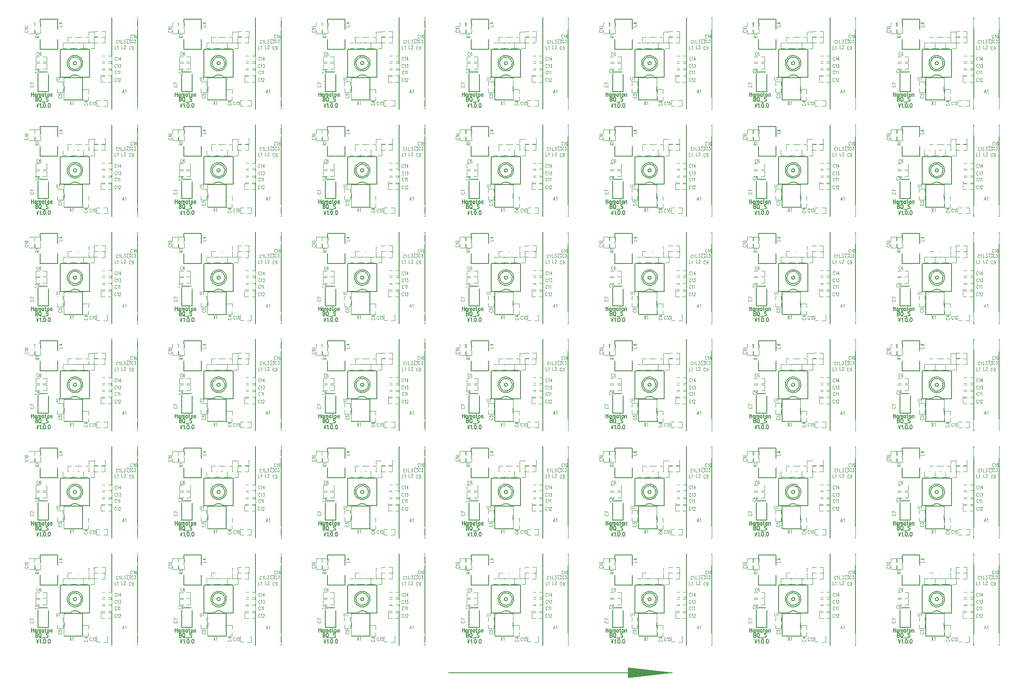
<source format=gto>
*
%FSLAX35Y35*%
%MOMM*%
%ADD10C,0.152400*%
%ADD11C,0.127000*%
%ADD12C,0.100075*%
%ADD13C,0.177037*%
%ADD14C,0.177800*%
%ADD15C,0.119887*%
%ADD16C,0.199898*%
%ADD17C,0.150000*%
%ADD18R,0.779000X0.779000*%
%ADD19C,0.152000*%
%ADD20R,1.229000X1.229000*%
%ADD21R,1.631000X1.631000*%
%ADD22C,1.300000*%
%ADD23R,0.507000X0.507000*%
%ADD24C,0.174000*%
%ADD25R,0.481000X0.481000*%
%ADD26R,1.347000X1.347000*%
%ADD27C,0.508000*%
%ADD28R,1.731000X1.731000*%
%ADD29C,1.400000*%
%ADD30C,1.331000*%
%ADD31R,1.423188X1.423188*%
%ADD32C,2.060000*%
%ADD33C,0.400000*%
%IPPOS*%
%LN2697ay02f009566a0.gto*%
%LPD*%
G75*
G54D10*
X00923036Y01578254D02*
Y01772589D01*
X00586740D01*
Y01578254D01*
X00923874Y01387754D02*
Y01192530D01*
X00588391D01*
Y01387754D01*
G54D11*
X01288999Y00919988D02*
X01287754Y00928539D01*
X01284123Y00936381D01*
X01278407Y00942862D01*
X01271081Y00947445D01*
X01262752Y00949749D01*
X01254112Y00949584D01*
X01245878Y00946962D01*
X01238733Y00942102D01*
X01233270Y00935406D01*
X01229942Y00927431D01*
X01229026Y00918838D01*
X01230597Y00910340D01*
X01234526Y00902643D01*
X01240486Y00896386D01*
X01247983Y00892087D01*
X01256394Y00890103D01*
X01265021Y00890600D01*
X01273149Y00893536D01*
X01280102Y00898666D01*
X01285305Y00905566D01*
X01288324Y00913663D01*
X01288999Y00919988D01*
X01408988D02*
X01407737Y00939324D01*
X01404002Y00958338D01*
X01397848Y00976712D01*
X01389376Y00994139D01*
X01378728Y01010329D01*
X01366082Y01025010D01*
X01351649Y01037939D01*
X01335669Y01048899D01*
X01318410Y01057708D01*
X01300159Y01064217D01*
X01281220Y01068320D01*
X01261912Y01069946D01*
X01242554Y01069070D01*
X01223472Y01065706D01*
X01204981Y01059909D01*
X01187393Y01051777D01*
X01171000Y01041445D01*
X01156076Y01029086D01*
X01142870Y01014906D01*
X01131602Y00999142D01*
X01122460Y00982057D01*
X01115598Y00963936D01*
X01111128Y00945081D01*
X01109127Y00925807D01*
X01109628Y00906437D01*
X01112621Y00887292D01*
X01118058Y00868693D01*
X01125847Y00850950D01*
X01135859Y00834360D01*
X01147926Y00819199D01*
X01161847Y00805720D01*
X01177390Y00794148D01*
X01194294Y00784677D01*
X01212279Y00777464D01*
X01231043Y00772629D01*
X01250275Y00770255D01*
X01269651Y00770379D01*
X01288850Y00773001D01*
X01307551Y00778075D01*
X01325441Y00785519D01*
X01342223Y00795207D01*
X01357616Y00806977D01*
X01371362Y00820634D01*
X01383233Y00835949D01*
X01393031Y00852667D01*
X01400592Y00870508D01*
X01405789Y00889175D01*
X01408537Y00908357D01*
X01408988Y00919988D01*
X01378991D02*
X01377740Y00937271D01*
X01374012Y00954194D01*
X01367886Y00970403D01*
X01359488Y00985561D01*
X01348995Y00999351D01*
X01336626Y01011486D01*
X01322637Y01021713D01*
X01307320Y01029818D01*
X01290997Y01035633D01*
X01274005Y01039036D01*
X01256702Y01039955D01*
X01239445Y01038373D01*
X01222597Y01034322D01*
X01206508Y01027886D01*
X01191514Y01019200D01*
X01177927Y01008444D01*
X01166032Y00995844D01*
X01156075Y00981661D01*
X01148265Y00966193D01*
X01142764Y00949761D01*
X01139688Y00932707D01*
X01139100Y00915389D01*
X01141013Y00898166D01*
X01145386Y00881399D01*
X01152129Y00865436D01*
X01161101Y00850611D01*
X01172115Y00837233D01*
X01184941Y00825581D01*
X01199312Y00815898D01*
X01214927Y00808386D01*
X01231462Y00803201D01*
X01248571Y00800452D01*
X01265897Y00800196D01*
X01283080Y00802439D01*
X01299761Y00807133D01*
X01315591Y00814181D01*
X01330242Y00823435D01*
X01343406Y00834703D01*
X01354810Y00847750D01*
X01364216Y00862304D01*
X01371428Y00878060D01*
X01376294Y00894691D01*
X01378715Y00911850D01*
X01378991Y00919988D01*
X01359002Y00649986D02*
X01344842Y00662375D01*
X01329163Y00672775D01*
X01312241Y00681003D01*
X01294378Y00686911D01*
X01275889Y00690395D01*
X01257101Y00691394D01*
X01238346Y00689890D01*
X01219957Y00685910D01*
X01202259Y00679524D01*
X01185565Y00670845D01*
X01170171Y00660027D01*
X01159002Y00649986D01*
X01159002D02*
X00973988D01*
Y01189990D01*
X01543989D01*
Y00649986D01*
X01359001D01*
G54D12*
X00638581Y00809730D02*
X00709926D01*
Y00916250D01*
X00638581D01*
X00573176Y00809730D02*
X00499266D01*
Y00918790D01*
X00573176D01*
X00638581Y00939854D02*
X00709926D01*
Y01046374D01*
X00638581D01*
X00573176Y00939854D02*
X00499266D01*
Y01048914D01*
X00573176D01*
X01257706Y01316739D02*
X01329051D01*
Y01423259D01*
X01257706D01*
X01192301Y01316739D02*
X01118391D01*
Y01425799D01*
X01192301D01*
X00368735Y01569288D02*
Y01497943D01*
X00475255D01*
Y01569288D01*
X00368735Y01634693D02*
Y01708603D01*
X00477795D01*
Y01634693D01*
X01905685Y00682730D02*
X01977055D01*
Y00789250D01*
X01905685D01*
X01840306Y00682730D02*
X01766395D01*
Y00791790D01*
X01840306D01*
X01901697Y00551742D02*
X01973068D01*
Y00658262D01*
X01901697D01*
X01836293Y00551742D02*
X01762408D01*
Y00660802D01*
X01836293D01*
X01905685Y00812727D02*
X01977055D01*
Y00919247D01*
X01905685D01*
X01840306Y00812727D02*
X01766395D01*
Y00921787D01*
X01840306D01*
X01904695Y00951741D02*
X01976065D01*
Y01058261D01*
X01904695D01*
X01839290Y00951741D02*
X01765405D01*
Y01060801D01*
X01839290D01*
X01748307Y00196261D02*
X01676937D01*
Y00089742D01*
X01748307D01*
X01813687Y00196261D02*
X01887597D01*
Y00087202D01*
X01813687D01*
X01704289Y01537254D02*
X01632944D01*
Y01430734D01*
X01704289D01*
X01769694Y01537254D02*
X01843604D01*
Y01428194D01*
X01769694D01*
X01527737Y01387297D02*
Y01315926D01*
X01634257D01*
Y01387297D01*
X01527737Y01452702D02*
Y01526587D01*
X01636797D01*
Y01452702D01*
X01701292Y01423259D02*
X01629947D01*
Y01316739D01*
X01701292D01*
X01766697Y01423259D02*
X01840607D01*
Y01314199D01*
X01766697D01*
X01411735Y00270306D02*
Y00198936D01*
X01518255D01*
Y00270306D01*
X01411735Y00335686D02*
Y00409596D01*
X01520795D01*
Y00335686D01*
X01026257Y00489686D02*
Y00561056D01*
X00919737D01*
Y00489686D01*
X01026257Y00424306D02*
Y00350396D01*
X00917197D01*
Y00424306D01*
X01495298Y01315258D02*
X01423927D01*
Y01208739D01*
X01495298D01*
X01560702Y01315258D02*
X01634587D01*
Y01206199D01*
X01560702D01*
X01094308Y01315258D02*
X01022937D01*
Y01208739D01*
X01094308D01*
X01159687Y01315258D02*
X01233598D01*
Y01206199D01*
X01159687D01*
X01294307Y01315258D02*
X01222937D01*
Y01208739D01*
X01294307D01*
X01359687Y01315258D02*
X01433597D01*
Y01206199D01*
X01359687D01*
X01389303Y01423259D02*
X01317933D01*
Y01316739D01*
X01389303D01*
X01454708Y01423259D02*
X01528593D01*
Y01314199D01*
X01454708D01*
X00595245Y01637690D02*
Y01709060D01*
X00488725D01*
Y01637690D01*
X00595245Y01572285D02*
Y01498400D01*
X00486185D01*
Y01572285D01*
G54D13*
X02469489Y-00001527D02*
Y01821408D01*
X01974494Y01820369D02*
Y00000745D01*
G54D14*
X01402791Y00642557D02*
Y00214706D01*
Y00642557D02*
X01047191D01*
Y00214985D01*
X01048742Y00205678D02*
X01404342D01*
G54D15*
X00894994Y00652627D02*
Y00605739D01*
X00897280Y00596366D01*
X00901827Y00590118D01*
X00908634Y00586994D01*
X00913180D01*
X00919988Y00590118D01*
X00924534Y00596366D01*
X00926820Y00605739D01*
Y00652627D01*
X00947267Y00640130D02*
X00951814Y00643255D01*
X00958621Y00652627D01*
Y00586994D01*
X00511402Y00780877D02*
X00509115Y00787126D01*
X00504569Y00793374D01*
X00500022Y00796498D01*
X00490929D01*
X00486383Y00793374D01*
X00481836Y00787126D01*
X00479576Y00780877D01*
X00477290Y00771505D01*
Y00755884D01*
X00479576Y00746511D01*
X00481836Y00740262D01*
X00486383Y00734014D01*
X00490929Y00730890D01*
X00500022D01*
X00504569Y00734014D01*
X00509115Y00740262D01*
X00511402Y00746511D01*
X00543203Y00796498D02*
X00536395Y00793374D01*
X00534109Y00787126D01*
Y00780877D01*
X00536395Y00774629D01*
X00540942Y00771505D01*
X00550035Y00768380D01*
X00556842Y00765256D01*
X00561389Y00759008D01*
X00563675Y00752759D01*
Y00743387D01*
X00561389Y00737138D01*
X00559128Y00734014D01*
X00552296Y00730890D01*
X00543203D01*
X00536395Y00734014D01*
X00534109Y00737138D01*
X00531849Y00743387D01*
Y00752759D01*
X00534109Y00759008D01*
X00538656Y00765256D01*
X00545488Y00768380D01*
X00554581Y00771505D01*
X00559128Y00774629D01*
X00561389Y00780877D01*
Y00787126D01*
X00559128Y00793374D01*
X00552296Y00796498D01*
X00543203D01*
X00550087Y01121003D02*
X00547801Y01127252D01*
X00543280Y01133500D01*
X00538734Y01136624D01*
X00529640D01*
X00525094Y01133500D01*
X00520547Y01127252D01*
X00518261Y01121003D01*
X00516000Y01111631D01*
Y01095984D01*
X00518261Y01086612D01*
X00520547Y01080363D01*
X00525094Y01074115D01*
X00529640Y01070991D01*
X00538734D01*
X00543280Y01074115D01*
X00547801Y01080363D01*
X00550087Y01086612D01*
X00597814Y01127252D02*
X00595553Y01133500D01*
X00588721Y01136624D01*
X00584174D01*
X00577367Y01133500D01*
X00572820Y01124127D01*
X00570534Y01108506D01*
Y01092860D01*
X00572820Y01080363D01*
X00577367Y01074115D01*
X00584174Y01070991D01*
X00586460D01*
X00593267Y01074115D01*
X00597814Y01080363D01*
X00600075Y01089736D01*
Y01092860D01*
X00597814Y01102258D01*
X00593267Y01108506D01*
X00586460Y01111631D01*
X00584174D01*
X00577367Y01108506D01*
X00572820Y01102258D01*
X00570534Y01092860D01*
X00946429Y01632051D02*
X01012063D01*
Y01659305D01*
X00946429Y01702485D02*
X00990193Y01679778D01*
Y01713865D01*
X00946429Y01702485D02*
X01012063D01*
X02193188Y00408609D02*
X02175001Y00343001D01*
X02193188Y00408609D02*
X02211349Y00343001D01*
X02181809Y00364870D02*
X02204542D01*
X02231821Y00396112D02*
X02236368Y00399237D01*
X02243175Y00408609D01*
Y00343001D01*
X01157986Y00183616D02*
X01189812Y00118008D01*
Y00183616D02*
X01157986Y00118008D01*
X01210259Y00171119D02*
X01214805Y00174244D01*
X01221638Y00183616D01*
Y00118008D01*
X02090089Y01353997D02*
X02087803Y01360246D01*
X02083257Y01366494D01*
X02078735Y01369618D01*
X02069642D01*
X02065096Y01366494D01*
X02060549Y01360246D01*
X02058263Y01353997D01*
X02056003Y01344625D01*
Y01329004D01*
X02058263Y01319631D01*
X02060549Y01313383D01*
X02065096Y01307134D01*
X02069642Y01303985D01*
X02078735D01*
X02083257Y01307134D01*
X02087803Y01313383D01*
X02090089Y01319631D01*
X02110536Y01357122D02*
X02115083Y01360246D01*
X02121915Y01369618D01*
Y01303985D01*
X00299999Y01552092D02*
X00293751Y01549806D01*
X00287502Y01545259D01*
X00284378Y01540713D01*
Y01531645D01*
X00287502Y01527098D01*
X00293751Y01522552D01*
X00299999Y01520266D01*
X00309372Y01518005D01*
X00324993D01*
X00334365Y01520266D01*
X00340613Y01522552D01*
X00346862Y01527098D01*
X00349986Y01531645D01*
Y01540713D01*
X00346862Y01545259D01*
X00340613Y01549806D01*
X00334365Y01552092D01*
X00296875Y01572539D02*
X00293751Y01577086D01*
X00284378Y01583918D01*
X00349986D01*
X00284378Y01618005D02*
X00287502Y01611172D01*
X00296875Y01606626D01*
X00312496Y01604365D01*
X00321868D01*
X00337489Y01606626D01*
X00346862Y01611172D01*
X00349986Y01618005D01*
Y01622551D01*
X00346862Y01629359D01*
X00337489Y01633905D01*
X00321868Y01636166D01*
X00312496D01*
X00296875Y01633905D01*
X00287502Y01629359D01*
X00284378Y01622551D01*
Y01618005D01*
X02065096Y00761999D02*
X02062810Y00768248D01*
X02058263Y00774496D01*
X02053716Y00777621D01*
X02044623D01*
X02040077Y00774496D01*
X02035530Y00768248D01*
X02033270Y00761999D01*
X02030984Y00752627D01*
Y00737006D01*
X02033270Y00727633D01*
X02035530Y00721360D01*
X02040077Y00715111D01*
X02044623Y00711987D01*
X02053716D01*
X02058263Y00715111D01*
X02062810Y00721360D01*
X02065096Y00727633D01*
X02085543Y00765124D02*
X02090089Y00768248D01*
X02096897Y00777621D01*
Y00711987D01*
X02117369Y00765124D02*
X02121915Y00768248D01*
X02128723Y00777621D01*
Y00711987D01*
X02060092Y00613994D02*
X02057806Y00620242D01*
X02053259Y00626491D01*
X02048713Y00629615D01*
X02039619D01*
X02035098Y00626491D01*
X02030552Y00620242D01*
X02028266Y00613994D01*
X02026005Y00604621D01*
Y00589000D01*
X02028266Y00579628D01*
X02030552Y00573379D01*
X02035098Y00567131D01*
X02039619Y00564007D01*
X02048713D01*
X02053259Y00567131D01*
X02057806Y00573379D01*
X02060092Y00579628D01*
X02080539Y00617118D02*
X02085086Y00620242D01*
X02091893Y00629615D01*
Y00564007D01*
X02114626Y00613994D02*
Y00617118D01*
X02116912Y00623366D01*
X02119172Y00626491D01*
X02123719Y00629615D01*
X02132812D01*
X02137359Y00626491D01*
X02139645Y00623366D01*
X02141905Y00617118D01*
Y00610870D01*
X02139645Y00604621D01*
X02135098Y00595248D01*
X02112365Y00564007D01*
X02144166D01*
X02062098Y00884986D02*
X02059813Y00891235D01*
X02055266Y00897509D01*
X02050719Y00900633D01*
X02041626D01*
X02037079Y00897509D01*
X02032533Y00891235D01*
X02030272Y00884986D01*
X02027986Y00875614D01*
Y00859993D01*
X02030272Y00850620D01*
X02032533Y00844372D01*
X02037079Y00838123D01*
X02041626Y00834999D01*
X02050719D01*
X02055266Y00838123D01*
X02059813Y00844372D01*
X02062098Y00850620D01*
X02082545Y00888111D02*
X02087092Y00891235D01*
X02093899Y00900633D01*
Y00834999D01*
X02118893Y00900633D02*
X02143912D01*
X02130272Y00875614D01*
X02137079D01*
X02141626Y00872490D01*
X02143912Y00869365D01*
X02146173Y00859993D01*
Y00853744D01*
X02143912Y00844372D01*
X02139365Y00838123D01*
X02132533Y00834999D01*
X02125726D01*
X02118893Y00838123D01*
X02116632Y00841247D01*
X02114372Y00847496D01*
X02063089Y01026007D02*
X02060803Y01032256D01*
X02056257Y01038504D01*
X02051735Y01041628D01*
X02042642D01*
X02038096Y01038504D01*
X02033549Y01032256D01*
X02031263Y01026007D01*
X02029002Y01016609D01*
Y01000988D01*
X02031263Y00991616D01*
X02033549Y00985367D01*
X02038096Y00979119D01*
X02042642Y00975995D01*
X02051735D01*
X02056257Y00979119D01*
X02060803Y00985367D01*
X02063089Y00991616D01*
X02083536Y01029131D02*
X02088083Y01032256D01*
X02094915Y01041628D01*
Y00975995D01*
X02138095Y01041628D02*
X02115362Y00997864D01*
X02149449D01*
X02138095Y01041628D02*
Y00975995D01*
X01577036Y00161655D02*
X01574750Y00167929D01*
X01570204Y00174177D01*
X01565657Y00177302D01*
X01556564D01*
X01552017Y00174177D01*
X01547496Y00167929D01*
X01545210Y00161655D01*
X01542949Y00152283D01*
Y00136662D01*
X01545210Y00127289D01*
X01547496Y00121041D01*
X01552017Y00114792D01*
X01556564Y00111668D01*
X01565657D01*
X01570204Y00114792D01*
X01574750Y00121041D01*
X01577036Y00127289D01*
X01597483Y00164805D02*
X01602030Y00167929D01*
X01608837Y00177302D01*
Y00111668D01*
X01658850Y00177302D02*
X01636117D01*
X01633856Y00149159D01*
X01636117Y00152283D01*
X01642949Y00155407D01*
X01649756D01*
X01656564Y00152283D01*
X01661110Y00146034D01*
X01663396Y00136662D01*
X01661110Y00130413D01*
X01658850Y00121041D01*
X01654303Y00114792D01*
X01647496Y00111668D01*
X01640663D01*
X01633856Y00114792D01*
X01631570Y00117917D01*
X01629309Y00124165D01*
X02369159Y01458718D02*
X02366898Y01464966D01*
X02362351Y01471214D01*
X02357805Y01474339D01*
X02348712D01*
X02344165Y01471214D01*
X02339618Y01464966D01*
X02337358Y01458718D01*
X02335072Y01449345D01*
Y01433724D01*
X02337358Y01424351D01*
X02339618Y01418103D01*
X02344165Y01411855D01*
X02348712Y01408731D01*
X02357805D01*
X02362351Y01411855D01*
X02366898Y01418103D01*
X02369159Y01424351D01*
X02389631Y01461842D02*
X02394178Y01464966D01*
X02400985Y01474339D01*
Y01408731D01*
X02448711Y01464966D02*
X02446451Y01471214D01*
X02439618Y01474339D01*
X02435071D01*
X02428264Y01471214D01*
X02423718Y01461842D01*
X02421432Y01446221D01*
Y01430600D01*
X02423718Y01418103D01*
X02428264Y01411855D01*
X02435071Y01408731D01*
X02437358D01*
X02444165Y01411855D01*
X02448711Y01418103D01*
X02450997Y01427476D01*
Y01430600D01*
X02448711Y01439972D01*
X02444165Y01446221D01*
X02437358Y01449345D01*
X02435071D01*
X02428264Y01446221D01*
X02423718Y01439972D01*
X02421432Y01430600D01*
X02278989Y01340078D02*
X02272741Y01337817D01*
X02266492Y01333271D01*
X02263368Y01328724D01*
Y01319631D01*
X02266492Y01315084D01*
X02272741Y01310538D01*
X02278989Y01308277D01*
X02288362Y01305991D01*
X02304008D01*
X02313381Y01308277D01*
X02319629Y01310538D01*
X02325878Y01315084D01*
X02329002Y01319631D01*
Y01328724D01*
X02325878Y01333271D01*
X02319629Y01337817D01*
X02313381Y01340078D01*
X02278989Y01362811D02*
X02275865D01*
X02269617Y01365097D01*
X02266492Y01367358D01*
X02263368Y01371904D01*
Y01380998D01*
X02266492Y01385544D01*
X02269617Y01387805D01*
X02275865Y01390091D01*
X02282113D01*
X02288362Y01387805D01*
X02297734Y01383258D01*
X02329002Y01360551D01*
Y01392351D01*
X02382088Y01364005D02*
X02379802Y01370253D01*
X02375281Y01376502D01*
X02370734Y01379626D01*
X02361641D01*
X02357094Y01376502D01*
X02352547Y01370253D01*
X02350262Y01364005D01*
X02348001Y01354632D01*
Y01338986D01*
X02350262Y01329613D01*
X02352547Y01323365D01*
X02357094Y01317117D01*
X02361641Y01313992D01*
X02370734D01*
X02375281Y01317117D01*
X02379802Y01323365D01*
X02382088Y01329613D01*
X02407081Y01379626D02*
X02432075D01*
X02418461Y01354632D01*
X02425268D01*
X02429814Y01351508D01*
X02432075Y01348384D01*
X02434361Y01338986D01*
Y01332737D01*
X02432075Y01323365D01*
X02427554Y01317117D01*
X02420721Y01313992D01*
X02413914D01*
X02407081Y01317117D01*
X02404821Y01320241D01*
X02402535Y01326489D01*
X01451991Y00136093D02*
X01445742Y00133807D01*
X01439494Y00129260D01*
X01436370Y00124713D01*
Y00115646D01*
X01439494Y00111099D01*
X01445742Y00106553D01*
X01451991Y00104267D01*
X01461363Y00102006D01*
X01476984D01*
X01486382Y00104267D01*
X01492631Y00106553D01*
X01498879Y00111099D01*
X01502003Y00115646D01*
Y00124713D01*
X01498879Y00129260D01*
X01492631Y00133807D01*
X01486382Y00136093D01*
X01436370Y00179273D02*
X01480108Y00156540D01*
Y00190627D01*
X01436370Y00179273D02*
X01502003D01*
X00951001Y00278079D02*
X00944752Y00275818D01*
X00938504Y00271272D01*
X00935380Y00266725D01*
Y00257632D01*
X00938504Y00253085D01*
X00944752Y00248539D01*
X00951001Y00246278D01*
X00960373Y00243992D01*
X00975995D01*
X00985367Y00246278D01*
X00991616Y00248539D01*
X00997864Y00253085D01*
X01000988Y00257632D01*
Y00266725D01*
X00997864Y00271272D01*
X00991616Y00275818D01*
X00985367Y00278079D01*
X00935380Y00328091D02*
Y00305358D01*
X00963498Y00303098D01*
X00960373Y00305358D01*
X00957249Y00312191D01*
Y00318998D01*
X00960373Y00325805D01*
X00966622Y00330352D01*
X00975995Y00332638D01*
X00982243Y00330352D01*
X00991616Y00328091D01*
X00997864Y00323545D01*
X01000988Y00316712D01*
Y00309905D01*
X00997864Y00303098D01*
X00994740Y00300812D01*
X00988491Y00298551D01*
X02342083Y01235989D02*
X02339822Y01242237D01*
X02335276Y01248486D01*
X02330729Y01251610D01*
X02321636D01*
X02317089Y01248486D01*
X02312543Y01242237D01*
X02310257Y01235989D01*
X02307996Y01226616D01*
Y01210995D01*
X02310257Y01201623D01*
X02312543Y01195374D01*
X02317089Y01189126D01*
X02321636Y01186002D01*
X02330729D01*
X02335276Y01189126D01*
X02339822Y01195374D01*
X02342083Y01201623D01*
X02392095Y01229741D02*
X02389809Y01220368D01*
X02385263Y01214120D01*
X02378456Y01210995D01*
X02376170D01*
X02369362Y01214120D01*
X02364816Y01220368D01*
X02362530Y01229741D01*
Y01232865D01*
X02364816Y01242237D01*
X02369362Y01248486D01*
X02376170Y01251610D01*
X02378456D01*
X02385263Y01248486D01*
X02389809Y01242237D01*
X02392095Y01229741D01*
Y01214120D01*
X02389809Y01198498D01*
X02385263Y01189126D01*
X02378456Y01186002D01*
X02373909D01*
X02367076Y01189126D01*
X02364816Y01195374D01*
X02029993Y01258620D02*
Y01192987D01*
X02057272D01*
X02077720Y01246124D02*
X02082266Y01249248D01*
X02089099Y01258620D01*
Y01192987D01*
X02159990Y01265631D02*
Y01199997D01*
X02187270D01*
X02210003Y01249984D02*
Y01253134D01*
X02212263Y01259382D01*
X02214549Y01262507D01*
X02219096Y01265631D01*
X02228189D01*
X02232710Y01262507D01*
X02234996Y01259382D01*
X02237257Y01253134D01*
Y01246860D01*
X02234996Y01240612D01*
X02230450Y01231239D01*
X02207717Y01199997D01*
X02239543D01*
X02153996Y01374622D02*
Y01308989D01*
X02181275D01*
X02206269Y01374622D02*
X02231262D01*
X02217623Y01349629D01*
X02224455D01*
X02229002Y01346504D01*
X02231262Y01343380D01*
X02233549Y01334008D01*
Y01327759D01*
X02231262Y01318361D01*
X02226716Y01312113D01*
X02219909Y01308989D01*
X02213076D01*
X02206269Y01312113D01*
X02204008Y01315237D01*
X02201722Y01321485D01*
X00492379Y01414530D02*
X00557987D01*
X00492379D02*
Y01434977D01*
X00495503Y01441784D01*
X00498627Y01444070D01*
X00504875Y01446331D01*
X00511124D01*
X00517372Y01444070D01*
X00520496Y01441784D01*
X00523620Y01434977D01*
Y01414530D01*
Y01430430D02*
X00557987Y01446331D01*
X00504875Y01466803D02*
X00501751Y01471350D01*
X00492379Y01478157D01*
X00557987D01*
X00406984Y00493090D02*
X00400735Y00490804D01*
X00394487Y00486257D01*
X00391363Y00481736D01*
Y00472643D01*
X00394487Y00468096D01*
X00400735Y00463549D01*
X00406984Y00461264D01*
X00416382Y00459003D01*
X00432003D01*
X00441375Y00461264D01*
X00447624Y00463549D01*
X00453872Y00468096D01*
X00456996Y00472643D01*
Y00481736D01*
X00453872Y00486257D01*
X00447624Y00490804D01*
X00441375Y00493090D01*
X00391363Y00545363D02*
X00456996Y00522630D01*
X00391363Y00513537D02*
Y00545363D01*
G54D11*
X00416991Y00354736D02*
Y00275996D01*
X00455167Y00354736D02*
Y00275996D01*
X00416991Y00317246D02*
X00455167D01*
X00512444Y00328498D02*
Y00275996D01*
Y00317246D02*
X00506983Y00324739D01*
X00501548Y00328498D01*
X00493369D01*
X00487908Y00324739D01*
X00482447Y00317246D01*
X00479729Y00305993D01*
Y00298500D01*
X00482447Y00287248D01*
X00487908Y00279755D01*
X00493369Y00275996D01*
X00501548D01*
X00506983Y00279755D01*
X00512444Y00287248D01*
X00537006Y00328498D02*
Y00275996D01*
Y00313486D02*
X00545185Y00324739D01*
X00550621Y00328498D01*
X00558825D01*
X00564261Y00324739D01*
X00567004Y00313486D01*
Y00275996D01*
Y00313486D02*
X00575183Y00324739D01*
X00580644Y00328498D01*
X00588822D01*
X00594258Y00324739D01*
X00597001Y00313486D01*
Y00275996D01*
X00654278Y00328498D02*
Y00275996D01*
Y00317246D02*
X00648817Y00324739D01*
X00643356Y00328498D01*
X00635177D01*
X00629716Y00324739D01*
X00624281Y00317246D01*
X00621538Y00305993D01*
Y00298500D01*
X00624281Y00287248D01*
X00629716Y00279755D01*
X00635177Y00275996D01*
X00643356D01*
X00648817Y00279755D01*
X00654278Y00287248D01*
X00686993Y00354736D02*
Y00291007D01*
X00689711Y00279755D01*
X00695172Y00275996D01*
X00700633D01*
X00678814Y00328498D02*
X00697915D01*
X00738809D02*
X00733348Y00324739D01*
X00727913Y00317246D01*
X00725170Y00305993D01*
Y00298500D01*
X00727913Y00287248D01*
X00733348Y00279755D01*
X00738809Y00275996D01*
X00746988D01*
X00752449Y00279755D01*
X00757910Y00287248D01*
X00760628Y00298500D01*
Y00305993D01*
X00757910Y00317246D01*
X00752449Y00324739D01*
X00746988Y00328498D01*
X00738809D01*
X00785190D02*
Y00275996D01*
Y00313486D02*
X00793369Y00324739D01*
X00798804Y00328498D01*
X00807008D01*
X00812444Y00324739D01*
X00815187Y00313486D01*
Y00275996D01*
X00497001Y00257759D02*
Y00178993D01*
Y00257759D02*
X00521538D01*
X00529717Y00253999D01*
X00532460Y00250240D01*
X00535177Y00242747D01*
Y00235254D01*
X00532460Y00227736D01*
X00529717Y00224002D01*
X00521538Y00220243D01*
X00497001D02*
X00521538D01*
X00529717Y00216509D01*
X00532460Y00212750D01*
X00535177Y00205257D01*
Y00194005D01*
X00532460Y00186486D01*
X00529717Y00182753D01*
X00521538Y00178993D01*
X00497001D01*
X00576097Y00257759D02*
X00570636Y00253999D01*
X00565175Y00246507D01*
X00562457Y00238988D01*
X00559714Y00227736D01*
Y00208991D01*
X00562457Y00197738D01*
X00565175Y00190246D01*
X00570636Y00182753D01*
X00576097Y00178993D01*
X00586994D01*
X00592455Y00182753D01*
X00597916Y00190246D01*
X00600633Y00197738D01*
X00603351Y00208991D01*
Y00227736D01*
X00600633Y00238988D01*
X00597916Y00246507D01*
X00592455Y00253999D01*
X00586994Y00257759D01*
X00576097D01*
X00584276Y00194005D02*
X00600633Y00171500D01*
X00627913Y00164007D02*
X00685190D01*
X00739724Y00246507D02*
X00734263Y00253999D01*
X00726084Y00257759D01*
X00715187D01*
X00706983Y00253999D01*
X00701548Y00246507D01*
Y00238988D01*
X00704265Y00231495D01*
X00706983Y00227736D01*
X00712444Y00224002D01*
X00728802Y00216509D01*
X00734263Y00212750D01*
X00737006Y00208991D01*
X00739724Y00201498D01*
Y00190246D01*
X00734263Y00182753D01*
X00726084Y00178993D01*
X00715187D01*
X00706983Y00182753D01*
X00701548Y00190246D01*
X00510997Y00140741D02*
X00532815Y00062001D01*
X00554634Y00140741D02*
X00532815Y00062001D01*
X00579170Y00125755D02*
X00584631Y00129489D01*
X00592810Y00140741D01*
Y00062001D01*
X00620090Y00069494D02*
X00617372Y00065735D01*
X00620090Y00062001D01*
X00622808Y00065735D01*
X00620090Y00069494D01*
X00663727Y00140741D02*
X00655548Y00137007D01*
X00650087Y00125755D01*
X00647369Y00106984D01*
Y00095757D01*
X00650087Y00076987D01*
X00655548Y00065735D01*
X00663727Y00062001D01*
X00669188D01*
X00677367Y00065735D01*
X00682802Y00076987D01*
X00685546Y00095757D01*
Y00106984D01*
X00682802Y00125755D01*
X00677367Y00137007D01*
X00669188Y00140741D01*
X00663727D01*
X00712825Y00069494D02*
X00710082Y00065735D01*
X00712825Y00062001D01*
X00715543Y00065735D01*
X00712825Y00069494D01*
X00756462Y00140741D02*
X00748258Y00137007D01*
X00742822Y00125755D01*
X00740079Y00106984D01*
Y00095757D01*
X00742822Y00076987D01*
X00748258Y00065735D01*
X00756462Y00062001D01*
X00761898D01*
X00770077Y00065735D01*
X00775538Y00076987D01*
X00778281Y00095757D01*
Y00106984D01*
X00775538Y00125755D01*
X00770077Y00137007D01*
X00761898Y00140741D01*
X00756462D01*
G54D16*
X00544398Y00713889D02*
Y00370509D01*
X00747598D01*
Y00750239D01*
X00576255D01*
G54D10*
X00923036Y03658254D02*
Y03852589D01*
X00586740D01*
Y03658254D01*
X00923874Y03467754D02*
Y03272530D01*
X00588391D01*
Y03467754D01*
G54D11*
X01288999Y02999988D02*
X01287754Y03008539D01*
X01284123Y03016381D01*
X01278407Y03022862D01*
X01271081Y03027445D01*
X01262752Y03029750D01*
X01254112Y03029584D01*
X01245878Y03026962D01*
X01238733Y03022102D01*
X01233270Y03015406D01*
X01229942Y03007431D01*
X01229026Y02998838D01*
X01230597Y02990340D01*
X01234526Y02982644D01*
X01240486Y02976386D01*
X01247983Y02972087D01*
X01256394Y02970103D01*
X01265021Y02970600D01*
X01273149Y02973536D01*
X01280102Y02978666D01*
X01285305Y02985566D01*
X01288324Y02993663D01*
X01288999Y02999988D01*
X01408988D02*
X01407737Y03019324D01*
X01404002Y03038338D01*
X01397848Y03056712D01*
X01389376Y03074139D01*
X01378728Y03090329D01*
X01366082Y03105010D01*
X01351649Y03117939D01*
X01335669Y03128899D01*
X01318410Y03137708D01*
X01300159Y03144217D01*
X01281220Y03148320D01*
X01261912Y03149946D01*
X01242554Y03149070D01*
X01223472Y03145706D01*
X01204981Y03139909D01*
X01187393Y03131777D01*
X01171000Y03121445D01*
X01156076Y03109086D01*
X01142870Y03094906D01*
X01131602Y03079142D01*
X01122460Y03062057D01*
X01115598Y03043936D01*
X01111128Y03025081D01*
X01109127Y03005807D01*
X01109628Y02986437D01*
X01112621Y02967292D01*
X01118058Y02948693D01*
X01125847Y02930951D01*
X01135859Y02914360D01*
X01147926Y02899199D01*
X01161847Y02885720D01*
X01177390Y02874148D01*
X01194294Y02864677D01*
X01212279Y02857464D01*
X01231043Y02852629D01*
X01250275Y02850255D01*
X01269651Y02850379D01*
X01288850Y02853001D01*
X01307551Y02858075D01*
X01325441Y02865519D01*
X01342223Y02875207D01*
X01357616Y02886977D01*
X01371362Y02900634D01*
X01383233Y02915949D01*
X01393031Y02932667D01*
X01400592Y02950508D01*
X01405789Y02969175D01*
X01408537Y02988357D01*
X01408988Y02999988D01*
X01378991D02*
X01377740Y03017271D01*
X01374012Y03034194D01*
X01367886Y03050403D01*
X01359488Y03065561D01*
X01348995Y03079351D01*
X01336626Y03091486D01*
X01322637Y03101713D01*
X01307320Y03109818D01*
X01290997Y03115633D01*
X01274005Y03119036D01*
X01256702Y03119955D01*
X01239445Y03118373D01*
X01222597Y03114322D01*
X01206508Y03107886D01*
X01191514Y03099199D01*
X01177927Y03088444D01*
X01166032Y03075844D01*
X01156075Y03061661D01*
X01148265Y03046193D01*
X01142764Y03029760D01*
X01139688Y03012707D01*
X01139100Y02995389D01*
X01141013Y02978166D01*
X01145386Y02961399D01*
X01152129Y02945436D01*
X01161101Y02930611D01*
X01172115Y02917233D01*
X01184941Y02905581D01*
X01199312Y02895898D01*
X01214927Y02888386D01*
X01231462Y02883201D01*
X01248571Y02880452D01*
X01265897Y02880196D01*
X01283080Y02882439D01*
X01299761Y02887133D01*
X01315591Y02894180D01*
X01330242Y02903435D01*
X01343406Y02914703D01*
X01354810Y02927750D01*
X01364216Y02942304D01*
X01371428Y02958060D01*
X01376294Y02974691D01*
X01378715Y02991850D01*
X01378991Y02999988D01*
X01359002Y02729986D02*
X01344842Y02742375D01*
X01329163Y02752776D01*
X01312241Y02761003D01*
X01294378Y02766911D01*
X01275889Y02770395D01*
X01257101Y02771394D01*
X01238346Y02769890D01*
X01219957Y02765910D01*
X01202259Y02759524D01*
X01185565Y02750845D01*
X01170171Y02740027D01*
X01159002Y02729986D01*
X01159002D02*
X00973988D01*
Y03269990D01*
X01543989D01*
Y02729986D01*
X01359001D01*
G54D12*
X00638581Y02889730D02*
X00709926D01*
Y02996250D01*
X00638581D01*
X00573176Y02889730D02*
X00499266D01*
Y02998790D01*
X00573176D01*
X00638581Y03019854D02*
X00709926D01*
Y03126374D01*
X00638581D01*
X00573176Y03019854D02*
X00499266D01*
Y03128914D01*
X00573176D01*
X01257706Y03396739D02*
X01329051D01*
Y03503259D01*
X01257706D01*
X01192301Y03396739D02*
X01118391D01*
Y03505799D01*
X01192301D01*
X00368735Y03649288D02*
Y03577943D01*
X00475255D01*
Y03649288D01*
X00368735Y03714693D02*
Y03788603D01*
X00477795D01*
Y03714693D01*
X01905685Y02762730D02*
X01977055D01*
Y02869250D01*
X01905685D01*
X01840306Y02762730D02*
X01766395D01*
Y02871790D01*
X01840306D01*
X01901697Y02631742D02*
X01973068D01*
Y02738262D01*
X01901697D01*
X01836293Y02631742D02*
X01762408D01*
Y02740802D01*
X01836293D01*
X01905685Y02892727D02*
X01977055D01*
Y02999247D01*
X01905685D01*
X01840306Y02892727D02*
X01766395D01*
Y03001787D01*
X01840306D01*
X01904695Y03031741D02*
X01976065D01*
Y03138261D01*
X01904695D01*
X01839290Y03031741D02*
X01765405D01*
Y03140801D01*
X01839290D01*
X01748307Y02276261D02*
X01676937D01*
Y02169742D01*
X01748307D01*
X01813687Y02276261D02*
X01887597D01*
Y02167202D01*
X01813687D01*
X01704289Y03617255D02*
X01632944D01*
Y03510735D01*
X01704289D01*
X01769694Y03617255D02*
X01843604D01*
Y03508194D01*
X01769694D01*
X01527737Y03467297D02*
Y03395926D01*
X01634257D01*
Y03467297D01*
X01527737Y03532702D02*
Y03606587D01*
X01636797D01*
Y03532702D01*
X01701292Y03503259D02*
X01629947D01*
Y03396739D01*
X01701292D01*
X01766697Y03503259D02*
X01840607D01*
Y03394199D01*
X01766697D01*
X01411735Y02350306D02*
Y02278936D01*
X01518255D01*
Y02350306D01*
X01411735Y02415686D02*
Y02489596D01*
X01520795D01*
Y02415686D01*
X01026257Y02569686D02*
Y02641056D01*
X00919737D01*
Y02569686D01*
X01026257Y02504307D02*
Y02430396D01*
X00917197D01*
Y02504307D01*
X01495298Y03395259D02*
X01423927D01*
Y03288738D01*
X01495298D01*
X01560702Y03395259D02*
X01634587D01*
Y03286198D01*
X01560702D01*
X01094308Y03395259D02*
X01022937D01*
Y03288738D01*
X01094308D01*
X01159687Y03395259D02*
X01233598D01*
Y03286198D01*
X01159687D01*
X01294307Y03395259D02*
X01222937D01*
Y03288738D01*
X01294307D01*
X01359687Y03395259D02*
X01433597D01*
Y03286198D01*
X01359687D01*
X01389303Y03503259D02*
X01317933D01*
Y03396739D01*
X01389303D01*
X01454708Y03503259D02*
X01528593D01*
Y03394199D01*
X01454708D01*
X00595245Y03717690D02*
Y03789060D01*
X00488725D01*
Y03717690D01*
X00595245Y03652285D02*
Y03578400D01*
X00486185D01*
Y03652285D01*
G54D13*
X02469489Y02078473D02*
Y03901408D01*
X01974494Y03900369D02*
Y02080745D01*
G54D14*
X01402791Y02722557D02*
Y02294706D01*
Y02722557D02*
X01047191D01*
Y02294985D01*
X01048742Y02285678D02*
X01404342D01*
G54D15*
X00894994Y02732627D02*
Y02685739D01*
X00897280Y02676366D01*
X00901827Y02670118D01*
X00908634Y02666994D01*
X00913180D01*
X00919988Y02670118D01*
X00924534Y02676366D01*
X00926820Y02685739D01*
Y02732627D01*
X00947267Y02720130D02*
X00951814Y02723255D01*
X00958621Y02732627D01*
Y02666994D01*
X00511402Y02860877D02*
X00509115Y02867126D01*
X00504569Y02873374D01*
X00500022Y02876498D01*
X00490929D01*
X00486383Y02873374D01*
X00481836Y02867126D01*
X00479576Y02860877D01*
X00477290Y02851504D01*
Y02835884D01*
X00479576Y02826511D01*
X00481836Y02820262D01*
X00486383Y02814014D01*
X00490929Y02810890D01*
X00500022D01*
X00504569Y02814014D01*
X00509115Y02820262D01*
X00511402Y02826511D01*
X00543203Y02876498D02*
X00536395Y02873374D01*
X00534109Y02867126D01*
Y02860877D01*
X00536395Y02854629D01*
X00540942Y02851504D01*
X00550035Y02848380D01*
X00556842Y02845256D01*
X00561389Y02839008D01*
X00563675Y02832759D01*
Y02823387D01*
X00561389Y02817138D01*
X00559128Y02814014D01*
X00552296Y02810890D01*
X00543203D01*
X00536395Y02814014D01*
X00534109Y02817138D01*
X00531849Y02823387D01*
Y02832759D01*
X00534109Y02839008D01*
X00538656Y02845256D01*
X00545488Y02848380D01*
X00554581Y02851504D01*
X00559128Y02854629D01*
X00561389Y02860877D01*
Y02867126D01*
X00559128Y02873374D01*
X00552296Y02876498D01*
X00543203D01*
X00550087Y03201003D02*
X00547801Y03207251D01*
X00543280Y03213500D01*
X00538734Y03216624D01*
X00529640D01*
X00525094Y03213500D01*
X00520547Y03207251D01*
X00518261Y03201003D01*
X00516000Y03191630D01*
Y03175984D01*
X00518261Y03166612D01*
X00520547Y03160363D01*
X00525094Y03154115D01*
X00529640Y03150991D01*
X00538734D01*
X00543280Y03154115D01*
X00547801Y03160363D01*
X00550087Y03166612D01*
X00597814Y03207251D02*
X00595553Y03213500D01*
X00588721Y03216624D01*
X00584174D01*
X00577367Y03213500D01*
X00572820Y03204127D01*
X00570534Y03188506D01*
Y03172860D01*
X00572820Y03160363D01*
X00577367Y03154115D01*
X00584174Y03150991D01*
X00586460D01*
X00593267Y03154115D01*
X00597814Y03160363D01*
X00600075Y03169736D01*
Y03172860D01*
X00597814Y03182258D01*
X00593267Y03188506D01*
X00586460Y03191630D01*
X00584174D01*
X00577367Y03188506D01*
X00572820Y03182258D01*
X00570534Y03172860D01*
X00946429Y03712051D02*
X01012063D01*
Y03739305D01*
X00946429Y03782485D02*
X00990193Y03759778D01*
Y03793865D01*
X00946429Y03782485D02*
X01012063D01*
X02193188Y02488609D02*
X02175001Y02423001D01*
X02193188Y02488609D02*
X02211349Y02423001D01*
X02181809Y02444870D02*
X02204542D01*
X02231821Y02476112D02*
X02236368Y02479237D01*
X02243175Y02488609D01*
Y02423001D01*
X01157986Y02263616D02*
X01189812Y02198008D01*
Y02263616D02*
X01157986Y02198008D01*
X01210259Y02251119D02*
X01214805Y02254244D01*
X01221638Y02263616D01*
Y02198008D01*
X02090089Y03433997D02*
X02087803Y03440246D01*
X02083257Y03446494D01*
X02078735Y03449618D01*
X02069642D01*
X02065096Y03446494D01*
X02060549Y03440246D01*
X02058263Y03433997D01*
X02056003Y03424625D01*
Y03409004D01*
X02058263Y03399631D01*
X02060549Y03393383D01*
X02065096Y03387134D01*
X02069642Y03383985D01*
X02078735D01*
X02083257Y03387134D01*
X02087803Y03393383D01*
X02090089Y03399631D01*
X02110536Y03437122D02*
X02115083Y03440246D01*
X02121915Y03449618D01*
Y03383985D01*
X00299999Y03632092D02*
X00293751Y03629806D01*
X00287502Y03625259D01*
X00284378Y03620713D01*
Y03611645D01*
X00287502Y03607098D01*
X00293751Y03602552D01*
X00299999Y03600266D01*
X00309372Y03598005D01*
X00324993D01*
X00334365Y03600266D01*
X00340613Y03602552D01*
X00346862Y03607098D01*
X00349986Y03611645D01*
Y03620713D01*
X00346862Y03625259D01*
X00340613Y03629806D01*
X00334365Y03632092D01*
X00296875Y03652539D02*
X00293751Y03657086D01*
X00284378Y03663918D01*
X00349986D01*
X00284378Y03698005D02*
X00287502Y03691172D01*
X00296875Y03686626D01*
X00312496Y03684365D01*
X00321868D01*
X00337489Y03686626D01*
X00346862Y03691172D01*
X00349986Y03698005D01*
Y03702552D01*
X00346862Y03709359D01*
X00337489Y03713905D01*
X00321868Y03716166D01*
X00312496D01*
X00296875Y03713905D01*
X00287502Y03709359D01*
X00284378Y03702552D01*
Y03698005D01*
X02065096Y02842000D02*
X02062810Y02848248D01*
X02058263Y02854496D01*
X02053716Y02857621D01*
X02044623D01*
X02040077Y02854496D01*
X02035530Y02848248D01*
X02033270Y02842000D01*
X02030984Y02832627D01*
Y02817006D01*
X02033270Y02807633D01*
X02035530Y02801360D01*
X02040077Y02795111D01*
X02044623Y02791987D01*
X02053716D01*
X02058263Y02795111D01*
X02062810Y02801360D01*
X02065096Y02807633D01*
X02085543Y02845124D02*
X02090089Y02848248D01*
X02096897Y02857621D01*
Y02791987D01*
X02117369Y02845124D02*
X02121915Y02848248D01*
X02128723Y02857621D01*
Y02791987D01*
X02060092Y02693994D02*
X02057806Y02700242D01*
X02053259Y02706491D01*
X02048713Y02709615D01*
X02039619D01*
X02035098Y02706491D01*
X02030552Y02700242D01*
X02028266Y02693994D01*
X02026005Y02684621D01*
Y02669000D01*
X02028266Y02659628D01*
X02030552Y02653379D01*
X02035098Y02647131D01*
X02039619Y02644007D01*
X02048713D01*
X02053259Y02647131D01*
X02057806Y02653379D01*
X02060092Y02659628D01*
X02080539Y02697118D02*
X02085086Y02700242D01*
X02091893Y02709615D01*
Y02644007D01*
X02114626Y02693994D02*
Y02697118D01*
X02116912Y02703366D01*
X02119172Y02706491D01*
X02123719Y02709615D01*
X02132812D01*
X02137359Y02706491D01*
X02139645Y02703366D01*
X02141905Y02697118D01*
Y02690870D01*
X02139645Y02684621D01*
X02135098Y02675249D01*
X02112365Y02644007D01*
X02144166D01*
X02062098Y02964986D02*
X02059813Y02971235D01*
X02055266Y02977509D01*
X02050719Y02980633D01*
X02041626D01*
X02037079Y02977509D01*
X02032533Y02971235D01*
X02030272Y02964986D01*
X02027986Y02955614D01*
Y02939993D01*
X02030272Y02930620D01*
X02032533Y02924372D01*
X02037079Y02918123D01*
X02041626Y02914999D01*
X02050719D01*
X02055266Y02918123D01*
X02059813Y02924372D01*
X02062098Y02930620D01*
X02082545Y02968111D02*
X02087092Y02971235D01*
X02093899Y02980633D01*
Y02914999D01*
X02118893Y02980633D02*
X02143912D01*
X02130272Y02955614D01*
X02137079D01*
X02141626Y02952489D01*
X02143912Y02949365D01*
X02146173Y02939993D01*
Y02933744D01*
X02143912Y02924372D01*
X02139365Y02918123D01*
X02132533Y02914999D01*
X02125726D01*
X02118893Y02918123D01*
X02116632Y02921248D01*
X02114372Y02927496D01*
X02063089Y03106007D02*
X02060803Y03112255D01*
X02056257Y03118504D01*
X02051735Y03121628D01*
X02042642D01*
X02038096Y03118504D01*
X02033549Y03112255D01*
X02031263Y03106007D01*
X02029002Y03096609D01*
Y03080988D01*
X02031263Y03071616D01*
X02033549Y03065367D01*
X02038096Y03059119D01*
X02042642Y03055995D01*
X02051735D01*
X02056257Y03059119D01*
X02060803Y03065367D01*
X02063089Y03071616D01*
X02083536Y03109131D02*
X02088083Y03112255D01*
X02094915Y03121628D01*
Y03055995D01*
X02138095Y03121628D02*
X02115362Y03077864D01*
X02149449D01*
X02138095Y03121628D02*
Y03055995D01*
X01577036Y02241655D02*
X01574750Y02247929D01*
X01570204Y02254178D01*
X01565657Y02257302D01*
X01556564D01*
X01552017Y02254178D01*
X01547496Y02247929D01*
X01545210Y02241655D01*
X01542949Y02232283D01*
Y02216662D01*
X01545210Y02207289D01*
X01547496Y02201041D01*
X01552017Y02194792D01*
X01556564Y02191668D01*
X01565657D01*
X01570204Y02194792D01*
X01574750Y02201041D01*
X01577036Y02207289D01*
X01597483Y02244805D02*
X01602030Y02247929D01*
X01608837Y02257302D01*
Y02191668D01*
X01658850Y02257302D02*
X01636117D01*
X01633856Y02229159D01*
X01636117Y02232283D01*
X01642949Y02235407D01*
X01649756D01*
X01656564Y02232283D01*
X01661110Y02226034D01*
X01663396Y02216662D01*
X01661110Y02210413D01*
X01658850Y02201041D01*
X01654303Y02194792D01*
X01647496Y02191668D01*
X01640663D01*
X01633856Y02194792D01*
X01631570Y02197917D01*
X01629309Y02204165D01*
X02369159Y03538718D02*
X02366898Y03544966D01*
X02362351Y03551214D01*
X02357805Y03554339D01*
X02348712D01*
X02344165Y03551214D01*
X02339618Y03544966D01*
X02337358Y03538718D01*
X02335072Y03529345D01*
Y03513724D01*
X02337358Y03504352D01*
X02339618Y03498103D01*
X02344165Y03491855D01*
X02348712Y03488731D01*
X02357805D01*
X02362351Y03491855D01*
X02366898Y03498103D01*
X02369159Y03504352D01*
X02389631Y03541842D02*
X02394178Y03544966D01*
X02400985Y03554339D01*
Y03488731D01*
X02448711Y03544966D02*
X02446451Y03551214D01*
X02439618Y03554339D01*
X02435071D01*
X02428264Y03551214D01*
X02423718Y03541842D01*
X02421432Y03526221D01*
Y03510600D01*
X02423718Y03498103D01*
X02428264Y03491855D01*
X02435071Y03488731D01*
X02437358D01*
X02444165Y03491855D01*
X02448711Y03498103D01*
X02450997Y03507476D01*
Y03510600D01*
X02448711Y03519973D01*
X02444165Y03526221D01*
X02437358Y03529345D01*
X02435071D01*
X02428264Y03526221D01*
X02423718Y03519973D01*
X02421432Y03510600D01*
X02278989Y03420078D02*
X02272741Y03417817D01*
X02266492Y03413271D01*
X02263368Y03408724D01*
Y03399631D01*
X02266492Y03395084D01*
X02272741Y03390538D01*
X02278989Y03388277D01*
X02288362Y03385991D01*
X02304008D01*
X02313381Y03388277D01*
X02319629Y03390538D01*
X02325878Y03395084D01*
X02329002Y03399631D01*
Y03408724D01*
X02325878Y03413271D01*
X02319629Y03417817D01*
X02313381Y03420078D01*
X02278989Y03442811D02*
X02275865D01*
X02269617Y03445097D01*
X02266492Y03447358D01*
X02263368Y03451904D01*
Y03460998D01*
X02266492Y03465544D01*
X02269617Y03467805D01*
X02275865Y03470091D01*
X02282113D01*
X02288362Y03467805D01*
X02297734Y03463258D01*
X02329002Y03440551D01*
Y03472351D01*
X02382088Y03444005D02*
X02379802Y03450253D01*
X02375281Y03456502D01*
X02370734Y03459626D01*
X02361641D01*
X02357094Y03456502D01*
X02352547Y03450253D01*
X02350262Y03444005D01*
X02348001Y03434632D01*
Y03418986D01*
X02350262Y03409613D01*
X02352547Y03403365D01*
X02357094Y03397117D01*
X02361641Y03393992D01*
X02370734D01*
X02375281Y03397117D01*
X02379802Y03403365D01*
X02382088Y03409613D01*
X02407081Y03459626D02*
X02432075D01*
X02418461Y03434632D01*
X02425268D01*
X02429814Y03431508D01*
X02432075Y03428384D01*
X02434361Y03418986D01*
Y03412738D01*
X02432075Y03403365D01*
X02427554Y03397117D01*
X02420721Y03393992D01*
X02413914D01*
X02407081Y03397117D01*
X02404821Y03400241D01*
X02402535Y03406489D01*
X01451991Y02216093D02*
X01445742Y02213807D01*
X01439494Y02209260D01*
X01436370Y02204713D01*
Y02195646D01*
X01439494Y02191099D01*
X01445742Y02186553D01*
X01451991Y02184266D01*
X01461363Y02182006D01*
X01476984D01*
X01486382Y02184266D01*
X01492631Y02186553D01*
X01498879Y02191099D01*
X01502003Y02195646D01*
Y02204713D01*
X01498879Y02209260D01*
X01492631Y02213807D01*
X01486382Y02216093D01*
X01436370Y02259273D02*
X01480108Y02236540D01*
Y02270627D01*
X01436370Y02259273D02*
X01502003D01*
X00951001Y02358079D02*
X00944752Y02355818D01*
X00938504Y02351272D01*
X00935380Y02346725D01*
Y02337632D01*
X00938504Y02333085D01*
X00944752Y02328539D01*
X00951001Y02326278D01*
X00960373Y02323992D01*
X00975995D01*
X00985367Y02326278D01*
X00991616Y02328539D01*
X00997864Y02333085D01*
X01000988Y02337632D01*
Y02346725D01*
X00997864Y02351272D01*
X00991616Y02355818D01*
X00985367Y02358079D01*
X00935380Y02408091D02*
Y02385358D01*
X00963498Y02383098D01*
X00960373Y02385358D01*
X00957249Y02392191D01*
Y02398998D01*
X00960373Y02405805D01*
X00966622Y02410352D01*
X00975995Y02412638D01*
X00982243Y02410352D01*
X00991616Y02408091D01*
X00997864Y02403545D01*
X01000988Y02396712D01*
Y02389905D01*
X00997864Y02383098D01*
X00994740Y02380812D01*
X00988491Y02378551D01*
X02342083Y03315989D02*
X02339822Y03322237D01*
X02335276Y03328486D01*
X02330729Y03331610D01*
X02321636D01*
X02317089Y03328486D01*
X02312543Y03322237D01*
X02310257Y03315989D01*
X02307996Y03306616D01*
Y03290995D01*
X02310257Y03281623D01*
X02312543Y03275374D01*
X02317089Y03269126D01*
X02321636Y03266002D01*
X02330729D01*
X02335276Y03269126D01*
X02339822Y03275374D01*
X02342083Y03281623D01*
X02392095Y03309741D02*
X02389809Y03300368D01*
X02385263Y03294120D01*
X02378456Y03290995D01*
X02376170D01*
X02369362Y03294120D01*
X02364816Y03300368D01*
X02362530Y03309741D01*
Y03312865D01*
X02364816Y03322237D01*
X02369362Y03328486D01*
X02376170Y03331610D01*
X02378456D01*
X02385263Y03328486D01*
X02389809Y03322237D01*
X02392095Y03309741D01*
Y03294120D01*
X02389809Y03278499D01*
X02385263Y03269126D01*
X02378456Y03266002D01*
X02373909D01*
X02367076Y03269126D01*
X02364816Y03275374D01*
X02029993Y03338620D02*
Y03272987D01*
X02057272D01*
X02077720Y03326124D02*
X02082266Y03329248D01*
X02089099Y03338620D01*
Y03272987D01*
X02159990Y03345631D02*
Y03279997D01*
X02187270D01*
X02210003Y03329984D02*
Y03333134D01*
X02212263Y03339382D01*
X02214549Y03342506D01*
X02219096Y03345631D01*
X02228189D01*
X02232710Y03342506D01*
X02234996Y03339382D01*
X02237257Y03333134D01*
Y03326860D01*
X02234996Y03320612D01*
X02230450Y03311239D01*
X02207717Y03279997D01*
X02239543D01*
X02153996Y03454622D02*
Y03388989D01*
X02181275D01*
X02206269Y03454622D02*
X02231262D01*
X02217623Y03429628D01*
X02224455D01*
X02229002Y03426504D01*
X02231262Y03423380D01*
X02233549Y03414007D01*
Y03407759D01*
X02231262Y03398361D01*
X02226716Y03392113D01*
X02219909Y03388989D01*
X02213076D01*
X02206269Y03392113D01*
X02204008Y03395237D01*
X02201722Y03401485D01*
X00492379Y03494530D02*
X00557987D01*
X00492379D02*
Y03514977D01*
X00495503Y03521784D01*
X00498627Y03524070D01*
X00504875Y03526331D01*
X00511124D01*
X00517372Y03524070D01*
X00520496Y03521784D01*
X00523620Y03514977D01*
Y03494530D01*
Y03510430D02*
X00557987Y03526331D01*
X00504875Y03546803D02*
X00501751Y03551350D01*
X00492379Y03558157D01*
X00557987D01*
X00406984Y02573090D02*
X00400735Y02570804D01*
X00394487Y02566257D01*
X00391363Y02561736D01*
Y02552643D01*
X00394487Y02548096D01*
X00400735Y02543549D01*
X00406984Y02541264D01*
X00416382Y02539003D01*
X00432003D01*
X00441375Y02541264D01*
X00447624Y02543549D01*
X00453872Y02548096D01*
X00456996Y02552643D01*
Y02561736D01*
X00453872Y02566257D01*
X00447624Y02570804D01*
X00441375Y02573090D01*
X00391363Y02625363D02*
X00456996Y02602630D01*
X00391363Y02593537D02*
Y02625363D01*
G54D11*
X00416991Y02434736D02*
Y02355996D01*
X00455167Y02434736D02*
Y02355996D01*
X00416991Y02397246D02*
X00455167D01*
X00512444Y02408498D02*
Y02355996D01*
Y02397246D02*
X00506983Y02404739D01*
X00501548Y02408498D01*
X00493369D01*
X00487908Y02404739D01*
X00482447Y02397246D01*
X00479729Y02385993D01*
Y02378500D01*
X00482447Y02367248D01*
X00487908Y02359755D01*
X00493369Y02355996D01*
X00501548D01*
X00506983Y02359755D01*
X00512444Y02367248D01*
X00537006Y02408498D02*
Y02355996D01*
Y02393486D02*
X00545185Y02404739D01*
X00550621Y02408498D01*
X00558825D01*
X00564261Y02404739D01*
X00567004Y02393486D01*
Y02355996D01*
Y02393486D02*
X00575183Y02404739D01*
X00580644Y02408498D01*
X00588822D01*
X00594258Y02404739D01*
X00597001Y02393486D01*
Y02355996D01*
X00654278Y02408498D02*
Y02355996D01*
Y02397246D02*
X00648817Y02404739D01*
X00643356Y02408498D01*
X00635177D01*
X00629716Y02404739D01*
X00624281Y02397246D01*
X00621538Y02385993D01*
Y02378500D01*
X00624281Y02367248D01*
X00629716Y02359755D01*
X00635177Y02355996D01*
X00643356D01*
X00648817Y02359755D01*
X00654278Y02367248D01*
X00686993Y02434736D02*
Y02371007D01*
X00689711Y02359755D01*
X00695172Y02355996D01*
X00700633D01*
X00678814Y02408498D02*
X00697915D01*
X00738809D02*
X00733348Y02404739D01*
X00727913Y02397246D01*
X00725170Y02385993D01*
Y02378500D01*
X00727913Y02367248D01*
X00733348Y02359755D01*
X00738809Y02355996D01*
X00746988D01*
X00752449Y02359755D01*
X00757910Y02367248D01*
X00760628Y02378500D01*
Y02385993D01*
X00757910Y02397246D01*
X00752449Y02404739D01*
X00746988Y02408498D01*
X00738809D01*
X00785190D02*
Y02355996D01*
Y02393486D02*
X00793369Y02404739D01*
X00798804Y02408498D01*
X00807008D01*
X00812444Y02404739D01*
X00815187Y02393486D01*
Y02355996D01*
X00497001Y02337759D02*
Y02258993D01*
Y02337759D02*
X00521538D01*
X00529717Y02334000D01*
X00532460Y02330240D01*
X00535177Y02322747D01*
Y02315254D01*
X00532460Y02307736D01*
X00529717Y02304002D01*
X00521538Y02300243D01*
X00497001D02*
X00521538D01*
X00529717Y02296509D01*
X00532460Y02292750D01*
X00535177Y02285257D01*
Y02274005D01*
X00532460Y02266486D01*
X00529717Y02262753D01*
X00521538Y02258993D01*
X00497001D01*
X00576097Y02337759D02*
X00570636Y02334000D01*
X00565175Y02326507D01*
X00562457Y02318988D01*
X00559714Y02307736D01*
Y02288991D01*
X00562457Y02277739D01*
X00565175Y02270246D01*
X00570636Y02262753D01*
X00576097Y02258993D01*
X00586994D01*
X00592455Y02262753D01*
X00597916Y02270246D01*
X00600633Y02277739D01*
X00603351Y02288991D01*
Y02307736D01*
X00600633Y02318988D01*
X00597916Y02326507D01*
X00592455Y02334000D01*
X00586994Y02337759D01*
X00576097D01*
X00584276Y02274005D02*
X00600633Y02251500D01*
X00627913Y02244007D02*
X00685190D01*
X00739724Y02326507D02*
X00734263Y02334000D01*
X00726084Y02337759D01*
X00715187D01*
X00706983Y02334000D01*
X00701548Y02326507D01*
Y02318988D01*
X00704265Y02311495D01*
X00706983Y02307736D01*
X00712444Y02304002D01*
X00728802Y02296509D01*
X00734263Y02292750D01*
X00737006Y02288991D01*
X00739724Y02281498D01*
Y02270246D01*
X00734263Y02262753D01*
X00726084Y02258993D01*
X00715187D01*
X00706983Y02262753D01*
X00701548Y02270246D01*
X00510997Y02220741D02*
X00532815Y02142001D01*
X00554634Y02220741D02*
X00532815Y02142001D01*
X00579170Y02205755D02*
X00584631Y02209489D01*
X00592810Y02220741D01*
Y02142001D01*
X00620090Y02149494D02*
X00617372Y02145735D01*
X00620090Y02142001D01*
X00622808Y02145735D01*
X00620090Y02149494D01*
X00663727Y02220741D02*
X00655548Y02217007D01*
X00650087Y02205755D01*
X00647369Y02186984D01*
Y02175758D01*
X00650087Y02156987D01*
X00655548Y02145735D01*
X00663727Y02142001D01*
X00669188D01*
X00677367Y02145735D01*
X00682802Y02156987D01*
X00685546Y02175758D01*
Y02186984D01*
X00682802Y02205755D01*
X00677367Y02217007D01*
X00669188Y02220741D01*
X00663727D01*
X00712825Y02149494D02*
X00710082Y02145735D01*
X00712825Y02142001D01*
X00715543Y02145735D01*
X00712825Y02149494D01*
X00756462Y02220741D02*
X00748258Y02217007D01*
X00742822Y02205755D01*
X00740079Y02186984D01*
Y02175758D01*
X00742822Y02156987D01*
X00748258Y02145735D01*
X00756462Y02142001D01*
X00761898D01*
X00770077Y02145735D01*
X00775538Y02156987D01*
X00778281Y02175758D01*
Y02186984D01*
X00775538Y02205755D01*
X00770077Y02217007D01*
X00761898Y02220741D01*
X00756462D01*
G54D16*
X00544398Y02793889D02*
Y02450509D01*
X00747598D01*
Y02830239D01*
X00576255D01*
G54D10*
X00923036Y05738254D02*
Y05932589D01*
X00586740D01*
Y05738254D01*
X00923874Y05547754D02*
Y05352530D01*
X00588391D01*
Y05547754D01*
G54D11*
X01288999Y05079988D02*
X01287754Y05088539D01*
X01284123Y05096381D01*
X01278407Y05102862D01*
X01271081Y05107445D01*
X01262752Y05109750D01*
X01254112Y05109584D01*
X01245878Y05106962D01*
X01238733Y05102102D01*
X01233270Y05095406D01*
X01229942Y05087431D01*
X01229026Y05078838D01*
X01230597Y05070340D01*
X01234526Y05062643D01*
X01240486Y05056386D01*
X01247983Y05052087D01*
X01256394Y05050104D01*
X01265021Y05050600D01*
X01273149Y05053536D01*
X01280102Y05058666D01*
X01285305Y05065566D01*
X01288324Y05073663D01*
X01288999Y05079988D01*
X01408988D02*
X01407737Y05099324D01*
X01404002Y05118338D01*
X01397848Y05136712D01*
X01389376Y05154139D01*
X01378728Y05170329D01*
X01366082Y05185010D01*
X01351649Y05197939D01*
X01335669Y05208899D01*
X01318410Y05217707D01*
X01300159Y05224217D01*
X01281220Y05228320D01*
X01261912Y05229946D01*
X01242554Y05229070D01*
X01223472Y05225706D01*
X01204981Y05219909D01*
X01187393Y05211777D01*
X01171000Y05201445D01*
X01156076Y05189086D01*
X01142870Y05174906D01*
X01131602Y05159142D01*
X01122460Y05142057D01*
X01115598Y05123936D01*
X01111128Y05105081D01*
X01109127Y05085807D01*
X01109628Y05066437D01*
X01112621Y05047292D01*
X01118058Y05028693D01*
X01125847Y05010951D01*
X01135859Y04994360D01*
X01147926Y04979199D01*
X01161847Y04965720D01*
X01177390Y04954148D01*
X01194294Y04944677D01*
X01212279Y04937464D01*
X01231043Y04932629D01*
X01250275Y04930254D01*
X01269651Y04930379D01*
X01288850Y04933001D01*
X01307551Y04938076D01*
X01325441Y04945519D01*
X01342223Y04955207D01*
X01357616Y04966978D01*
X01371362Y04980634D01*
X01383233Y04995949D01*
X01393031Y05012667D01*
X01400592Y05030508D01*
X01405789Y05049175D01*
X01408537Y05068357D01*
X01408988Y05079988D01*
X01378991D02*
X01377740Y05097271D01*
X01374012Y05114194D01*
X01367886Y05130403D01*
X01359488Y05145561D01*
X01348995Y05159351D01*
X01336626Y05171486D01*
X01322637Y05181713D01*
X01307320Y05189818D01*
X01290997Y05195633D01*
X01274005Y05199036D01*
X01256702Y05199955D01*
X01239445Y05198373D01*
X01222597Y05194321D01*
X01206508Y05187886D01*
X01191514Y05179199D01*
X01177927Y05168444D01*
X01166032Y05155844D01*
X01156075Y05141661D01*
X01148265Y05126193D01*
X01142764Y05109760D01*
X01139688Y05092707D01*
X01139100Y05075389D01*
X01141013Y05058166D01*
X01145386Y05041399D01*
X01152129Y05025436D01*
X01161101Y05010611D01*
X01172115Y04997233D01*
X01184941Y04985581D01*
X01199312Y04975898D01*
X01214927Y04968385D01*
X01231462Y04963201D01*
X01248571Y04960452D01*
X01265897Y04960196D01*
X01283080Y04962439D01*
X01299761Y04967133D01*
X01315591Y04974181D01*
X01330242Y04983435D01*
X01343406Y04994703D01*
X01354810Y05007750D01*
X01364216Y05022304D01*
X01371428Y05038060D01*
X01376294Y05054691D01*
X01378715Y05071850D01*
X01378991Y05079988D01*
X01359002Y04809986D02*
X01344842Y04822375D01*
X01329163Y04832776D01*
X01312241Y04841003D01*
X01294378Y04846911D01*
X01275889Y04850395D01*
X01257101Y04851394D01*
X01238346Y04849890D01*
X01219957Y04845910D01*
X01202259Y04839524D01*
X01185565Y04830845D01*
X01170171Y04820027D01*
X01159002Y04809986D01*
X01159002D02*
X00973988D01*
Y05349989D01*
X01543989D01*
Y04809986D01*
X01359001D01*
G54D12*
X00638581Y04969730D02*
X00709926D01*
Y05076250D01*
X00638581D01*
X00573176Y04969730D02*
X00499266D01*
Y05078790D01*
X00573176D01*
X00638581Y05099854D02*
X00709926D01*
Y05206374D01*
X00638581D01*
X00573176Y05099854D02*
X00499266D01*
Y05208914D01*
X00573176D01*
X01257706Y05476739D02*
X01329051D01*
Y05583259D01*
X01257706D01*
X01192301Y05476739D02*
X01118391D01*
Y05585799D01*
X01192301D01*
X00368735Y05729288D02*
Y05657943D01*
X00475255D01*
Y05729288D01*
X00368735Y05794693D02*
Y05868603D01*
X00477795D01*
Y05794693D01*
X01905685Y04842730D02*
X01977055D01*
Y04949250D01*
X01905685D01*
X01840306Y04842730D02*
X01766395D01*
Y04951790D01*
X01840306D01*
X01901697Y04711742D02*
X01973068D01*
Y04818262D01*
X01901697D01*
X01836293Y04711742D02*
X01762408D01*
Y04820802D01*
X01836293D01*
X01905685Y04972727D02*
X01977055D01*
Y05079247D01*
X01905685D01*
X01840306Y04972727D02*
X01766395D01*
Y05081787D01*
X01840306D01*
X01904695Y05111741D02*
X01976065D01*
Y05218261D01*
X01904695D01*
X01839290Y05111741D02*
X01765405D01*
Y05220801D01*
X01839290D01*
X01748307Y04356262D02*
X01676937D01*
Y04249742D01*
X01748307D01*
X01813687Y04356262D02*
X01887597D01*
Y04247202D01*
X01813687D01*
X01704289Y05697255D02*
X01632944D01*
Y05590734D01*
X01704289D01*
X01769694Y05697255D02*
X01843604D01*
Y05588195D01*
X01769694D01*
X01527737Y05547297D02*
Y05475927D01*
X01634257D01*
Y05547297D01*
X01527737Y05612702D02*
Y05686587D01*
X01636797D01*
Y05612702D01*
X01701292Y05583259D02*
X01629947D01*
Y05476739D01*
X01701292D01*
X01766697Y05583259D02*
X01840607D01*
Y05474199D01*
X01766697D01*
X01411735Y04430306D02*
Y04358936D01*
X01518255D01*
Y04430306D01*
X01411735Y04495686D02*
Y04569596D01*
X01520795D01*
Y04495686D01*
X01026257Y04649686D02*
Y04721056D01*
X00919737D01*
Y04649686D01*
X01026257Y04584307D02*
Y04510396D01*
X00917197D01*
Y04584307D01*
X01495298Y05475259D02*
X01423927D01*
Y05368738D01*
X01495298D01*
X01560702Y05475259D02*
X01634587D01*
Y05366198D01*
X01560702D01*
X01094308Y05475259D02*
X01022937D01*
Y05368738D01*
X01094308D01*
X01159687Y05475259D02*
X01233598D01*
Y05366198D01*
X01159687D01*
X01294307Y05475259D02*
X01222937D01*
Y05368738D01*
X01294307D01*
X01359687Y05475259D02*
X01433597D01*
Y05366198D01*
X01359687D01*
X01389303Y05583259D02*
X01317933D01*
Y05476739D01*
X01389303D01*
X01454708Y05583259D02*
X01528593D01*
Y05474199D01*
X01454708D01*
X00595245Y05797690D02*
Y05869060D01*
X00488725D01*
Y05797690D01*
X00595245Y05732285D02*
Y05658400D01*
X00486185D01*
Y05732285D01*
G54D13*
X02469489Y04158473D02*
Y05981408D01*
X01974494Y05980369D02*
Y04160745D01*
G54D14*
X01402791Y04802557D02*
Y04374706D01*
Y04802557D02*
X01047191D01*
Y04374985D01*
X01048742Y04365678D02*
X01404342D01*
G54D15*
X00894994Y04812627D02*
Y04765739D01*
X00897280Y04756366D01*
X00901827Y04750118D01*
X00908634Y04746994D01*
X00913180D01*
X00919988Y04750118D01*
X00924534Y04756366D01*
X00926820Y04765739D01*
Y04812627D01*
X00947267Y04800130D02*
X00951814Y04803255D01*
X00958621Y04812627D01*
Y04746994D01*
X00511402Y04940877D02*
X00509115Y04947125D01*
X00504569Y04953374D01*
X00500022Y04956498D01*
X00490929D01*
X00486383Y04953374D01*
X00481836Y04947125D01*
X00479576Y04940877D01*
X00477290Y04931505D01*
Y04915884D01*
X00479576Y04906511D01*
X00481836Y04900263D01*
X00486383Y04894014D01*
X00490929Y04890890D01*
X00500022D01*
X00504569Y04894014D01*
X00509115Y04900263D01*
X00511402Y04906511D01*
X00543203Y04956498D02*
X00536395Y04953374D01*
X00534109Y04947125D01*
Y04940877D01*
X00536395Y04934629D01*
X00540942Y04931505D01*
X00550035Y04928380D01*
X00556842Y04925256D01*
X00561389Y04919008D01*
X00563675Y04912759D01*
Y04903387D01*
X00561389Y04897138D01*
X00559128Y04894014D01*
X00552296Y04890890D01*
X00543203D01*
X00536395Y04894014D01*
X00534109Y04897138D01*
X00531849Y04903387D01*
Y04912759D01*
X00534109Y04919008D01*
X00538656Y04925256D01*
X00545488Y04928380D01*
X00554581Y04931505D01*
X00559128Y04934629D01*
X00561389Y04940877D01*
Y04947125D01*
X00559128Y04953374D01*
X00552296Y04956498D01*
X00543203D01*
X00550087Y05281003D02*
X00547801Y05287252D01*
X00543280Y05293500D01*
X00538734Y05296624D01*
X00529640D01*
X00525094Y05293500D01*
X00520547Y05287252D01*
X00518261Y05281003D01*
X00516000Y05271631D01*
Y05255984D01*
X00518261Y05246612D01*
X00520547Y05240363D01*
X00525094Y05234115D01*
X00529640Y05230991D01*
X00538734D01*
X00543280Y05234115D01*
X00547801Y05240363D01*
X00550087Y05246612D01*
X00597814Y05287252D02*
X00595553Y05293500D01*
X00588721Y05296624D01*
X00584174D01*
X00577367Y05293500D01*
X00572820Y05284127D01*
X00570534Y05268506D01*
Y05252860D01*
X00572820Y05240363D01*
X00577367Y05234115D01*
X00584174Y05230991D01*
X00586460D01*
X00593267Y05234115D01*
X00597814Y05240363D01*
X00600075Y05249736D01*
Y05252860D01*
X00597814Y05262258D01*
X00593267Y05268506D01*
X00586460Y05271631D01*
X00584174D01*
X00577367Y05268506D01*
X00572820Y05262258D01*
X00570534Y05252860D01*
X00946429Y05792051D02*
X01012063D01*
Y05819305D01*
X00946429Y05862485D02*
X00990193Y05839778D01*
Y05873865D01*
X00946429Y05862485D02*
X01012063D01*
X02193188Y04568609D02*
X02175001Y04503001D01*
X02193188Y04568609D02*
X02211349Y04503001D01*
X02181809Y04524870D02*
X02204542D01*
X02231821Y04556113D02*
X02236368Y04559237D01*
X02243175Y04568609D01*
Y04503001D01*
X01157986Y04343616D02*
X01189812Y04278008D01*
Y04343616D02*
X01157986Y04278008D01*
X01210259Y04331119D02*
X01214805Y04334243D01*
X01221638Y04343616D01*
Y04278008D01*
X02090089Y05513997D02*
X02087803Y05520246D01*
X02083257Y05526494D01*
X02078735Y05529618D01*
X02069642D01*
X02065096Y05526494D01*
X02060549Y05520246D01*
X02058263Y05513997D01*
X02056003Y05504625D01*
Y05489004D01*
X02058263Y05479631D01*
X02060549Y05473383D01*
X02065096Y05467134D01*
X02069642Y05463985D01*
X02078735D01*
X02083257Y05467134D01*
X02087803Y05473383D01*
X02090089Y05479631D01*
X02110536Y05517122D02*
X02115083Y05520246D01*
X02121915Y05529618D01*
Y05463985D01*
X00299999Y05712092D02*
X00293751Y05709806D01*
X00287502Y05705259D01*
X00284378Y05700713D01*
Y05691645D01*
X00287502Y05687098D01*
X00293751Y05682552D01*
X00299999Y05680266D01*
X00309372Y05678005D01*
X00324993D01*
X00334365Y05680266D01*
X00340613Y05682552D01*
X00346862Y05687098D01*
X00349986Y05691645D01*
Y05700713D01*
X00346862Y05705259D01*
X00340613Y05709806D01*
X00334365Y05712092D01*
X00296875Y05732539D02*
X00293751Y05737085D01*
X00284378Y05743918D01*
X00349986D01*
X00284378Y05778005D02*
X00287502Y05771172D01*
X00296875Y05766626D01*
X00312496Y05764365D01*
X00321868D01*
X00337489Y05766626D01*
X00346862Y05771172D01*
X00349986Y05778005D01*
Y05782552D01*
X00346862Y05789359D01*
X00337489Y05793905D01*
X00321868Y05796166D01*
X00312496D01*
X00296875Y05793905D01*
X00287502Y05789359D01*
X00284378Y05782552D01*
Y05778005D01*
X02065096Y04922000D02*
X02062810Y04928248D01*
X02058263Y04934496D01*
X02053716Y04937621D01*
X02044623D01*
X02040077Y04934496D01*
X02035530Y04928248D01*
X02033270Y04922000D01*
X02030984Y04912627D01*
Y04897006D01*
X02033270Y04887633D01*
X02035530Y04881360D01*
X02040077Y04875111D01*
X02044623Y04871987D01*
X02053716D01*
X02058263Y04875111D01*
X02062810Y04881360D01*
X02065096Y04887633D01*
X02085543Y04925124D02*
X02090089Y04928248D01*
X02096897Y04937621D01*
Y04871987D01*
X02117369Y04925124D02*
X02121915Y04928248D01*
X02128723Y04937621D01*
Y04871987D01*
X02060092Y04773994D02*
X02057806Y04780242D01*
X02053259Y04786490D01*
X02048713Y04789615D01*
X02039619D01*
X02035098Y04786490D01*
X02030552Y04780242D01*
X02028266Y04773994D01*
X02026005Y04764621D01*
Y04749000D01*
X02028266Y04739628D01*
X02030552Y04733379D01*
X02035098Y04727131D01*
X02039619Y04724006D01*
X02048713D01*
X02053259Y04727131D01*
X02057806Y04733379D01*
X02060092Y04739628D01*
X02080539Y04777118D02*
X02085086Y04780242D01*
X02091893Y04789615D01*
Y04724006D01*
X02114626Y04773994D02*
Y04777118D01*
X02116912Y04783366D01*
X02119172Y04786490D01*
X02123719Y04789615D01*
X02132812D01*
X02137359Y04786490D01*
X02139645Y04783366D01*
X02141905Y04777118D01*
Y04770870D01*
X02139645Y04764621D01*
X02135098Y04755249D01*
X02112365Y04724006D01*
X02144166D01*
X02062098Y05044986D02*
X02059813Y05051235D01*
X02055266Y05057508D01*
X02050719Y05060633D01*
X02041626D01*
X02037079Y05057508D01*
X02032533Y05051235D01*
X02030272Y05044986D01*
X02027986Y05035614D01*
Y05019993D01*
X02030272Y05010620D01*
X02032533Y05004372D01*
X02037079Y04998123D01*
X02041626Y04994999D01*
X02050719D01*
X02055266Y04998123D01*
X02059813Y05004372D01*
X02062098Y05010620D01*
X02082545Y05048110D02*
X02087092Y05051235D01*
X02093899Y05060633D01*
Y04994999D01*
X02118893Y05060633D02*
X02143912D01*
X02130272Y05035614D01*
X02137079D01*
X02141626Y05032490D01*
X02143912Y05029365D01*
X02146173Y05019993D01*
Y05013744D01*
X02143912Y05004372D01*
X02139365Y04998123D01*
X02132533Y04994999D01*
X02125726D01*
X02118893Y04998123D01*
X02116632Y05001248D01*
X02114372Y05007496D01*
X02063089Y05186007D02*
X02060803Y05192256D01*
X02056257Y05198504D01*
X02051735Y05201628D01*
X02042642D01*
X02038096Y05198504D01*
X02033549Y05192256D01*
X02031263Y05186007D01*
X02029002Y05176609D01*
Y05160988D01*
X02031263Y05151616D01*
X02033549Y05145367D01*
X02038096Y05139119D01*
X02042642Y05135995D01*
X02051735D01*
X02056257Y05139119D01*
X02060803Y05145367D01*
X02063089Y05151616D01*
X02083536Y05189131D02*
X02088083Y05192256D01*
X02094915Y05201628D01*
Y05135995D01*
X02138095Y05201628D02*
X02115362Y05157864D01*
X02149449D01*
X02138095Y05201628D02*
Y05135995D01*
X01577036Y04321655D02*
X01574750Y04327929D01*
X01570204Y04334178D01*
X01565657Y04337302D01*
X01556564D01*
X01552017Y04334178D01*
X01547496Y04327929D01*
X01545210Y04321655D01*
X01542949Y04312283D01*
Y04296662D01*
X01545210Y04287289D01*
X01547496Y04281041D01*
X01552017Y04274792D01*
X01556564Y04271668D01*
X01565657D01*
X01570204Y04274792D01*
X01574750Y04281041D01*
X01577036Y04287289D01*
X01597483Y04324805D02*
X01602030Y04327929D01*
X01608837Y04337302D01*
Y04271668D01*
X01658850Y04337302D02*
X01636117D01*
X01633856Y04309158D01*
X01636117Y04312283D01*
X01642949Y04315407D01*
X01649756D01*
X01656564Y04312283D01*
X01661110Y04306034D01*
X01663396Y04296662D01*
X01661110Y04290413D01*
X01658850Y04281041D01*
X01654303Y04274792D01*
X01647496Y04271668D01*
X01640663D01*
X01633856Y04274792D01*
X01631570Y04277917D01*
X01629309Y04284165D01*
X02369159Y05618718D02*
X02366898Y05624966D01*
X02362351Y05631214D01*
X02357805Y05634339D01*
X02348712D01*
X02344165Y05631214D01*
X02339618Y05624966D01*
X02337358Y05618718D01*
X02335072Y05609345D01*
Y05593724D01*
X02337358Y05584352D01*
X02339618Y05578103D01*
X02344165Y05571855D01*
X02348712Y05568730D01*
X02357805D01*
X02362351Y05571855D01*
X02366898Y05578103D01*
X02369159Y05584352D01*
X02389631Y05621842D02*
X02394178Y05624966D01*
X02400985Y05634339D01*
Y05568730D01*
X02448711Y05624966D02*
X02446451Y05631214D01*
X02439618Y05634339D01*
X02435071D01*
X02428264Y05631214D01*
X02423718Y05621842D01*
X02421432Y05606221D01*
Y05590600D01*
X02423718Y05578103D01*
X02428264Y05571855D01*
X02435071Y05568730D01*
X02437358D01*
X02444165Y05571855D01*
X02448711Y05578103D01*
X02450997Y05587476D01*
Y05590600D01*
X02448711Y05599973D01*
X02444165Y05606221D01*
X02437358Y05609345D01*
X02435071D01*
X02428264Y05606221D01*
X02423718Y05599973D01*
X02421432Y05590600D01*
X02278989Y05500078D02*
X02272741Y05497818D01*
X02266492Y05493271D01*
X02263368Y05488724D01*
Y05479631D01*
X02266492Y05475085D01*
X02272741Y05470538D01*
X02278989Y05468277D01*
X02288362Y05465991D01*
X02304008D01*
X02313381Y05468277D01*
X02319629Y05470538D01*
X02325878Y05475085D01*
X02329002Y05479631D01*
Y05488724D01*
X02325878Y05493271D01*
X02319629Y05497818D01*
X02313381Y05500078D01*
X02278989Y05522811D02*
X02275865D01*
X02269617Y05525097D01*
X02266492Y05527358D01*
X02263368Y05531904D01*
Y05540998D01*
X02266492Y05545544D01*
X02269617Y05547805D01*
X02275865Y05550091D01*
X02282113D01*
X02288362Y05547805D01*
X02297734Y05543258D01*
X02329002Y05520551D01*
Y05552351D01*
X02382088Y05524005D02*
X02379802Y05530253D01*
X02375281Y05536502D01*
X02370734Y05539626D01*
X02361641D01*
X02357094Y05536502D01*
X02352547Y05530253D01*
X02350262Y05524005D01*
X02348001Y05514632D01*
Y05498986D01*
X02350262Y05489613D01*
X02352547Y05483365D01*
X02357094Y05477117D01*
X02361641Y05473992D01*
X02370734D01*
X02375281Y05477117D01*
X02379802Y05483365D01*
X02382088Y05489613D01*
X02407081Y05539626D02*
X02432075D01*
X02418461Y05514632D01*
X02425268D01*
X02429814Y05511508D01*
X02432075Y05508384D01*
X02434361Y05498986D01*
Y05492737D01*
X02432075Y05483365D01*
X02427554Y05477117D01*
X02420721Y05473992D01*
X02413914D01*
X02407081Y05477117D01*
X02404821Y05480241D01*
X02402535Y05486489D01*
X01451991Y04296093D02*
X01445742Y04293807D01*
X01439494Y04289260D01*
X01436370Y04284714D01*
Y04275646D01*
X01439494Y04271099D01*
X01445742Y04266553D01*
X01451991Y04264266D01*
X01461363Y04262006D01*
X01476984D01*
X01486382Y04264266D01*
X01492631Y04266553D01*
X01498879Y04271099D01*
X01502003Y04275646D01*
Y04284714D01*
X01498879Y04289260D01*
X01492631Y04293807D01*
X01486382Y04296093D01*
X01436370Y04339273D02*
X01480108Y04316540D01*
Y04350627D01*
X01436370Y04339273D02*
X01502003D01*
X00951001Y04438079D02*
X00944752Y04435818D01*
X00938504Y04431272D01*
X00935380Y04426725D01*
Y04417632D01*
X00938504Y04413085D01*
X00944752Y04408539D01*
X00951001Y04406278D01*
X00960373Y04403992D01*
X00975995D01*
X00985367Y04406278D01*
X00991616Y04408539D01*
X00997864Y04413085D01*
X01000988Y04417632D01*
Y04426725D01*
X00997864Y04431272D01*
X00991616Y04435818D01*
X00985367Y04438079D01*
X00935380Y04488091D02*
Y04465358D01*
X00963498Y04463098D01*
X00960373Y04465358D01*
X00957249Y04472191D01*
Y04478998D01*
X00960373Y04485805D01*
X00966622Y04490352D01*
X00975995Y04492638D01*
X00982243Y04490352D01*
X00991616Y04488091D01*
X00997864Y04483545D01*
X01000988Y04476712D01*
Y04469905D01*
X00997864Y04463098D01*
X00994740Y04460812D01*
X00988491Y04458551D01*
X02342083Y05395989D02*
X02339822Y05402237D01*
X02335276Y05408486D01*
X02330729Y05411610D01*
X02321636D01*
X02317089Y05408486D01*
X02312543Y05402237D01*
X02310257Y05395989D01*
X02307996Y05386616D01*
Y05370995D01*
X02310257Y05361623D01*
X02312543Y05355374D01*
X02317089Y05349126D01*
X02321636Y05346002D01*
X02330729D01*
X02335276Y05349126D01*
X02339822Y05355374D01*
X02342083Y05361623D01*
X02392095Y05389741D02*
X02389809Y05380368D01*
X02385263Y05374120D01*
X02378456Y05370995D01*
X02376170D01*
X02369362Y05374120D01*
X02364816Y05380368D01*
X02362530Y05389741D01*
Y05392865D01*
X02364816Y05402237D01*
X02369362Y05408486D01*
X02376170Y05411610D01*
X02378456D01*
X02385263Y05408486D01*
X02389809Y05402237D01*
X02392095Y05389741D01*
Y05374120D01*
X02389809Y05358499D01*
X02385263Y05349126D01*
X02378456Y05346002D01*
X02373909D01*
X02367076Y05349126D01*
X02364816Y05355374D01*
X02029993Y05418620D02*
Y05352987D01*
X02057272D01*
X02077720Y05406124D02*
X02082266Y05409248D01*
X02089099Y05418620D01*
Y05352987D01*
X02159990Y05425631D02*
Y05359997D01*
X02187270D01*
X02210003Y05409984D02*
Y05413134D01*
X02212263Y05419382D01*
X02214549Y05422506D01*
X02219096Y05425631D01*
X02228189D01*
X02232710Y05422506D01*
X02234996Y05419382D01*
X02237257Y05413134D01*
Y05406860D01*
X02234996Y05400612D01*
X02230450Y05391239D01*
X02207717Y05359997D01*
X02239543D01*
X02153996Y05534622D02*
Y05468989D01*
X02181275D01*
X02206269Y05534622D02*
X02231262D01*
X02217623Y05509628D01*
X02224455D01*
X02229002Y05506504D01*
X02231262Y05503380D01*
X02233549Y05494008D01*
Y05487759D01*
X02231262Y05478361D01*
X02226716Y05472113D01*
X02219909Y05468989D01*
X02213076D01*
X02206269Y05472113D01*
X02204008Y05475237D01*
X02201722Y05481485D01*
X00492379Y05574530D02*
X00557987D01*
X00492379D02*
Y05594977D01*
X00495503Y05601784D01*
X00498627Y05604070D01*
X00504875Y05606331D01*
X00511124D01*
X00517372Y05604070D01*
X00520496Y05601784D01*
X00523620Y05594977D01*
Y05574530D01*
Y05590431D02*
X00557987Y05606331D01*
X00504875Y05626803D02*
X00501751Y05631350D01*
X00492379Y05638157D01*
X00557987D01*
X00406984Y04653090D02*
X00400735Y04650804D01*
X00394487Y04646257D01*
X00391363Y04641736D01*
Y04632643D01*
X00394487Y04628096D01*
X00400735Y04623550D01*
X00406984Y04621264D01*
X00416382Y04619003D01*
X00432003D01*
X00441375Y04621264D01*
X00447624Y04623550D01*
X00453872Y04628096D01*
X00456996Y04632643D01*
Y04641736D01*
X00453872Y04646257D01*
X00447624Y04650804D01*
X00441375Y04653090D01*
X00391363Y04705363D02*
X00456996Y04682630D01*
X00391363Y04673537D02*
Y04705363D01*
G54D11*
X00416991Y04514736D02*
Y04435996D01*
X00455167Y04514736D02*
Y04435996D01*
X00416991Y04477245D02*
X00455167D01*
X00512444Y04488498D02*
Y04435996D01*
Y04477245D02*
X00506983Y04484739D01*
X00501548Y04488498D01*
X00493369D01*
X00487908Y04484739D01*
X00482447Y04477245D01*
X00479729Y04465993D01*
Y04458500D01*
X00482447Y04447248D01*
X00487908Y04439755D01*
X00493369Y04435996D01*
X00501548D01*
X00506983Y04439755D01*
X00512444Y04447248D01*
X00537006Y04488498D02*
Y04435996D01*
Y04473486D02*
X00545185Y04484739D01*
X00550621Y04488498D01*
X00558825D01*
X00564261Y04484739D01*
X00567004Y04473486D01*
Y04435996D01*
Y04473486D02*
X00575183Y04484739D01*
X00580644Y04488498D01*
X00588822D01*
X00594258Y04484739D01*
X00597001Y04473486D01*
Y04435996D01*
X00654278Y04488498D02*
Y04435996D01*
Y04477245D02*
X00648817Y04484739D01*
X00643356Y04488498D01*
X00635177D01*
X00629716Y04484739D01*
X00624281Y04477245D01*
X00621538Y04465993D01*
Y04458500D01*
X00624281Y04447248D01*
X00629716Y04439755D01*
X00635177Y04435996D01*
X00643356D01*
X00648817Y04439755D01*
X00654278Y04447248D01*
X00686993Y04514736D02*
Y04451007D01*
X00689711Y04439755D01*
X00695172Y04435996D01*
X00700633D01*
X00678814Y04488498D02*
X00697915D01*
X00738809D02*
X00733348Y04484739D01*
X00727913Y04477245D01*
X00725170Y04465993D01*
Y04458500D01*
X00727913Y04447248D01*
X00733348Y04439755D01*
X00738809Y04435996D01*
X00746988D01*
X00752449Y04439755D01*
X00757910Y04447248D01*
X00760628Y04458500D01*
Y04465993D01*
X00757910Y04477245D01*
X00752449Y04484739D01*
X00746988Y04488498D01*
X00738809D01*
X00785190D02*
Y04435996D01*
Y04473486D02*
X00793369Y04484739D01*
X00798804Y04488498D01*
X00807008D01*
X00812444Y04484739D01*
X00815187Y04473486D01*
Y04435996D01*
X00497001Y04417759D02*
Y04338993D01*
Y04417759D02*
X00521538D01*
X00529717Y04414000D01*
X00532460Y04410240D01*
X00535177Y04402747D01*
Y04395254D01*
X00532460Y04387736D01*
X00529717Y04384002D01*
X00521538Y04380243D01*
X00497001D02*
X00521538D01*
X00529717Y04376509D01*
X00532460Y04372750D01*
X00535177Y04365257D01*
Y04354005D01*
X00532460Y04346486D01*
X00529717Y04342753D01*
X00521538Y04338993D01*
X00497001D01*
X00576097Y04417759D02*
X00570636Y04414000D01*
X00565175Y04406507D01*
X00562457Y04398988D01*
X00559714Y04387736D01*
Y04368991D01*
X00562457Y04357739D01*
X00565175Y04350246D01*
X00570636Y04342753D01*
X00576097Y04338993D01*
X00586994D01*
X00592455Y04342753D01*
X00597916Y04350246D01*
X00600633Y04357739D01*
X00603351Y04368991D01*
Y04387736D01*
X00600633Y04398988D01*
X00597916Y04406507D01*
X00592455Y04414000D01*
X00586994Y04417759D01*
X00576097D01*
X00584276Y04354005D02*
X00600633Y04331500D01*
X00627913Y04324007D02*
X00685190D01*
X00739724Y04406507D02*
X00734263Y04414000D01*
X00726084Y04417759D01*
X00715187D01*
X00706983Y04414000D01*
X00701548Y04406507D01*
Y04398988D01*
X00704265Y04391495D01*
X00706983Y04387736D01*
X00712444Y04384002D01*
X00728802Y04376509D01*
X00734263Y04372750D01*
X00737006Y04368991D01*
X00739724Y04361498D01*
Y04350246D01*
X00734263Y04342753D01*
X00726084Y04338993D01*
X00715187D01*
X00706983Y04342753D01*
X00701548Y04350246D01*
X00510997Y04300741D02*
X00532815Y04222001D01*
X00554634Y04300741D02*
X00532815Y04222001D01*
X00579170Y04285755D02*
X00584631Y04289489D01*
X00592810Y04300741D01*
Y04222001D01*
X00620090Y04229494D02*
X00617372Y04225735D01*
X00620090Y04222001D01*
X00622808Y04225735D01*
X00620090Y04229494D01*
X00663727Y04300741D02*
X00655548Y04297007D01*
X00650087Y04285755D01*
X00647369Y04266984D01*
Y04255758D01*
X00650087Y04236987D01*
X00655548Y04225735D01*
X00663727Y04222001D01*
X00669188D01*
X00677367Y04225735D01*
X00682802Y04236987D01*
X00685546Y04255758D01*
Y04266984D01*
X00682802Y04285755D01*
X00677367Y04297007D01*
X00669188Y04300741D01*
X00663727D01*
X00712825Y04229494D02*
X00710082Y04225735D01*
X00712825Y04222001D01*
X00715543Y04225735D01*
X00712825Y04229494D01*
X00756462Y04300741D02*
X00748258Y04297007D01*
X00742822Y04285755D01*
X00740079Y04266984D01*
Y04255758D01*
X00742822Y04236987D01*
X00748258Y04225735D01*
X00756462Y04222001D01*
X00761898D01*
X00770077Y04225735D01*
X00775538Y04236987D01*
X00778281Y04255758D01*
Y04266984D01*
X00775538Y04285755D01*
X00770077Y04297007D01*
X00761898Y04300741D01*
X00756462D01*
G54D16*
X00544398Y04873889D02*
Y04530509D01*
X00747598D01*
Y04910239D01*
X00576255D01*
G54D10*
X00923036Y07818254D02*
Y08012589D01*
X00586740D01*
Y07818254D01*
X00923874Y07627754D02*
Y07432530D01*
X00588391D01*
Y07627754D01*
G54D11*
X01288999Y07159988D02*
X01287754Y07168539D01*
X01284123Y07176381D01*
X01278407Y07182862D01*
X01271081Y07187445D01*
X01262752Y07189749D01*
X01254112Y07189584D01*
X01245878Y07186962D01*
X01238733Y07182102D01*
X01233270Y07175406D01*
X01229942Y07167431D01*
X01229026Y07158838D01*
X01230597Y07150340D01*
X01234526Y07142644D01*
X01240486Y07136386D01*
X01247983Y07132087D01*
X01256394Y07130104D01*
X01265021Y07130600D01*
X01273149Y07133535D01*
X01280102Y07138666D01*
X01285305Y07145566D01*
X01288324Y07153663D01*
X01288999Y07159988D01*
X01408988D02*
X01407737Y07179324D01*
X01404002Y07198338D01*
X01397848Y07216712D01*
X01389376Y07234139D01*
X01378728Y07250329D01*
X01366082Y07265010D01*
X01351649Y07277939D01*
X01335669Y07288899D01*
X01318410Y07297708D01*
X01300159Y07304217D01*
X01281220Y07308319D01*
X01261912Y07309946D01*
X01242554Y07309070D01*
X01223472Y07305705D01*
X01204981Y07299909D01*
X01187393Y07291777D01*
X01171000Y07281445D01*
X01156076Y07269086D01*
X01142870Y07254906D01*
X01131602Y07239142D01*
X01122460Y07222057D01*
X01115598Y07203936D01*
X01111128Y07185081D01*
X01109127Y07165807D01*
X01109628Y07146437D01*
X01112621Y07127292D01*
X01118058Y07108693D01*
X01125847Y07090951D01*
X01135859Y07074360D01*
X01147926Y07059199D01*
X01161847Y07045720D01*
X01177390Y07034148D01*
X01194294Y07024677D01*
X01212279Y07017463D01*
X01231043Y07012629D01*
X01250275Y07010254D01*
X01269651Y07010379D01*
X01288850Y07013001D01*
X01307551Y07018076D01*
X01325441Y07025519D01*
X01342223Y07035207D01*
X01357616Y07046978D01*
X01371362Y07060634D01*
X01383233Y07075949D01*
X01393031Y07092667D01*
X01400592Y07110508D01*
X01405789Y07129175D01*
X01408537Y07148357D01*
X01408988Y07159988D01*
X01378991D02*
X01377740Y07177271D01*
X01374012Y07194193D01*
X01367886Y07210403D01*
X01359488Y07225561D01*
X01348995Y07239351D01*
X01336626Y07251486D01*
X01322637Y07261713D01*
X01307320Y07269818D01*
X01290997Y07275633D01*
X01274005Y07279035D01*
X01256702Y07279955D01*
X01239445Y07278373D01*
X01222597Y07274321D01*
X01206508Y07267886D01*
X01191514Y07259200D01*
X01177927Y07248444D01*
X01166032Y07235844D01*
X01156075Y07221661D01*
X01148265Y07206193D01*
X01142764Y07189761D01*
X01139688Y07172707D01*
X01139100Y07155389D01*
X01141013Y07138166D01*
X01145386Y07121399D01*
X01152129Y07105436D01*
X01161101Y07090611D01*
X01172115Y07077233D01*
X01184941Y07065581D01*
X01199312Y07055898D01*
X01214927Y07048385D01*
X01231462Y07043201D01*
X01248571Y07040452D01*
X01265897Y07040196D01*
X01283080Y07042439D01*
X01299761Y07047133D01*
X01315591Y07054181D01*
X01330242Y07063435D01*
X01343406Y07074703D01*
X01354810Y07087750D01*
X01364216Y07102304D01*
X01371428Y07118060D01*
X01376294Y07134691D01*
X01378715Y07151850D01*
X01378991Y07159988D01*
X01359002Y06889986D02*
X01344842Y06902375D01*
X01329163Y06912775D01*
X01312241Y06921003D01*
X01294378Y06926911D01*
X01275889Y06930395D01*
X01257101Y06931394D01*
X01238346Y06929890D01*
X01219957Y06925910D01*
X01202259Y06919524D01*
X01185565Y06910845D01*
X01170171Y06900027D01*
X01159002Y06889986D01*
X01159002D02*
X00973988D01*
Y07429990D01*
X01543989D01*
Y06889986D01*
X01359001D01*
G54D12*
X00638581Y07049730D02*
X00709926D01*
Y07156250D01*
X00638581D01*
X00573176Y07049730D02*
X00499266D01*
Y07158790D01*
X00573176D01*
X00638581Y07179854D02*
X00709926D01*
Y07286374D01*
X00638581D01*
X00573176Y07179854D02*
X00499266D01*
Y07288914D01*
X00573176D01*
X01257706Y07556739D02*
X01329051D01*
Y07663259D01*
X01257706D01*
X01192301Y07556739D02*
X01118391D01*
Y07665799D01*
X01192301D01*
X00368735Y07809288D02*
Y07737943D01*
X00475255D01*
Y07809288D01*
X00368735Y07874693D02*
Y07948603D01*
X00477795D01*
Y07874693D01*
X01905685Y06922730D02*
X01977055D01*
Y07029250D01*
X01905685D01*
X01840306Y06922730D02*
X01766395D01*
Y07031790D01*
X01840306D01*
X01901697Y06791742D02*
X01973068D01*
Y06898262D01*
X01901697D01*
X01836293Y06791742D02*
X01762408D01*
Y06900802D01*
X01836293D01*
X01905685Y07052727D02*
X01977055D01*
Y07159247D01*
X01905685D01*
X01840306Y07052727D02*
X01766395D01*
Y07161787D01*
X01840306D01*
X01904695Y07191741D02*
X01976065D01*
Y07298261D01*
X01904695D01*
X01839290Y07191741D02*
X01765405D01*
Y07300801D01*
X01839290D01*
X01748307Y06436261D02*
X01676937D01*
Y06329742D01*
X01748307D01*
X01813687Y06436261D02*
X01887597D01*
Y06327202D01*
X01813687D01*
X01704289Y07777254D02*
X01632944D01*
Y07670734D01*
X01704289D01*
X01769694Y07777254D02*
X01843604D01*
Y07668195D01*
X01769694D01*
X01527737Y07627297D02*
Y07555927D01*
X01634257D01*
Y07627297D01*
X01527737Y07692702D02*
Y07766587D01*
X01636797D01*
Y07692702D01*
X01701292Y07663259D02*
X01629947D01*
Y07556739D01*
X01701292D01*
X01766697Y07663259D02*
X01840607D01*
Y07554199D01*
X01766697D01*
X01411735Y06510306D02*
Y06438936D01*
X01518255D01*
Y06510306D01*
X01411735Y06575686D02*
Y06649596D01*
X01520795D01*
Y06575686D01*
X01026257Y06729686D02*
Y06801056D01*
X00919737D01*
Y06729686D01*
X01026257Y06664307D02*
Y06590396D01*
X00917197D01*
Y06664307D01*
X01495298Y07555258D02*
X01423927D01*
Y07448739D01*
X01495298D01*
X01560702Y07555258D02*
X01634587D01*
Y07446199D01*
X01560702D01*
X01094308Y07555258D02*
X01022937D01*
Y07448739D01*
X01094308D01*
X01159687Y07555258D02*
X01233598D01*
Y07446199D01*
X01159687D01*
X01294307Y07555258D02*
X01222937D01*
Y07448739D01*
X01294307D01*
X01359687Y07555258D02*
X01433597D01*
Y07446199D01*
X01359687D01*
X01389303Y07663259D02*
X01317933D01*
Y07556739D01*
X01389303D01*
X01454708Y07663259D02*
X01528593D01*
Y07554199D01*
X01454708D01*
X00595245Y07877690D02*
Y07949060D01*
X00488725D01*
Y07877690D01*
X00595245Y07812285D02*
Y07738400D01*
X00486185D01*
Y07812285D01*
G54D13*
X02469489Y06238473D02*
Y08061408D01*
X01974494Y08060369D02*
Y06240745D01*
G54D14*
X01402791Y06882557D02*
Y06454706D01*
Y06882557D02*
X01047191D01*
Y06454985D01*
X01048742Y06445678D02*
X01404342D01*
G54D15*
X00894994Y06892627D02*
Y06845739D01*
X00897280Y06836366D01*
X00901827Y06830118D01*
X00908634Y06826994D01*
X00913180D01*
X00919988Y06830118D01*
X00924534Y06836366D01*
X00926820Y06845739D01*
Y06892627D01*
X00947267Y06880130D02*
X00951814Y06883255D01*
X00958621Y06892627D01*
Y06826994D01*
X00511402Y07020877D02*
X00509115Y07027126D01*
X00504569Y07033374D01*
X00500022Y07036498D01*
X00490929D01*
X00486383Y07033374D01*
X00481836Y07027126D01*
X00479576Y07020877D01*
X00477290Y07011504D01*
Y06995883D01*
X00479576Y06986511D01*
X00481836Y06980262D01*
X00486383Y06974014D01*
X00490929Y06970890D01*
X00500022D01*
X00504569Y06974014D01*
X00509115Y06980262D01*
X00511402Y06986511D01*
X00543203Y07036498D02*
X00536395Y07033374D01*
X00534109Y07027126D01*
Y07020877D01*
X00536395Y07014629D01*
X00540942Y07011504D01*
X00550035Y07008380D01*
X00556842Y07005256D01*
X00561389Y06999008D01*
X00563675Y06992759D01*
Y06983387D01*
X00561389Y06977138D01*
X00559128Y06974014D01*
X00552296Y06970890D01*
X00543203D01*
X00536395Y06974014D01*
X00534109Y06977138D01*
X00531849Y06983387D01*
Y06992759D01*
X00534109Y06999008D01*
X00538656Y07005256D01*
X00545488Y07008380D01*
X00554581Y07011504D01*
X00559128Y07014629D01*
X00561389Y07020877D01*
Y07027126D01*
X00559128Y07033374D01*
X00552296Y07036498D01*
X00543203D01*
X00550087Y07361003D02*
X00547801Y07367251D01*
X00543280Y07373500D01*
X00538734Y07376624D01*
X00529640D01*
X00525094Y07373500D01*
X00520547Y07367251D01*
X00518261Y07361003D01*
X00516000Y07351631D01*
Y07335984D01*
X00518261Y07326612D01*
X00520547Y07320363D01*
X00525094Y07314115D01*
X00529640Y07310991D01*
X00538734D01*
X00543280Y07314115D01*
X00547801Y07320363D01*
X00550087Y07326612D01*
X00597814Y07367251D02*
X00595553Y07373500D01*
X00588721Y07376624D01*
X00584174D01*
X00577367Y07373500D01*
X00572820Y07364127D01*
X00570534Y07348506D01*
Y07332860D01*
X00572820Y07320363D01*
X00577367Y07314115D01*
X00584174Y07310991D01*
X00586460D01*
X00593267Y07314115D01*
X00597814Y07320363D01*
X00600075Y07329736D01*
Y07332860D01*
X00597814Y07342258D01*
X00593267Y07348506D01*
X00586460Y07351631D01*
X00584174D01*
X00577367Y07348506D01*
X00572820Y07342258D01*
X00570534Y07332860D01*
X00946429Y07872051D02*
X01012063D01*
Y07899305D01*
X00946429Y07942485D02*
X00990193Y07919778D01*
Y07953864D01*
X00946429Y07942485D02*
X01012063D01*
X02193188Y06648609D02*
X02175001Y06583001D01*
X02193188Y06648609D02*
X02211349Y06583001D01*
X02181809Y06604871D02*
X02204542D01*
X02231821Y06636112D02*
X02236368Y06639237D01*
X02243175Y06648609D01*
Y06583001D01*
X01157986Y06423616D02*
X01189812Y06358008D01*
Y06423616D02*
X01157986Y06358008D01*
X01210259Y06411119D02*
X01214805Y06414243D01*
X01221638Y06423616D01*
Y06358008D01*
X02090089Y07593997D02*
X02087803Y07600246D01*
X02083257Y07606494D01*
X02078735Y07609618D01*
X02069642D01*
X02065096Y07606494D01*
X02060549Y07600246D01*
X02058263Y07593997D01*
X02056003Y07584625D01*
Y07569004D01*
X02058263Y07559631D01*
X02060549Y07553383D01*
X02065096Y07547134D01*
X02069642Y07543985D01*
X02078735D01*
X02083257Y07547134D01*
X02087803Y07553383D01*
X02090089Y07559631D01*
X02110536Y07597122D02*
X02115083Y07600246D01*
X02121915Y07609618D01*
Y07543985D01*
X00299999Y07792092D02*
X00293751Y07789806D01*
X00287502Y07785259D01*
X00284378Y07780713D01*
Y07771645D01*
X00287502Y07767098D01*
X00293751Y07762552D01*
X00299999Y07760266D01*
X00309372Y07758005D01*
X00324993D01*
X00334365Y07760266D01*
X00340613Y07762552D01*
X00346862Y07767098D01*
X00349986Y07771645D01*
Y07780713D01*
X00346862Y07785259D01*
X00340613Y07789806D01*
X00334365Y07792092D01*
X00296875Y07812539D02*
X00293751Y07817086D01*
X00284378Y07823918D01*
X00349986D01*
X00284378Y07858005D02*
X00287502Y07851172D01*
X00296875Y07846626D01*
X00312496Y07844365D01*
X00321868D01*
X00337489Y07846626D01*
X00346862Y07851172D01*
X00349986Y07858005D01*
Y07862551D01*
X00346862Y07869359D01*
X00337489Y07873905D01*
X00321868Y07876166D01*
X00312496D01*
X00296875Y07873905D01*
X00287502Y07869359D01*
X00284378Y07862551D01*
Y07858005D01*
X02065096Y07001999D02*
X02062810Y07008248D01*
X02058263Y07014496D01*
X02053716Y07017621D01*
X02044623D01*
X02040077Y07014496D01*
X02035530Y07008248D01*
X02033270Y07001999D01*
X02030984Y06992627D01*
Y06977006D01*
X02033270Y06967633D01*
X02035530Y06961359D01*
X02040077Y06955111D01*
X02044623Y06951987D01*
X02053716D01*
X02058263Y06955111D01*
X02062810Y06961359D01*
X02065096Y06967633D01*
X02085543Y07005124D02*
X02090089Y07008248D01*
X02096897Y07017621D01*
Y06951987D01*
X02117369Y07005124D02*
X02121915Y07008248D01*
X02128723Y07017621D01*
Y06951987D01*
X02060092Y06853994D02*
X02057806Y06860242D01*
X02053259Y06866490D01*
X02048713Y06869615D01*
X02039619D01*
X02035098Y06866490D01*
X02030552Y06860242D01*
X02028266Y06853994D01*
X02026005Y06844621D01*
Y06829000D01*
X02028266Y06819628D01*
X02030552Y06813379D01*
X02035098Y06807131D01*
X02039619Y06804007D01*
X02048713D01*
X02053259Y06807131D01*
X02057806Y06813379D01*
X02060092Y06819628D01*
X02080539Y06857118D02*
X02085086Y06860242D01*
X02091893Y06869615D01*
Y06804007D01*
X02114626Y06853994D02*
Y06857118D01*
X02116912Y06863366D01*
X02119172Y06866490D01*
X02123719Y06869615D01*
X02132812D01*
X02137359Y06866490D01*
X02139645Y06863366D01*
X02141905Y06857118D01*
Y06850869D01*
X02139645Y06844621D01*
X02135098Y06835249D01*
X02112365Y06804007D01*
X02144166D01*
X02062098Y07124986D02*
X02059813Y07131235D01*
X02055266Y07137509D01*
X02050719Y07140633D01*
X02041626D01*
X02037079Y07137509D01*
X02032533Y07131235D01*
X02030272Y07124986D01*
X02027986Y07115614D01*
Y07099993D01*
X02030272Y07090620D01*
X02032533Y07084372D01*
X02037079Y07078123D01*
X02041626Y07074999D01*
X02050719D01*
X02055266Y07078123D01*
X02059813Y07084372D01*
X02062098Y07090620D01*
X02082545Y07128111D02*
X02087092Y07131235D01*
X02093899Y07140633D01*
Y07074999D01*
X02118893Y07140633D02*
X02143912D01*
X02130272Y07115614D01*
X02137079D01*
X02141626Y07112489D01*
X02143912Y07109365D01*
X02146173Y07099993D01*
Y07093744D01*
X02143912Y07084372D01*
X02139365Y07078123D01*
X02132533Y07074999D01*
X02125726D01*
X02118893Y07078123D01*
X02116632Y07081247D01*
X02114372Y07087496D01*
X02063089Y07266007D02*
X02060803Y07272256D01*
X02056257Y07278504D01*
X02051735Y07281628D01*
X02042642D01*
X02038096Y07278504D01*
X02033549Y07272256D01*
X02031263Y07266007D01*
X02029002Y07256609D01*
Y07240988D01*
X02031263Y07231615D01*
X02033549Y07225367D01*
X02038096Y07219119D01*
X02042642Y07215995D01*
X02051735D01*
X02056257Y07219119D01*
X02060803Y07225367D01*
X02063089Y07231615D01*
X02083536Y07269131D02*
X02088083Y07272256D01*
X02094915Y07281628D01*
Y07215995D01*
X02138095Y07281628D02*
X02115362Y07237864D01*
X02149449D01*
X02138095Y07281628D02*
Y07215995D01*
X01577036Y06401655D02*
X01574750Y06407929D01*
X01570204Y06414178D01*
X01565657Y06417302D01*
X01556564D01*
X01552017Y06414178D01*
X01547496Y06407929D01*
X01545210Y06401655D01*
X01542949Y06392283D01*
Y06376662D01*
X01545210Y06367289D01*
X01547496Y06361041D01*
X01552017Y06354792D01*
X01556564Y06351668D01*
X01565657D01*
X01570204Y06354792D01*
X01574750Y06361041D01*
X01577036Y06367289D01*
X01597483Y06404805D02*
X01602030Y06407929D01*
X01608837Y06417302D01*
Y06351668D01*
X01658850Y06417302D02*
X01636117D01*
X01633856Y06389159D01*
X01636117Y06392283D01*
X01642949Y06395407D01*
X01649756D01*
X01656564Y06392283D01*
X01661110Y06386034D01*
X01663396Y06376662D01*
X01661110Y06370413D01*
X01658850Y06361041D01*
X01654303Y06354792D01*
X01647496Y06351668D01*
X01640663D01*
X01633856Y06354792D01*
X01631570Y06357917D01*
X01629309Y06364165D01*
X02369159Y07698718D02*
X02366898Y07704966D01*
X02362351Y07711215D01*
X02357805Y07714339D01*
X02348712D01*
X02344165Y07711215D01*
X02339618Y07704966D01*
X02337358Y07698718D01*
X02335072Y07689345D01*
Y07673724D01*
X02337358Y07664351D01*
X02339618Y07658103D01*
X02344165Y07651855D01*
X02348712Y07648730D01*
X02357805D01*
X02362351Y07651855D01*
X02366898Y07658103D01*
X02369159Y07664351D01*
X02389631Y07701842D02*
X02394178Y07704966D01*
X02400985Y07714339D01*
Y07648730D01*
X02448711Y07704966D02*
X02446451Y07711215D01*
X02439618Y07714339D01*
X02435071D01*
X02428264Y07711215D01*
X02423718Y07701842D01*
X02421432Y07686221D01*
Y07670600D01*
X02423718Y07658103D01*
X02428264Y07651855D01*
X02435071Y07648730D01*
X02437358D01*
X02444165Y07651855D01*
X02448711Y07658103D01*
X02450997Y07667476D01*
Y07670600D01*
X02448711Y07679972D01*
X02444165Y07686221D01*
X02437358Y07689345D01*
X02435071D01*
X02428264Y07686221D01*
X02423718Y07679972D01*
X02421432Y07670600D01*
X02278989Y07580078D02*
X02272741Y07577817D01*
X02266492Y07573271D01*
X02263368Y07568724D01*
Y07559631D01*
X02266492Y07555085D01*
X02272741Y07550538D01*
X02278989Y07548277D01*
X02288362Y07545991D01*
X02304008D01*
X02313381Y07548277D01*
X02319629Y07550538D01*
X02325878Y07555085D01*
X02329002Y07559631D01*
Y07568724D01*
X02325878Y07573271D01*
X02319629Y07577817D01*
X02313381Y07580078D01*
X02278989Y07602811D02*
X02275865D01*
X02269617Y07605097D01*
X02266492Y07607358D01*
X02263368Y07611904D01*
Y07620997D01*
X02266492Y07625544D01*
X02269617Y07627805D01*
X02275865Y07630091D01*
X02282113D01*
X02288362Y07627805D01*
X02297734Y07623258D01*
X02329002Y07600551D01*
Y07632351D01*
X02382088Y07604005D02*
X02379802Y07610253D01*
X02375281Y07616502D01*
X02370734Y07619626D01*
X02361641D01*
X02357094Y07616502D01*
X02352547Y07610253D01*
X02350262Y07604005D01*
X02348001Y07594632D01*
Y07578986D01*
X02350262Y07569613D01*
X02352547Y07563365D01*
X02357094Y07557116D01*
X02361641Y07553992D01*
X02370734D01*
X02375281Y07557116D01*
X02379802Y07563365D01*
X02382088Y07569613D01*
X02407081Y07619626D02*
X02432075D01*
X02418461Y07594632D01*
X02425268D01*
X02429814Y07591508D01*
X02432075Y07588384D01*
X02434361Y07578986D01*
Y07572737D01*
X02432075Y07563365D01*
X02427554Y07557116D01*
X02420721Y07553992D01*
X02413914D01*
X02407081Y07557116D01*
X02404821Y07560241D01*
X02402535Y07566489D01*
X01451991Y06376093D02*
X01445742Y06373807D01*
X01439494Y06369260D01*
X01436370Y06364714D01*
Y06355646D01*
X01439494Y06351099D01*
X01445742Y06346552D01*
X01451991Y06344266D01*
X01461363Y06342006D01*
X01476984D01*
X01486382Y06344266D01*
X01492631Y06346552D01*
X01498879Y06351099D01*
X01502003Y06355646D01*
Y06364714D01*
X01498879Y06369260D01*
X01492631Y06373807D01*
X01486382Y06376093D01*
X01436370Y06419273D02*
X01480108Y06396540D01*
Y06430627D01*
X01436370Y06419273D02*
X01502003D01*
X00951001Y06518079D02*
X00944752Y06515818D01*
X00938504Y06511272D01*
X00935380Y06506725D01*
Y06497632D01*
X00938504Y06493085D01*
X00944752Y06488539D01*
X00951001Y06486278D01*
X00960373Y06483992D01*
X00975995D01*
X00985367Y06486278D01*
X00991616Y06488539D01*
X00997864Y06493085D01*
X01000988Y06497632D01*
Y06506725D01*
X00997864Y06511272D01*
X00991616Y06515818D01*
X00985367Y06518079D01*
X00935380Y06568091D02*
Y06545358D01*
X00963498Y06543098D01*
X00960373Y06545358D01*
X00957249Y06552191D01*
Y06558998D01*
X00960373Y06565805D01*
X00966622Y06570352D01*
X00975995Y06572638D01*
X00982243Y06570352D01*
X00991616Y06568091D01*
X00997864Y06563545D01*
X01000988Y06556712D01*
Y06549905D01*
X00997864Y06543098D01*
X00994740Y06540812D01*
X00988491Y06538551D01*
X02342083Y07475989D02*
X02339822Y07482237D01*
X02335276Y07488486D01*
X02330729Y07491610D01*
X02321636D01*
X02317089Y07488486D01*
X02312543Y07482237D01*
X02310257Y07475989D01*
X02307996Y07466616D01*
Y07450995D01*
X02310257Y07441623D01*
X02312543Y07435374D01*
X02317089Y07429126D01*
X02321636Y07426002D01*
X02330729D01*
X02335276Y07429126D01*
X02339822Y07435374D01*
X02342083Y07441623D01*
X02392095Y07469741D02*
X02389809Y07460368D01*
X02385263Y07454120D01*
X02378456Y07450995D01*
X02376170D01*
X02369362Y07454120D01*
X02364816Y07460368D01*
X02362530Y07469741D01*
Y07472865D01*
X02364816Y07482237D01*
X02369362Y07488486D01*
X02376170Y07491610D01*
X02378456D01*
X02385263Y07488486D01*
X02389809Y07482237D01*
X02392095Y07469741D01*
Y07454120D01*
X02389809Y07438498D01*
X02385263Y07429126D01*
X02378456Y07426002D01*
X02373909D01*
X02367076Y07429126D01*
X02364816Y07435374D01*
X02029993Y07498620D02*
Y07432987D01*
X02057272D01*
X02077720Y07486123D02*
X02082266Y07489248D01*
X02089099Y07498620D01*
Y07432987D01*
X02159990Y07505631D02*
Y07439997D01*
X02187270D01*
X02210003Y07489984D02*
Y07493134D01*
X02212263Y07499382D01*
X02214549Y07502507D01*
X02219096Y07505631D01*
X02228189D01*
X02232710Y07502507D01*
X02234996Y07499382D01*
X02237257Y07493134D01*
Y07486860D01*
X02234996Y07480612D01*
X02230450Y07471239D01*
X02207717Y07439997D01*
X02239543D01*
X02153996Y07614622D02*
Y07548989D01*
X02181275D01*
X02206269Y07614622D02*
X02231262D01*
X02217623Y07589629D01*
X02224455D01*
X02229002Y07586504D01*
X02231262Y07583380D01*
X02233549Y07574007D01*
Y07567759D01*
X02231262Y07558361D01*
X02226716Y07552113D01*
X02219909Y07548989D01*
X02213076D01*
X02206269Y07552113D01*
X02204008Y07555237D01*
X02201722Y07561485D01*
X00492379Y07654530D02*
X00557987D01*
X00492379D02*
Y07674977D01*
X00495503Y07681784D01*
X00498627Y07684070D01*
X00504875Y07686331D01*
X00511124D01*
X00517372Y07684070D01*
X00520496Y07681784D01*
X00523620Y07674977D01*
Y07654530D01*
Y07670430D02*
X00557987Y07686331D01*
X00504875Y07706803D02*
X00501751Y07711350D01*
X00492379Y07718157D01*
X00557987D01*
X00406984Y06733090D02*
X00400735Y06730804D01*
X00394487Y06726257D01*
X00391363Y06721736D01*
Y06712643D01*
X00394487Y06708096D01*
X00400735Y06703550D01*
X00406984Y06701264D01*
X00416382Y06699003D01*
X00432003D01*
X00441375Y06701264D01*
X00447624Y06703550D01*
X00453872Y06708096D01*
X00456996Y06712643D01*
Y06721736D01*
X00453872Y06726257D01*
X00447624Y06730804D01*
X00441375Y06733090D01*
X00391363Y06785363D02*
X00456996Y06762630D01*
X00391363Y06753537D02*
Y06785363D01*
G54D11*
X00416991Y06594736D02*
Y06515996D01*
X00455167Y06594736D02*
Y06515996D01*
X00416991Y06557246D02*
X00455167D01*
X00512444Y06568498D02*
Y06515996D01*
Y06557246D02*
X00506983Y06564739D01*
X00501548Y06568498D01*
X00493369D01*
X00487908Y06564739D01*
X00482447Y06557246D01*
X00479729Y06545993D01*
Y06538500D01*
X00482447Y06527248D01*
X00487908Y06519755D01*
X00493369Y06515996D01*
X00501548D01*
X00506983Y06519755D01*
X00512444Y06527248D01*
X00537006Y06568498D02*
Y06515996D01*
Y06553486D02*
X00545185Y06564739D01*
X00550621Y06568498D01*
X00558825D01*
X00564261Y06564739D01*
X00567004Y06553486D01*
Y06515996D01*
Y06553486D02*
X00575183Y06564739D01*
X00580644Y06568498D01*
X00588822D01*
X00594258Y06564739D01*
X00597001Y06553486D01*
Y06515996D01*
X00654278Y06568498D02*
Y06515996D01*
Y06557246D02*
X00648817Y06564739D01*
X00643356Y06568498D01*
X00635177D01*
X00629716Y06564739D01*
X00624281Y06557246D01*
X00621538Y06545993D01*
Y06538500D01*
X00624281Y06527248D01*
X00629716Y06519755D01*
X00635177Y06515996D01*
X00643356D01*
X00648817Y06519755D01*
X00654278Y06527248D01*
X00686993Y06594736D02*
Y06531007D01*
X00689711Y06519755D01*
X00695172Y06515996D01*
X00700633D01*
X00678814Y06568498D02*
X00697915D01*
X00738809D02*
X00733348Y06564739D01*
X00727913Y06557246D01*
X00725170Y06545993D01*
Y06538500D01*
X00727913Y06527248D01*
X00733348Y06519755D01*
X00738809Y06515996D01*
X00746988D01*
X00752449Y06519755D01*
X00757910Y06527248D01*
X00760628Y06538500D01*
Y06545993D01*
X00757910Y06557246D01*
X00752449Y06564739D01*
X00746988Y06568498D01*
X00738809D01*
X00785190D02*
Y06515996D01*
Y06553486D02*
X00793369Y06564739D01*
X00798804Y06568498D01*
X00807008D01*
X00812444Y06564739D01*
X00815187Y06553486D01*
Y06515996D01*
X00497001Y06497759D02*
Y06418993D01*
Y06497759D02*
X00521538D01*
X00529717Y06494000D01*
X00532460Y06490240D01*
X00535177Y06482747D01*
Y06475254D01*
X00532460Y06467736D01*
X00529717Y06464002D01*
X00521538Y06460243D01*
X00497001D02*
X00521538D01*
X00529717Y06456509D01*
X00532460Y06452750D01*
X00535177Y06445257D01*
Y06434005D01*
X00532460Y06426486D01*
X00529717Y06422753D01*
X00521538Y06418993D01*
X00497001D01*
X00576097Y06497759D02*
X00570636Y06494000D01*
X00565175Y06486506D01*
X00562457Y06478988D01*
X00559714Y06467736D01*
Y06448991D01*
X00562457Y06437739D01*
X00565175Y06430245D01*
X00570636Y06422753D01*
X00576097Y06418993D01*
X00586994D01*
X00592455Y06422753D01*
X00597916Y06430245D01*
X00600633Y06437739D01*
X00603351Y06448991D01*
Y06467736D01*
X00600633Y06478988D01*
X00597916Y06486506D01*
X00592455Y06494000D01*
X00586994Y06497759D01*
X00576097D01*
X00584276Y06434005D02*
X00600633Y06411500D01*
X00627913Y06404007D02*
X00685190D01*
X00739724Y06486506D02*
X00734263Y06494000D01*
X00726084Y06497759D01*
X00715187D01*
X00706983Y06494000D01*
X00701548Y06486506D01*
Y06478988D01*
X00704265Y06471495D01*
X00706983Y06467736D01*
X00712444Y06464002D01*
X00728802Y06456509D01*
X00734263Y06452750D01*
X00737006Y06448991D01*
X00739724Y06441498D01*
Y06430245D01*
X00734263Y06422753D01*
X00726084Y06418993D01*
X00715187D01*
X00706983Y06422753D01*
X00701548Y06430245D01*
X00510997Y06380741D02*
X00532815Y06302001D01*
X00554634Y06380741D02*
X00532815Y06302001D01*
X00579170Y06365755D02*
X00584631Y06369489D01*
X00592810Y06380741D01*
Y06302001D01*
X00620090Y06309494D02*
X00617372Y06305735D01*
X00620090Y06302001D01*
X00622808Y06305735D01*
X00620090Y06309494D01*
X00663727Y06380741D02*
X00655548Y06377007D01*
X00650087Y06365755D01*
X00647369Y06346984D01*
Y06335758D01*
X00650087Y06316987D01*
X00655548Y06305735D01*
X00663727Y06302001D01*
X00669188D01*
X00677367Y06305735D01*
X00682802Y06316987D01*
X00685546Y06335758D01*
Y06346984D01*
X00682802Y06365755D01*
X00677367Y06377007D01*
X00669188Y06380741D01*
X00663727D01*
X00712825Y06309494D02*
X00710082Y06305735D01*
X00712825Y06302001D01*
X00715543Y06305735D01*
X00712825Y06309494D01*
X00756462Y06380741D02*
X00748258Y06377007D01*
X00742822Y06365755D01*
X00740079Y06346984D01*
Y06335758D01*
X00742822Y06316987D01*
X00748258Y06305735D01*
X00756462Y06302001D01*
X00761898D01*
X00770077Y06305735D01*
X00775538Y06316987D01*
X00778281Y06335758D01*
Y06346984D01*
X00775538Y06365755D01*
X00770077Y06377007D01*
X00761898Y06380741D01*
X00756462D01*
G54D16*
X00544398Y06953889D02*
Y06610509D01*
X00747598D01*
Y06990239D01*
X00576255D01*
G54D10*
X00923036Y09898254D02*
Y10092589D01*
X00586740D01*
Y09898254D01*
X00923874Y09707754D02*
Y09512530D01*
X00588391D01*
Y09707754D01*
G54D11*
X01288999Y09239988D02*
X01287754Y09248539D01*
X01284123Y09256381D01*
X01278407Y09262862D01*
X01271081Y09267445D01*
X01262752Y09269749D01*
X01254112Y09269584D01*
X01245878Y09266962D01*
X01238733Y09262102D01*
X01233270Y09255406D01*
X01229942Y09247431D01*
X01229026Y09238838D01*
X01230597Y09230340D01*
X01234526Y09222644D01*
X01240486Y09216386D01*
X01247983Y09212087D01*
X01256394Y09210104D01*
X01265021Y09210600D01*
X01273149Y09213536D01*
X01280102Y09218666D01*
X01285305Y09225566D01*
X01288324Y09233663D01*
X01288999Y09239988D01*
X01408988D02*
X01407737Y09259324D01*
X01404002Y09278338D01*
X01397848Y09296712D01*
X01389376Y09314139D01*
X01378728Y09330329D01*
X01366082Y09345010D01*
X01351649Y09357939D01*
X01335669Y09368899D01*
X01318410Y09377708D01*
X01300159Y09384217D01*
X01281220Y09388320D01*
X01261912Y09389946D01*
X01242554Y09389070D01*
X01223472Y09385705D01*
X01204981Y09379909D01*
X01187393Y09371777D01*
X01171000Y09361445D01*
X01156076Y09349086D01*
X01142870Y09334906D01*
X01131602Y09319142D01*
X01122460Y09302057D01*
X01115598Y09283936D01*
X01111128Y09265081D01*
X01109127Y09245807D01*
X01109628Y09226437D01*
X01112621Y09207292D01*
X01118058Y09188693D01*
X01125847Y09170951D01*
X01135859Y09154360D01*
X01147926Y09139199D01*
X01161847Y09125720D01*
X01177390Y09114148D01*
X01194294Y09104677D01*
X01212279Y09097464D01*
X01231043Y09092629D01*
X01250275Y09090255D01*
X01269651Y09090379D01*
X01288850Y09093001D01*
X01307551Y09098076D01*
X01325441Y09105519D01*
X01342223Y09115207D01*
X01357616Y09126978D01*
X01371362Y09140634D01*
X01383233Y09155949D01*
X01393031Y09172667D01*
X01400592Y09190508D01*
X01405789Y09209175D01*
X01408537Y09228357D01*
X01408988Y09239988D01*
X01378991D02*
X01377740Y09257271D01*
X01374012Y09274194D01*
X01367886Y09290403D01*
X01359488Y09305561D01*
X01348995Y09319351D01*
X01336626Y09331486D01*
X01322637Y09341713D01*
X01307320Y09349818D01*
X01290997Y09355633D01*
X01274005Y09359035D01*
X01256702Y09359955D01*
X01239445Y09358373D01*
X01222597Y09354322D01*
X01206508Y09347886D01*
X01191514Y09339200D01*
X01177927Y09328444D01*
X01166032Y09315844D01*
X01156075Y09301661D01*
X01148265Y09286193D01*
X01142764Y09269761D01*
X01139688Y09252707D01*
X01139100Y09235389D01*
X01141013Y09218166D01*
X01145386Y09201399D01*
X01152129Y09185436D01*
X01161101Y09170611D01*
X01172115Y09157233D01*
X01184941Y09145581D01*
X01199312Y09135898D01*
X01214927Y09128386D01*
X01231462Y09123201D01*
X01248571Y09120452D01*
X01265897Y09120196D01*
X01283080Y09122439D01*
X01299761Y09127133D01*
X01315591Y09134181D01*
X01330242Y09143435D01*
X01343406Y09154703D01*
X01354810Y09167750D01*
X01364216Y09182304D01*
X01371428Y09198060D01*
X01376294Y09214691D01*
X01378715Y09231850D01*
X01378991Y09239988D01*
X01359002Y08969986D02*
X01344842Y08982375D01*
X01329163Y08992775D01*
X01312241Y09001003D01*
X01294378Y09006911D01*
X01275889Y09010395D01*
X01257101Y09011394D01*
X01238346Y09009890D01*
X01219957Y09005910D01*
X01202259Y08999524D01*
X01185565Y08990845D01*
X01170171Y08980027D01*
X01159002Y08969986D01*
X01159002D02*
X00973988D01*
Y09509989D01*
X01543989D01*
Y08969986D01*
X01359001D01*
G54D12*
X00638581Y09129730D02*
X00709926D01*
Y09236250D01*
X00638581D01*
X00573176Y09129730D02*
X00499266D01*
Y09238790D01*
X00573176D01*
X00638581Y09259854D02*
X00709926D01*
Y09366374D01*
X00638581D01*
X00573176Y09259854D02*
X00499266D01*
Y09368914D01*
X00573176D01*
X01257706Y09636739D02*
X01329051D01*
Y09743259D01*
X01257706D01*
X01192301Y09636739D02*
X01118391D01*
Y09745799D01*
X01192301D01*
X00368735Y09889288D02*
Y09817943D01*
X00475255D01*
Y09889288D01*
X00368735Y09954693D02*
Y10028603D01*
X00477795D01*
Y09954693D01*
X01905685Y09002730D02*
X01977055D01*
Y09109250D01*
X01905685D01*
X01840306Y09002730D02*
X01766395D01*
Y09111790D01*
X01840306D01*
X01901697Y08871742D02*
X01973068D01*
Y08978262D01*
X01901697D01*
X01836293Y08871742D02*
X01762408D01*
Y08980802D01*
X01836293D01*
X01905685Y09132727D02*
X01977055D01*
Y09239247D01*
X01905685D01*
X01840306Y09132727D02*
X01766395D01*
Y09241787D01*
X01840306D01*
X01904695Y09271741D02*
X01976065D01*
Y09378261D01*
X01904695D01*
X01839290Y09271741D02*
X01765405D01*
Y09380801D01*
X01839290D01*
X01748307Y08516262D02*
X01676937D01*
Y08409742D01*
X01748307D01*
X01813687Y08516262D02*
X01887597D01*
Y08407202D01*
X01813687D01*
X01704289Y09857255D02*
X01632944D01*
Y09750735D01*
X01704289D01*
X01769694Y09857255D02*
X01843604D01*
Y09748195D01*
X01769694D01*
X01527737Y09707297D02*
Y09635927D01*
X01634257D01*
Y09707297D01*
X01527737Y09772702D02*
Y09846587D01*
X01636797D01*
Y09772702D01*
X01701292Y09743259D02*
X01629947D01*
Y09636739D01*
X01701292D01*
X01766697Y09743259D02*
X01840607D01*
Y09634199D01*
X01766697D01*
X01411735Y08590306D02*
Y08518936D01*
X01518255D01*
Y08590306D01*
X01411735Y08655686D02*
Y08729596D01*
X01520795D01*
Y08655686D01*
X01026257Y08809686D02*
Y08881056D01*
X00919737D01*
Y08809686D01*
X01026257Y08744306D02*
Y08670396D01*
X00917197D01*
Y08744306D01*
X01495298Y09635259D02*
X01423927D01*
Y09528739D01*
X01495298D01*
X01560702Y09635259D02*
X01634587D01*
Y09526199D01*
X01560702D01*
X01094308Y09635259D02*
X01022937D01*
Y09528739D01*
X01094308D01*
X01159687Y09635259D02*
X01233598D01*
Y09526199D01*
X01159687D01*
X01294307Y09635259D02*
X01222937D01*
Y09528739D01*
X01294307D01*
X01359687Y09635259D02*
X01433597D01*
Y09526199D01*
X01359687D01*
X01389303Y09743259D02*
X01317933D01*
Y09636739D01*
X01389303D01*
X01454708Y09743259D02*
X01528593D01*
Y09634199D01*
X01454708D01*
X00595245Y09957690D02*
Y10029060D01*
X00488725D01*
Y09957690D01*
X00595245Y09892285D02*
Y09818400D01*
X00486185D01*
Y09892285D01*
G54D13*
X02469489Y08318473D02*
Y10141408D01*
X01974494Y10140369D02*
Y08320745D01*
G54D14*
X01402791Y08962557D02*
Y08534706D01*
Y08962557D02*
X01047191D01*
Y08534985D01*
X01048742Y08525678D02*
X01404342D01*
G54D15*
X00894994Y08972627D02*
Y08925739D01*
X00897280Y08916366D01*
X00901827Y08910118D01*
X00908634Y08906994D01*
X00913180D01*
X00919988Y08910118D01*
X00924534Y08916366D01*
X00926820Y08925739D01*
Y08972627D01*
X00947267Y08960130D02*
X00951814Y08963255D01*
X00958621Y08972627D01*
Y08906994D01*
X00511402Y09100877D02*
X00509115Y09107126D01*
X00504569Y09113374D01*
X00500022Y09116498D01*
X00490929D01*
X00486383Y09113374D01*
X00481836Y09107126D01*
X00479576Y09100877D01*
X00477290Y09091505D01*
Y09075884D01*
X00479576Y09066511D01*
X00481836Y09060262D01*
X00486383Y09054014D01*
X00490929Y09050890D01*
X00500022D01*
X00504569Y09054014D01*
X00509115Y09060262D01*
X00511402Y09066511D01*
X00543203Y09116498D02*
X00536395Y09113374D01*
X00534109Y09107126D01*
Y09100877D01*
X00536395Y09094629D01*
X00540942Y09091505D01*
X00550035Y09088380D01*
X00556842Y09085256D01*
X00561389Y09079008D01*
X00563675Y09072759D01*
Y09063387D01*
X00561389Y09057138D01*
X00559128Y09054014D01*
X00552296Y09050890D01*
X00543203D01*
X00536395Y09054014D01*
X00534109Y09057138D01*
X00531849Y09063387D01*
Y09072759D01*
X00534109Y09079008D01*
X00538656Y09085256D01*
X00545488Y09088380D01*
X00554581Y09091505D01*
X00559128Y09094629D01*
X00561389Y09100877D01*
Y09107126D01*
X00559128Y09113374D01*
X00552296Y09116498D01*
X00543203D01*
X00550087Y09441003D02*
X00547801Y09447251D01*
X00543280Y09453500D01*
X00538734Y09456624D01*
X00529640D01*
X00525094Y09453500D01*
X00520547Y09447251D01*
X00518261Y09441003D01*
X00516000Y09431631D01*
Y09415984D01*
X00518261Y09406612D01*
X00520547Y09400363D01*
X00525094Y09394115D01*
X00529640Y09390991D01*
X00538734D01*
X00543280Y09394115D01*
X00547801Y09400363D01*
X00550087Y09406612D01*
X00597814Y09447251D02*
X00595553Y09453500D01*
X00588721Y09456624D01*
X00584174D01*
X00577367Y09453500D01*
X00572820Y09444127D01*
X00570534Y09428506D01*
Y09412860D01*
X00572820Y09400363D01*
X00577367Y09394115D01*
X00584174Y09390991D01*
X00586460D01*
X00593267Y09394115D01*
X00597814Y09400363D01*
X00600075Y09409736D01*
Y09412860D01*
X00597814Y09422258D01*
X00593267Y09428506D01*
X00586460Y09431631D01*
X00584174D01*
X00577367Y09428506D01*
X00572820Y09422258D01*
X00570534Y09412860D01*
X00946429Y09952051D02*
X01012063D01*
Y09979305D01*
X00946429Y10022485D02*
X00990193Y09999778D01*
Y10033864D01*
X00946429Y10022485D02*
X01012063D01*
X02193188Y08728609D02*
X02175001Y08663001D01*
X02193188Y08728609D02*
X02211349Y08663001D01*
X02181809Y08684871D02*
X02204542D01*
X02231821Y08716113D02*
X02236368Y08719237D01*
X02243175Y08728609D01*
Y08663001D01*
X01157986Y08503616D02*
X01189812Y08438008D01*
Y08503616D02*
X01157986Y08438008D01*
X01210259Y08491119D02*
X01214805Y08494243D01*
X01221638Y08503616D01*
Y08438008D01*
X02090089Y09673997D02*
X02087803Y09680246D01*
X02083257Y09686494D01*
X02078735Y09689618D01*
X02069642D01*
X02065096Y09686494D01*
X02060549Y09680246D01*
X02058263Y09673997D01*
X02056003Y09664625D01*
Y09649004D01*
X02058263Y09639631D01*
X02060549Y09633383D01*
X02065096Y09627134D01*
X02069642Y09623985D01*
X02078735D01*
X02083257Y09627134D01*
X02087803Y09633383D01*
X02090089Y09639631D01*
X02110536Y09677122D02*
X02115083Y09680246D01*
X02121915Y09689618D01*
Y09623985D01*
X00299999Y09872092D02*
X00293751Y09869806D01*
X00287502Y09865259D01*
X00284378Y09860713D01*
Y09851645D01*
X00287502Y09847098D01*
X00293751Y09842552D01*
X00299999Y09840266D01*
X00309372Y09838005D01*
X00324993D01*
X00334365Y09840266D01*
X00340613Y09842552D01*
X00346862Y09847098D01*
X00349986Y09851645D01*
Y09860713D01*
X00346862Y09865259D01*
X00340613Y09869806D01*
X00334365Y09872092D01*
X00296875Y09892539D02*
X00293751Y09897086D01*
X00284378Y09903918D01*
X00349986D01*
X00284378Y09938005D02*
X00287502Y09931172D01*
X00296875Y09926626D01*
X00312496Y09924365D01*
X00321868D01*
X00337489Y09926626D01*
X00346862Y09931172D01*
X00349986Y09938005D01*
Y09942552D01*
X00346862Y09949359D01*
X00337489Y09953905D01*
X00321868Y09956166D01*
X00312496D01*
X00296875Y09953905D01*
X00287502Y09949359D01*
X00284378Y09942552D01*
Y09938005D01*
X02065096Y09082000D02*
X02062810Y09088248D01*
X02058263Y09094496D01*
X02053716Y09097621D01*
X02044623D01*
X02040077Y09094496D01*
X02035530Y09088248D01*
X02033270Y09082000D01*
X02030984Y09072627D01*
Y09057006D01*
X02033270Y09047633D01*
X02035530Y09041360D01*
X02040077Y09035111D01*
X02044623Y09031987D01*
X02053716D01*
X02058263Y09035111D01*
X02062810Y09041360D01*
X02065096Y09047633D01*
X02085543Y09085124D02*
X02090089Y09088248D01*
X02096897Y09097621D01*
Y09031987D01*
X02117369Y09085124D02*
X02121915Y09088248D01*
X02128723Y09097621D01*
Y09031987D01*
X02060092Y08933994D02*
X02057806Y08940242D01*
X02053259Y08946491D01*
X02048713Y08949615D01*
X02039619D01*
X02035098Y08946491D01*
X02030552Y08940242D01*
X02028266Y08933994D01*
X02026005Y08924621D01*
Y08909000D01*
X02028266Y08899628D01*
X02030552Y08893379D01*
X02035098Y08887131D01*
X02039619Y08884007D01*
X02048713D01*
X02053259Y08887131D01*
X02057806Y08893379D01*
X02060092Y08899628D01*
X02080539Y08937118D02*
X02085086Y08940242D01*
X02091893Y08949615D01*
Y08884007D01*
X02114626Y08933994D02*
Y08937118D01*
X02116912Y08943366D01*
X02119172Y08946491D01*
X02123719Y08949615D01*
X02132812D01*
X02137359Y08946491D01*
X02139645Y08943366D01*
X02141905Y08937118D01*
Y08930869D01*
X02139645Y08924621D01*
X02135098Y08915249D01*
X02112365Y08884007D01*
X02144166D01*
X02062098Y09204986D02*
X02059813Y09211235D01*
X02055266Y09217509D01*
X02050719Y09220633D01*
X02041626D01*
X02037079Y09217509D01*
X02032533Y09211235D01*
X02030272Y09204986D01*
X02027986Y09195614D01*
Y09179993D01*
X02030272Y09170620D01*
X02032533Y09164372D01*
X02037079Y09158123D01*
X02041626Y09154999D01*
X02050719D01*
X02055266Y09158123D01*
X02059813Y09164372D01*
X02062098Y09170620D01*
X02082545Y09208111D02*
X02087092Y09211235D01*
X02093899Y09220633D01*
Y09154999D01*
X02118893Y09220633D02*
X02143912D01*
X02130272Y09195614D01*
X02137079D01*
X02141626Y09192490D01*
X02143912Y09189365D01*
X02146173Y09179993D01*
Y09173744D01*
X02143912Y09164372D01*
X02139365Y09158123D01*
X02132533Y09154999D01*
X02125726D01*
X02118893Y09158123D01*
X02116632Y09161247D01*
X02114372Y09167496D01*
X02063089Y09346007D02*
X02060803Y09352256D01*
X02056257Y09358504D01*
X02051735Y09361628D01*
X02042642D01*
X02038096Y09358504D01*
X02033549Y09352256D01*
X02031263Y09346007D01*
X02029002Y09336609D01*
Y09320988D01*
X02031263Y09311616D01*
X02033549Y09305367D01*
X02038096Y09299119D01*
X02042642Y09295994D01*
X02051735D01*
X02056257Y09299119D01*
X02060803Y09305367D01*
X02063089Y09311616D01*
X02083536Y09349131D02*
X02088083Y09352256D01*
X02094915Y09361628D01*
Y09295994D01*
X02138095Y09361628D02*
X02115362Y09317864D01*
X02149449D01*
X02138095Y09361628D02*
Y09295994D01*
X01577036Y08481655D02*
X01574750Y08487929D01*
X01570204Y08494178D01*
X01565657Y08497302D01*
X01556564D01*
X01552017Y08494178D01*
X01547496Y08487929D01*
X01545210Y08481655D01*
X01542949Y08472283D01*
Y08456662D01*
X01545210Y08447289D01*
X01547496Y08441041D01*
X01552017Y08434792D01*
X01556564Y08431668D01*
X01565657D01*
X01570204Y08434792D01*
X01574750Y08441041D01*
X01577036Y08447289D01*
X01597483Y08484805D02*
X01602030Y08487929D01*
X01608837Y08497302D01*
Y08431668D01*
X01658850Y08497302D02*
X01636117D01*
X01633856Y08469158D01*
X01636117Y08472283D01*
X01642949Y08475407D01*
X01649756D01*
X01656564Y08472283D01*
X01661110Y08466034D01*
X01663396Y08456662D01*
X01661110Y08450413D01*
X01658850Y08441041D01*
X01654303Y08434792D01*
X01647496Y08431668D01*
X01640663D01*
X01633856Y08434792D01*
X01631570Y08437917D01*
X01629309Y08444165D01*
X02369159Y09778718D02*
X02366898Y09784966D01*
X02362351Y09791215D01*
X02357805Y09794339D01*
X02348712D01*
X02344165Y09791215D01*
X02339618Y09784966D01*
X02337358Y09778718D01*
X02335072Y09769345D01*
Y09753724D01*
X02337358Y09744352D01*
X02339618Y09738103D01*
X02344165Y09731855D01*
X02348712Y09728731D01*
X02357805D01*
X02362351Y09731855D01*
X02366898Y09738103D01*
X02369159Y09744352D01*
X02389631Y09781842D02*
X02394178Y09784966D01*
X02400985Y09794339D01*
Y09728731D01*
X02448711Y09784966D02*
X02446451Y09791215D01*
X02439618Y09794339D01*
X02435071D01*
X02428264Y09791215D01*
X02423718Y09781842D01*
X02421432Y09766221D01*
Y09750600D01*
X02423718Y09738103D01*
X02428264Y09731855D01*
X02435071Y09728731D01*
X02437358D01*
X02444165Y09731855D01*
X02448711Y09738103D01*
X02450997Y09747476D01*
Y09750600D01*
X02448711Y09759973D01*
X02444165Y09766221D01*
X02437358Y09769345D01*
X02435071D01*
X02428264Y09766221D01*
X02423718Y09759973D01*
X02421432Y09750600D01*
X02278989Y09660078D02*
X02272741Y09657817D01*
X02266492Y09653271D01*
X02263368Y09648724D01*
Y09639631D01*
X02266492Y09635085D01*
X02272741Y09630538D01*
X02278989Y09628277D01*
X02288362Y09625991D01*
X02304008D01*
X02313381Y09628277D01*
X02319629Y09630538D01*
X02325878Y09635085D01*
X02329002Y09639631D01*
Y09648724D01*
X02325878Y09653271D01*
X02319629Y09657817D01*
X02313381Y09660078D01*
X02278989Y09682811D02*
X02275865D01*
X02269617Y09685097D01*
X02266492Y09687358D01*
X02263368Y09691904D01*
Y09700998D01*
X02266492Y09705544D01*
X02269617Y09707805D01*
X02275865Y09710091D01*
X02282113D01*
X02288362Y09707805D01*
X02297734Y09703258D01*
X02329002Y09680551D01*
Y09712351D01*
X02382088Y09684005D02*
X02379802Y09690253D01*
X02375281Y09696502D01*
X02370734Y09699626D01*
X02361641D01*
X02357094Y09696502D01*
X02352547Y09690253D01*
X02350262Y09684005D01*
X02348001Y09674632D01*
Y09658986D01*
X02350262Y09649613D01*
X02352547Y09643365D01*
X02357094Y09637117D01*
X02361641Y09633992D01*
X02370734D01*
X02375281Y09637117D01*
X02379802Y09643365D01*
X02382088Y09649613D01*
X02407081Y09699626D02*
X02432075D01*
X02418461Y09674632D01*
X02425268D01*
X02429814Y09671508D01*
X02432075Y09668384D01*
X02434361Y09658986D01*
Y09652738D01*
X02432075Y09643365D01*
X02427554Y09637117D01*
X02420721Y09633992D01*
X02413914D01*
X02407081Y09637117D01*
X02404821Y09640241D01*
X02402535Y09646489D01*
X01451991Y08456093D02*
X01445742Y08453807D01*
X01439494Y08449260D01*
X01436370Y08444714D01*
Y08435646D01*
X01439494Y08431099D01*
X01445742Y08426553D01*
X01451991Y08424267D01*
X01461363Y08422006D01*
X01476984D01*
X01486382Y08424267D01*
X01492631Y08426553D01*
X01498879Y08431099D01*
X01502003Y08435646D01*
Y08444714D01*
X01498879Y08449260D01*
X01492631Y08453807D01*
X01486382Y08456093D01*
X01436370Y08499273D02*
X01480108Y08476540D01*
Y08510627D01*
X01436370Y08499273D02*
X01502003D01*
X00951001Y08598079D02*
X00944752Y08595818D01*
X00938504Y08591272D01*
X00935380Y08586725D01*
Y08577632D01*
X00938504Y08573085D01*
X00944752Y08568539D01*
X00951001Y08566278D01*
X00960373Y08563992D01*
X00975995D01*
X00985367Y08566278D01*
X00991616Y08568539D01*
X00997864Y08573085D01*
X01000988Y08577632D01*
Y08586725D01*
X00997864Y08591272D01*
X00991616Y08595818D01*
X00985367Y08598079D01*
X00935380Y08648091D02*
Y08625358D01*
X00963498Y08623098D01*
X00960373Y08625358D01*
X00957249Y08632191D01*
Y08638998D01*
X00960373Y08645805D01*
X00966622Y08650352D01*
X00975995Y08652638D01*
X00982243Y08650352D01*
X00991616Y08648091D01*
X00997864Y08643545D01*
X01000988Y08636712D01*
Y08629905D01*
X00997864Y08623098D01*
X00994740Y08620812D01*
X00988491Y08618551D01*
X02342083Y09555989D02*
X02339822Y09562237D01*
X02335276Y09568486D01*
X02330729Y09571610D01*
X02321636D01*
X02317089Y09568486D01*
X02312543Y09562237D01*
X02310257Y09555989D01*
X02307996Y09546616D01*
Y09530995D01*
X02310257Y09521623D01*
X02312543Y09515374D01*
X02317089Y09509126D01*
X02321636Y09506002D01*
X02330729D01*
X02335276Y09509126D01*
X02339822Y09515374D01*
X02342083Y09521623D01*
X02392095Y09549741D02*
X02389809Y09540368D01*
X02385263Y09534120D01*
X02378456Y09530995D01*
X02376170D01*
X02369362Y09534120D01*
X02364816Y09540368D01*
X02362530Y09549741D01*
Y09552865D01*
X02364816Y09562237D01*
X02369362Y09568486D01*
X02376170Y09571610D01*
X02378456D01*
X02385263Y09568486D01*
X02389809Y09562237D01*
X02392095Y09549741D01*
Y09534120D01*
X02389809Y09518499D01*
X02385263Y09509126D01*
X02378456Y09506002D01*
X02373909D01*
X02367076Y09509126D01*
X02364816Y09515374D01*
X02029993Y09578620D02*
Y09512987D01*
X02057272D01*
X02077720Y09566124D02*
X02082266Y09569248D01*
X02089099Y09578620D01*
Y09512987D01*
X02159990Y09585631D02*
Y09519997D01*
X02187270D01*
X02210003Y09569984D02*
Y09573134D01*
X02212263Y09579382D01*
X02214549Y09582507D01*
X02219096Y09585631D01*
X02228189D01*
X02232710Y09582507D01*
X02234996Y09579382D01*
X02237257Y09573134D01*
Y09566860D01*
X02234996Y09560612D01*
X02230450Y09551239D01*
X02207717Y09519997D01*
X02239543D01*
X02153996Y09694622D02*
Y09628989D01*
X02181275D01*
X02206269Y09694622D02*
X02231262D01*
X02217623Y09669629D01*
X02224455D01*
X02229002Y09666504D01*
X02231262Y09663380D01*
X02233549Y09654008D01*
Y09647759D01*
X02231262Y09638361D01*
X02226716Y09632113D01*
X02219909Y09628989D01*
X02213076D01*
X02206269Y09632113D01*
X02204008Y09635237D01*
X02201722Y09641485D01*
X00492379Y09734530D02*
X00557987D01*
X00492379D02*
Y09754977D01*
X00495503Y09761784D01*
X00498627Y09764070D01*
X00504875Y09766331D01*
X00511124D01*
X00517372Y09764070D01*
X00520496Y09761784D01*
X00523620Y09754977D01*
Y09734530D01*
Y09750430D02*
X00557987Y09766331D01*
X00504875Y09786803D02*
X00501751Y09791350D01*
X00492379Y09798157D01*
X00557987D01*
X00406984Y08813090D02*
X00400735Y08810804D01*
X00394487Y08806257D01*
X00391363Y08801736D01*
Y08792643D01*
X00394487Y08788096D01*
X00400735Y08783550D01*
X00406984Y08781263D01*
X00416382Y08779003D01*
X00432003D01*
X00441375Y08781263D01*
X00447624Y08783550D01*
X00453872Y08788096D01*
X00456996Y08792643D01*
Y08801736D01*
X00453872Y08806257D01*
X00447624Y08810804D01*
X00441375Y08813090D01*
X00391363Y08865363D02*
X00456996Y08842630D01*
X00391363Y08833537D02*
Y08865363D01*
G54D11*
X00416991Y08674736D02*
Y08595996D01*
X00455167Y08674736D02*
Y08595996D01*
X00416991Y08637246D02*
X00455167D01*
X00512444Y08648498D02*
Y08595996D01*
Y08637246D02*
X00506983Y08644739D01*
X00501548Y08648498D01*
X00493369D01*
X00487908Y08644739D01*
X00482447Y08637246D01*
X00479729Y08625993D01*
Y08618500D01*
X00482447Y08607248D01*
X00487908Y08599755D01*
X00493369Y08595996D01*
X00501548D01*
X00506983Y08599755D01*
X00512444Y08607248D01*
X00537006Y08648498D02*
Y08595996D01*
Y08633486D02*
X00545185Y08644739D01*
X00550621Y08648498D01*
X00558825D01*
X00564261Y08644739D01*
X00567004Y08633486D01*
Y08595996D01*
Y08633486D02*
X00575183Y08644739D01*
X00580644Y08648498D01*
X00588822D01*
X00594258Y08644739D01*
X00597001Y08633486D01*
Y08595996D01*
X00654278Y08648498D02*
Y08595996D01*
Y08637246D02*
X00648817Y08644739D01*
X00643356Y08648498D01*
X00635177D01*
X00629716Y08644739D01*
X00624281Y08637246D01*
X00621538Y08625993D01*
Y08618500D01*
X00624281Y08607248D01*
X00629716Y08599755D01*
X00635177Y08595996D01*
X00643356D01*
X00648817Y08599755D01*
X00654278Y08607248D01*
X00686993Y08674736D02*
Y08611007D01*
X00689711Y08599755D01*
X00695172Y08595996D01*
X00700633D01*
X00678814Y08648498D02*
X00697915D01*
X00738809D02*
X00733348Y08644739D01*
X00727913Y08637246D01*
X00725170Y08625993D01*
Y08618500D01*
X00727913Y08607248D01*
X00733348Y08599755D01*
X00738809Y08595996D01*
X00746988D01*
X00752449Y08599755D01*
X00757910Y08607248D01*
X00760628Y08618500D01*
Y08625993D01*
X00757910Y08637246D01*
X00752449Y08644739D01*
X00746988Y08648498D01*
X00738809D01*
X00785190D02*
Y08595996D01*
Y08633486D02*
X00793369Y08644739D01*
X00798804Y08648498D01*
X00807008D01*
X00812444Y08644739D01*
X00815187Y08633486D01*
Y08595996D01*
X00497001Y08577759D02*
Y08498993D01*
Y08577759D02*
X00521538D01*
X00529717Y08574000D01*
X00532460Y08570240D01*
X00535177Y08562747D01*
Y08555254D01*
X00532460Y08547736D01*
X00529717Y08544002D01*
X00521538Y08540243D01*
X00497001D02*
X00521538D01*
X00529717Y08536509D01*
X00532460Y08532750D01*
X00535177Y08525257D01*
Y08514005D01*
X00532460Y08506486D01*
X00529717Y08502753D01*
X00521538Y08498993D01*
X00497001D01*
X00576097Y08577759D02*
X00570636Y08574000D01*
X00565175Y08566507D01*
X00562457Y08558988D01*
X00559714Y08547736D01*
Y08528991D01*
X00562457Y08517739D01*
X00565175Y08510246D01*
X00570636Y08502753D01*
X00576097Y08498993D01*
X00586994D01*
X00592455Y08502753D01*
X00597916Y08510246D01*
X00600633Y08517739D01*
X00603351Y08528991D01*
Y08547736D01*
X00600633Y08558988D01*
X00597916Y08566507D01*
X00592455Y08574000D01*
X00586994Y08577759D01*
X00576097D01*
X00584276Y08514005D02*
X00600633Y08491500D01*
X00627913Y08484007D02*
X00685190D01*
X00739724Y08566507D02*
X00734263Y08574000D01*
X00726084Y08577759D01*
X00715187D01*
X00706983Y08574000D01*
X00701548Y08566507D01*
Y08558988D01*
X00704265Y08551495D01*
X00706983Y08547736D01*
X00712444Y08544002D01*
X00728802Y08536509D01*
X00734263Y08532750D01*
X00737006Y08528991D01*
X00739724Y08521498D01*
Y08510246D01*
X00734263Y08502753D01*
X00726084Y08498993D01*
X00715187D01*
X00706983Y08502753D01*
X00701548Y08510246D01*
X00510997Y08460741D02*
X00532815Y08382001D01*
X00554634Y08460741D02*
X00532815Y08382001D01*
X00579170Y08445755D02*
X00584631Y08449489D01*
X00592810Y08460741D01*
Y08382001D01*
X00620090Y08389494D02*
X00617372Y08385735D01*
X00620090Y08382001D01*
X00622808Y08385735D01*
X00620090Y08389494D01*
X00663727Y08460741D02*
X00655548Y08457007D01*
X00650087Y08445755D01*
X00647369Y08426984D01*
Y08415758D01*
X00650087Y08396987D01*
X00655548Y08385735D01*
X00663727Y08382001D01*
X00669188D01*
X00677367Y08385735D01*
X00682802Y08396987D01*
X00685546Y08415758D01*
Y08426984D01*
X00682802Y08445755D01*
X00677367Y08457007D01*
X00669188Y08460741D01*
X00663727D01*
X00712825Y08389494D02*
X00710082Y08385735D01*
X00712825Y08382001D01*
X00715543Y08385735D01*
X00712825Y08389494D01*
X00756462Y08460741D02*
X00748258Y08457007D01*
X00742822Y08445755D01*
X00740079Y08426984D01*
Y08415758D01*
X00742822Y08396987D01*
X00748258Y08385735D01*
X00756462Y08382001D01*
X00761898D01*
X00770077Y08385735D01*
X00775538Y08396987D01*
X00778281Y08415758D01*
Y08426984D01*
X00775538Y08445755D01*
X00770077Y08457007D01*
X00761898Y08460741D01*
X00756462D01*
G54D16*
X00544398Y09033889D02*
Y08690509D01*
X00747598D01*
Y09070239D01*
X00576255D01*
G54D10*
X00923036Y11978254D02*
Y12172589D01*
X00586740D01*
Y11978254D01*
X00923874Y11787754D02*
Y11592530D01*
X00588391D01*
Y11787754D01*
G54D11*
X01288999Y11319988D02*
X01287754Y11328539D01*
X01284123Y11336381D01*
X01278407Y11342862D01*
X01271081Y11347445D01*
X01262752Y11349749D01*
X01254112Y11349584D01*
X01245878Y11346962D01*
X01238733Y11342102D01*
X01233270Y11335406D01*
X01229942Y11327431D01*
X01229026Y11318838D01*
X01230597Y11310340D01*
X01234526Y11302644D01*
X01240486Y11296386D01*
X01247983Y11292087D01*
X01256394Y11290104D01*
X01265021Y11290600D01*
X01273149Y11293536D01*
X01280102Y11298666D01*
X01285305Y11305566D01*
X01288324Y11313663D01*
X01288999Y11319988D01*
X01408988D02*
X01407737Y11339324D01*
X01404002Y11358338D01*
X01397848Y11376712D01*
X01389376Y11394139D01*
X01378728Y11410329D01*
X01366082Y11425010D01*
X01351649Y11437939D01*
X01335669Y11448899D01*
X01318410Y11457708D01*
X01300159Y11464217D01*
X01281220Y11468320D01*
X01261912Y11469946D01*
X01242554Y11469070D01*
X01223472Y11465705D01*
X01204981Y11459909D01*
X01187393Y11451777D01*
X01171000Y11441445D01*
X01156076Y11429086D01*
X01142870Y11414906D01*
X01131602Y11399142D01*
X01122460Y11382057D01*
X01115598Y11363936D01*
X01111128Y11345081D01*
X01109127Y11325807D01*
X01109628Y11306436D01*
X01112621Y11287292D01*
X01118058Y11268693D01*
X01125847Y11250950D01*
X01135859Y11234360D01*
X01147926Y11219199D01*
X01161847Y11205720D01*
X01177390Y11194148D01*
X01194294Y11184676D01*
X01212279Y11177464D01*
X01231043Y11172629D01*
X01250275Y11170255D01*
X01269651Y11170379D01*
X01288850Y11173001D01*
X01307551Y11178076D01*
X01325441Y11185519D01*
X01342223Y11195207D01*
X01357616Y11206978D01*
X01371362Y11220634D01*
X01383233Y11235949D01*
X01393031Y11252667D01*
X01400592Y11270508D01*
X01405789Y11289175D01*
X01408537Y11308357D01*
X01408988Y11319988D01*
X01378991D02*
X01377740Y11337271D01*
X01374012Y11354194D01*
X01367886Y11370403D01*
X01359488Y11385561D01*
X01348995Y11399351D01*
X01336626Y11411486D01*
X01322637Y11421713D01*
X01307320Y11429818D01*
X01290997Y11435633D01*
X01274005Y11439036D01*
X01256702Y11439955D01*
X01239445Y11438373D01*
X01222597Y11434322D01*
X01206508Y11427886D01*
X01191514Y11419200D01*
X01177927Y11408444D01*
X01166032Y11395844D01*
X01156075Y11381661D01*
X01148265Y11366193D01*
X01142764Y11349761D01*
X01139688Y11332707D01*
X01139100Y11315389D01*
X01141013Y11298166D01*
X01145386Y11281399D01*
X01152129Y11265436D01*
X01161101Y11250611D01*
X01172115Y11237233D01*
X01184941Y11225581D01*
X01199312Y11215898D01*
X01214927Y11208386D01*
X01231462Y11203201D01*
X01248571Y11200452D01*
X01265897Y11200196D01*
X01283080Y11202439D01*
X01299761Y11207133D01*
X01315591Y11214181D01*
X01330242Y11223435D01*
X01343406Y11234703D01*
X01354810Y11247750D01*
X01364216Y11262304D01*
X01371428Y11278060D01*
X01376294Y11294691D01*
X01378715Y11311850D01*
X01378991Y11319988D01*
X01359002Y11049986D02*
X01344842Y11062375D01*
X01329163Y11072775D01*
X01312241Y11081003D01*
X01294378Y11086910D01*
X01275889Y11090395D01*
X01257101Y11091394D01*
X01238346Y11089890D01*
X01219957Y11085910D01*
X01202259Y11079524D01*
X01185565Y11070845D01*
X01170171Y11060027D01*
X01159002Y11049986D01*
X01159002D02*
X00973988D01*
Y11589990D01*
X01543989D01*
Y11049986D01*
X01359001D01*
G54D12*
X00638581Y11209730D02*
X00709926D01*
Y11316250D01*
X00638581D01*
X00573176Y11209730D02*
X00499266D01*
Y11318790D01*
X00573176D01*
X00638581Y11339854D02*
X00709926D01*
Y11446374D01*
X00638581D01*
X00573176Y11339854D02*
X00499266D01*
Y11448914D01*
X00573176D01*
X01257706Y11716739D02*
X01329051D01*
Y11823259D01*
X01257706D01*
X01192301Y11716739D02*
X01118391D01*
Y11825799D01*
X01192301D01*
X00368735Y11969288D02*
Y11897943D01*
X00475255D01*
Y11969288D01*
X00368735Y12034693D02*
Y12108603D01*
X00477795D01*
Y12034693D01*
X01905685Y11082730D02*
X01977055D01*
Y11189250D01*
X01905685D01*
X01840306Y11082730D02*
X01766395D01*
Y11191790D01*
X01840306D01*
X01901697Y10951742D02*
X01973068D01*
Y11058262D01*
X01901697D01*
X01836293Y10951742D02*
X01762408D01*
Y11060802D01*
X01836293D01*
X01905685Y11212727D02*
X01977055D01*
Y11319247D01*
X01905685D01*
X01840306Y11212727D02*
X01766395D01*
Y11321787D01*
X01840306D01*
X01904695Y11351741D02*
X01976065D01*
Y11458261D01*
X01904695D01*
X01839290Y11351741D02*
X01765405D01*
Y11460801D01*
X01839290D01*
X01748307Y10596261D02*
X01676937D01*
Y10489742D01*
X01748307D01*
X01813687Y10596261D02*
X01887597D01*
Y10487201D01*
X01813687D01*
X01704289Y11937255D02*
X01632944D01*
Y11830735D01*
X01704289D01*
X01769694Y11937255D02*
X01843604D01*
Y11828194D01*
X01769694D01*
X01527737Y11787297D02*
Y11715926D01*
X01634257D01*
Y11787297D01*
X01527737Y11852702D02*
Y11926587D01*
X01636797D01*
Y11852702D01*
X01701292Y11823259D02*
X01629947D01*
Y11716739D01*
X01701292D01*
X01766697Y11823259D02*
X01840607D01*
Y11714199D01*
X01766697D01*
X01411735Y10670306D02*
Y10598936D01*
X01518255D01*
Y10670306D01*
X01411735Y10735686D02*
Y10809596D01*
X01520795D01*
Y10735686D01*
X01026257Y10889686D02*
Y10961056D01*
X00919737D01*
Y10889686D01*
X01026257Y10824307D02*
Y10750396D01*
X00917197D01*
Y10824307D01*
X01495298Y11715258D02*
X01423927D01*
Y11608739D01*
X01495298D01*
X01560702Y11715258D02*
X01634587D01*
Y11606199D01*
X01560702D01*
X01094308Y11715258D02*
X01022937D01*
Y11608739D01*
X01094308D01*
X01159687Y11715258D02*
X01233598D01*
Y11606199D01*
X01159687D01*
X01294307Y11715258D02*
X01222937D01*
Y11608739D01*
X01294307D01*
X01359687Y11715258D02*
X01433597D01*
Y11606199D01*
X01359687D01*
X01389303Y11823259D02*
X01317933D01*
Y11716739D01*
X01389303D01*
X01454708Y11823259D02*
X01528593D01*
Y11714199D01*
X01454708D01*
X00595245Y12037690D02*
Y12109060D01*
X00488725D01*
Y12037690D01*
X00595245Y11972285D02*
Y11898400D01*
X00486185D01*
Y11972285D01*
G54D13*
X02469489Y10398473D02*
Y12221408D01*
X01974494Y12220369D02*
Y10400745D01*
G54D14*
X01402791Y11042557D02*
Y10614706D01*
Y11042557D02*
X01047191D01*
Y10614985D01*
X01048742Y10605678D02*
X01404342D01*
G54D15*
X00894994Y11052627D02*
Y11005739D01*
X00897280Y10996366D01*
X00901827Y10990118D01*
X00908634Y10986994D01*
X00913180D01*
X00919988Y10990118D01*
X00924534Y10996366D01*
X00926820Y11005739D01*
Y11052627D01*
X00947267Y11040130D02*
X00951814Y11043255D01*
X00958621Y11052627D01*
Y10986994D01*
X00511402Y11180877D02*
X00509115Y11187126D01*
X00504569Y11193374D01*
X00500022Y11196498D01*
X00490929D01*
X00486383Y11193374D01*
X00481836Y11187126D01*
X00479576Y11180877D01*
X00477290Y11171504D01*
Y11155883D01*
X00479576Y11146511D01*
X00481836Y11140263D01*
X00486383Y11134014D01*
X00490929Y11130890D01*
X00500022D01*
X00504569Y11134014D01*
X00509115Y11140263D01*
X00511402Y11146511D01*
X00543203Y11196498D02*
X00536395Y11193374D01*
X00534109Y11187126D01*
Y11180877D01*
X00536395Y11174629D01*
X00540942Y11171504D01*
X00550035Y11168380D01*
X00556842Y11165256D01*
X00561389Y11159008D01*
X00563675Y11152759D01*
Y11143387D01*
X00561389Y11137138D01*
X00559128Y11134014D01*
X00552296Y11130890D01*
X00543203D01*
X00536395Y11134014D01*
X00534109Y11137138D01*
X00531849Y11143387D01*
Y11152759D01*
X00534109Y11159008D01*
X00538656Y11165256D01*
X00545488Y11168380D01*
X00554581Y11171504D01*
X00559128Y11174629D01*
X00561389Y11180877D01*
Y11187126D01*
X00559128Y11193374D01*
X00552296Y11196498D01*
X00543203D01*
X00550087Y11521003D02*
X00547801Y11527252D01*
X00543280Y11533500D01*
X00538734Y11536624D01*
X00529640D01*
X00525094Y11533500D01*
X00520547Y11527252D01*
X00518261Y11521003D01*
X00516000Y11511631D01*
Y11495984D01*
X00518261Y11486612D01*
X00520547Y11480363D01*
X00525094Y11474115D01*
X00529640Y11470991D01*
X00538734D01*
X00543280Y11474115D01*
X00547801Y11480363D01*
X00550087Y11486612D01*
X00597814Y11527252D02*
X00595553Y11533500D01*
X00588721Y11536624D01*
X00584174D01*
X00577367Y11533500D01*
X00572820Y11524127D01*
X00570534Y11508506D01*
Y11492860D01*
X00572820Y11480363D01*
X00577367Y11474115D01*
X00584174Y11470991D01*
X00586460D01*
X00593267Y11474115D01*
X00597814Y11480363D01*
X00600075Y11489736D01*
Y11492860D01*
X00597814Y11502258D01*
X00593267Y11508506D01*
X00586460Y11511631D01*
X00584174D01*
X00577367Y11508506D01*
X00572820Y11502258D01*
X00570534Y11492860D01*
X00946429Y12032051D02*
X01012063D01*
Y12059305D01*
X00946429Y12102485D02*
X00990193Y12079778D01*
Y12113865D01*
X00946429Y12102485D02*
X01012063D01*
X02193188Y10808609D02*
X02175001Y10743001D01*
X02193188Y10808609D02*
X02211349Y10743001D01*
X02181809Y10764871D02*
X02204542D01*
X02231821Y10796113D02*
X02236368Y10799237D01*
X02243175Y10808609D01*
Y10743001D01*
X01157986Y10583616D02*
X01189812Y10518008D01*
Y10583616D02*
X01157986Y10518008D01*
X01210259Y10571119D02*
X01214805Y10574243D01*
X01221638Y10583616D01*
Y10518008D01*
X02090089Y11753997D02*
X02087803Y11760246D01*
X02083257Y11766494D01*
X02078735Y11769618D01*
X02069642D01*
X02065096Y11766494D01*
X02060549Y11760246D01*
X02058263Y11753997D01*
X02056003Y11744625D01*
Y11729004D01*
X02058263Y11719631D01*
X02060549Y11713383D01*
X02065096Y11707134D01*
X02069642Y11703985D01*
X02078735D01*
X02083257Y11707134D01*
X02087803Y11713383D01*
X02090089Y11719631D01*
X02110536Y11757121D02*
X02115083Y11760246D01*
X02121915Y11769618D01*
Y11703985D01*
X00299999Y11952092D02*
X00293751Y11949806D01*
X00287502Y11945259D01*
X00284378Y11940713D01*
Y11931645D01*
X00287502Y11927098D01*
X00293751Y11922552D01*
X00299999Y11920266D01*
X00309372Y11918005D01*
X00324993D01*
X00334365Y11920266D01*
X00340613Y11922552D01*
X00346862Y11927098D01*
X00349986Y11931645D01*
Y11940713D01*
X00346862Y11945259D01*
X00340613Y11949806D01*
X00334365Y11952092D01*
X00296875Y11972539D02*
X00293751Y11977086D01*
X00284378Y11983918D01*
X00349986D01*
X00284378Y12018005D02*
X00287502Y12011172D01*
X00296875Y12006626D01*
X00312496Y12004365D01*
X00321868D01*
X00337489Y12006626D01*
X00346862Y12011172D01*
X00349986Y12018005D01*
Y12022552D01*
X00346862Y12029359D01*
X00337489Y12033905D01*
X00321868Y12036166D01*
X00312496D01*
X00296875Y12033905D01*
X00287502Y12029359D01*
X00284378Y12022552D01*
Y12018005D01*
X02065096Y11162000D02*
X02062810Y11168248D01*
X02058263Y11174496D01*
X02053716Y11177621D01*
X02044623D01*
X02040077Y11174496D01*
X02035530Y11168248D01*
X02033270Y11162000D01*
X02030984Y11152627D01*
Y11137006D01*
X02033270Y11127633D01*
X02035530Y11121360D01*
X02040077Y11115111D01*
X02044623Y11111987D01*
X02053716D01*
X02058263Y11115111D01*
X02062810Y11121360D01*
X02065096Y11127633D01*
X02085543Y11165124D02*
X02090089Y11168248D01*
X02096897Y11177621D01*
Y11111987D01*
X02117369Y11165124D02*
X02121915Y11168248D01*
X02128723Y11177621D01*
Y11111987D01*
X02060092Y11013994D02*
X02057806Y11020242D01*
X02053259Y11026491D01*
X02048713Y11029615D01*
X02039619D01*
X02035098Y11026491D01*
X02030552Y11020242D01*
X02028266Y11013994D01*
X02026005Y11004621D01*
Y10989000D01*
X02028266Y10979628D01*
X02030552Y10973379D01*
X02035098Y10967131D01*
X02039619Y10964007D01*
X02048713D01*
X02053259Y10967131D01*
X02057806Y10973379D01*
X02060092Y10979628D01*
X02080539Y11017118D02*
X02085086Y11020242D01*
X02091893Y11029615D01*
Y10964007D01*
X02114626Y11013994D02*
Y11017118D01*
X02116912Y11023366D01*
X02119172Y11026491D01*
X02123719Y11029615D01*
X02132812D01*
X02137359Y11026491D01*
X02139645Y11023366D01*
X02141905Y11017118D01*
Y11010869D01*
X02139645Y11004621D01*
X02135098Y10995249D01*
X02112365Y10964007D01*
X02144166D01*
X02062098Y11284986D02*
X02059813Y11291235D01*
X02055266Y11297509D01*
X02050719Y11300633D01*
X02041626D01*
X02037079Y11297509D01*
X02032533Y11291235D01*
X02030272Y11284986D01*
X02027986Y11275614D01*
Y11259993D01*
X02030272Y11250620D01*
X02032533Y11244372D01*
X02037079Y11238123D01*
X02041626Y11234999D01*
X02050719D01*
X02055266Y11238123D01*
X02059813Y11244372D01*
X02062098Y11250620D01*
X02082545Y11288111D02*
X02087092Y11291235D01*
X02093899Y11300633D01*
Y11234999D01*
X02118893Y11300633D02*
X02143912D01*
X02130272Y11275614D01*
X02137079D01*
X02141626Y11272490D01*
X02143912Y11269365D01*
X02146173Y11259993D01*
Y11253744D01*
X02143912Y11244372D01*
X02139365Y11238123D01*
X02132533Y11234999D01*
X02125726D01*
X02118893Y11238123D01*
X02116632Y11241247D01*
X02114372Y11247496D01*
X02063089Y11426007D02*
X02060803Y11432256D01*
X02056257Y11438504D01*
X02051735Y11441628D01*
X02042642D01*
X02038096Y11438504D01*
X02033549Y11432256D01*
X02031263Y11426007D01*
X02029002Y11416609D01*
Y11400988D01*
X02031263Y11391616D01*
X02033549Y11385367D01*
X02038096Y11379119D01*
X02042642Y11375995D01*
X02051735D01*
X02056257Y11379119D01*
X02060803Y11385367D01*
X02063089Y11391616D01*
X02083536Y11429131D02*
X02088083Y11432256D01*
X02094915Y11441628D01*
Y11375995D01*
X02138095Y11441628D02*
X02115362Y11397864D01*
X02149449D01*
X02138095Y11441628D02*
Y11375995D01*
X01577036Y10561655D02*
X01574750Y10567929D01*
X01570204Y10574178D01*
X01565657Y10577302D01*
X01556564D01*
X01552017Y10574178D01*
X01547496Y10567929D01*
X01545210Y10561655D01*
X01542949Y10552283D01*
Y10536662D01*
X01545210Y10527289D01*
X01547496Y10521041D01*
X01552017Y10514792D01*
X01556564Y10511668D01*
X01565657D01*
X01570204Y10514792D01*
X01574750Y10521041D01*
X01577036Y10527289D01*
X01597483Y10564805D02*
X01602030Y10567929D01*
X01608837Y10577302D01*
Y10511668D01*
X01658850Y10577302D02*
X01636117D01*
X01633856Y10549159D01*
X01636117Y10552283D01*
X01642949Y10555407D01*
X01649756D01*
X01656564Y10552283D01*
X01661110Y10546034D01*
X01663396Y10536662D01*
X01661110Y10530413D01*
X01658850Y10521041D01*
X01654303Y10514792D01*
X01647496Y10511668D01*
X01640663D01*
X01633856Y10514792D01*
X01631570Y10517916D01*
X01629309Y10524165D01*
X02369159Y11858718D02*
X02366898Y11864966D01*
X02362351Y11871215D01*
X02357805Y11874339D01*
X02348712D01*
X02344165Y11871215D01*
X02339618Y11864966D01*
X02337358Y11858718D01*
X02335072Y11849345D01*
Y11833724D01*
X02337358Y11824351D01*
X02339618Y11818103D01*
X02344165Y11811855D01*
X02348712Y11808731D01*
X02357805D01*
X02362351Y11811855D01*
X02366898Y11818103D01*
X02369159Y11824351D01*
X02389631Y11861842D02*
X02394178Y11864966D01*
X02400985Y11874339D01*
Y11808731D01*
X02448711Y11864966D02*
X02446451Y11871215D01*
X02439618Y11874339D01*
X02435071D01*
X02428264Y11871215D01*
X02423718Y11861842D01*
X02421432Y11846221D01*
Y11830600D01*
X02423718Y11818103D01*
X02428264Y11811855D01*
X02435071Y11808731D01*
X02437358D01*
X02444165Y11811855D01*
X02448711Y11818103D01*
X02450997Y11827476D01*
Y11830600D01*
X02448711Y11839972D01*
X02444165Y11846221D01*
X02437358Y11849345D01*
X02435071D01*
X02428264Y11846221D01*
X02423718Y11839972D01*
X02421432Y11830600D01*
X02278989Y11740078D02*
X02272741Y11737817D01*
X02266492Y11733271D01*
X02263368Y11728724D01*
Y11719631D01*
X02266492Y11715085D01*
X02272741Y11710538D01*
X02278989Y11708277D01*
X02288362Y11705991D01*
X02304008D01*
X02313381Y11708277D01*
X02319629Y11710538D01*
X02325878Y11715085D01*
X02329002Y11719631D01*
Y11728724D01*
X02325878Y11733271D01*
X02319629Y11737817D01*
X02313381Y11740078D01*
X02278989Y11762811D02*
X02275865D01*
X02269617Y11765097D01*
X02266492Y11767358D01*
X02263368Y11771904D01*
Y11780998D01*
X02266492Y11785544D01*
X02269617Y11787805D01*
X02275865Y11790091D01*
X02282113D01*
X02288362Y11787805D01*
X02297734Y11783258D01*
X02329002Y11760551D01*
Y11792351D01*
X02382088Y11764005D02*
X02379802Y11770253D01*
X02375281Y11776502D01*
X02370734Y11779626D01*
X02361641D01*
X02357094Y11776502D01*
X02352547Y11770253D01*
X02350262Y11764005D01*
X02348001Y11754632D01*
Y11738986D01*
X02350262Y11729613D01*
X02352547Y11723365D01*
X02357094Y11717117D01*
X02361641Y11713992D01*
X02370734D01*
X02375281Y11717117D01*
X02379802Y11723365D01*
X02382088Y11729613D01*
X02407081Y11779626D02*
X02432075D01*
X02418461Y11754632D01*
X02425268D01*
X02429814Y11751508D01*
X02432075Y11748384D01*
X02434361Y11738986D01*
Y11732737D01*
X02432075Y11723365D01*
X02427554Y11717117D01*
X02420721Y11713992D01*
X02413914D01*
X02407081Y11717117D01*
X02404821Y11720241D01*
X02402535Y11726489D01*
X01451991Y10536093D02*
X01445742Y10533807D01*
X01439494Y10529260D01*
X01436370Y10524713D01*
Y10515646D01*
X01439494Y10511099D01*
X01445742Y10506552D01*
X01451991Y10504267D01*
X01461363Y10502006D01*
X01476984D01*
X01486382Y10504267D01*
X01492631Y10506552D01*
X01498879Y10511099D01*
X01502003Y10515646D01*
Y10524713D01*
X01498879Y10529260D01*
X01492631Y10533807D01*
X01486382Y10536093D01*
X01436370Y10579273D02*
X01480108Y10556540D01*
Y10590626D01*
X01436370Y10579273D02*
X01502003D01*
X00951001Y10678079D02*
X00944752Y10675818D01*
X00938504Y10671272D01*
X00935380Y10666725D01*
Y10657632D01*
X00938504Y10653085D01*
X00944752Y10648539D01*
X00951001Y10646278D01*
X00960373Y10643992D01*
X00975995D01*
X00985367Y10646278D01*
X00991616Y10648539D01*
X00997864Y10653085D01*
X01000988Y10657632D01*
Y10666725D01*
X00997864Y10671272D01*
X00991616Y10675818D01*
X00985367Y10678079D01*
X00935380Y10728091D02*
Y10705358D01*
X00963498Y10703098D01*
X00960373Y10705358D01*
X00957249Y10712191D01*
Y10718998D01*
X00960373Y10725805D01*
X00966622Y10730352D01*
X00975995Y10732638D01*
X00982243Y10730352D01*
X00991616Y10728091D01*
X00997864Y10723545D01*
X01000988Y10716712D01*
Y10709905D01*
X00997864Y10703098D01*
X00994740Y10700812D01*
X00988491Y10698551D01*
X02342083Y11635989D02*
X02339822Y11642237D01*
X02335276Y11648486D01*
X02330729Y11651610D01*
X02321636D01*
X02317089Y11648486D01*
X02312543Y11642237D01*
X02310257Y11635989D01*
X02307996Y11626616D01*
Y11610995D01*
X02310257Y11601623D01*
X02312543Y11595374D01*
X02317089Y11589126D01*
X02321636Y11586002D01*
X02330729D01*
X02335276Y11589126D01*
X02339822Y11595374D01*
X02342083Y11601623D01*
X02392095Y11629741D02*
X02389809Y11620368D01*
X02385263Y11614120D01*
X02378456Y11610995D01*
X02376170D01*
X02369362Y11614120D01*
X02364816Y11620368D01*
X02362530Y11629741D01*
Y11632865D01*
X02364816Y11642237D01*
X02369362Y11648486D01*
X02376170Y11651610D01*
X02378456D01*
X02385263Y11648486D01*
X02389809Y11642237D01*
X02392095Y11629741D01*
Y11614120D01*
X02389809Y11598498D01*
X02385263Y11589126D01*
X02378456Y11586002D01*
X02373909D01*
X02367076Y11589126D01*
X02364816Y11595374D01*
X02029993Y11658620D02*
Y11592987D01*
X02057272D01*
X02077720Y11646124D02*
X02082266Y11649248D01*
X02089099Y11658620D01*
Y11592987D01*
X02159990Y11665631D02*
Y11599997D01*
X02187270D01*
X02210003Y11649984D02*
Y11653134D01*
X02212263Y11659382D01*
X02214549Y11662507D01*
X02219096Y11665631D01*
X02228189D01*
X02232710Y11662507D01*
X02234996Y11659382D01*
X02237257Y11653134D01*
Y11646860D01*
X02234996Y11640612D01*
X02230450Y11631239D01*
X02207717Y11599997D01*
X02239543D01*
X02153996Y11774622D02*
Y11708989D01*
X02181275D01*
X02206269Y11774622D02*
X02231262D01*
X02217623Y11749629D01*
X02224455D01*
X02229002Y11746504D01*
X02231262Y11743380D01*
X02233549Y11734007D01*
Y11727759D01*
X02231262Y11718361D01*
X02226716Y11712113D01*
X02219909Y11708989D01*
X02213076D01*
X02206269Y11712113D01*
X02204008Y11715237D01*
X02201722Y11721485D01*
X00492379Y11814530D02*
X00557987D01*
X00492379D02*
Y11834977D01*
X00495503Y11841784D01*
X00498627Y11844070D01*
X00504875Y11846331D01*
X00511124D01*
X00517372Y11844070D01*
X00520496Y11841784D01*
X00523620Y11834977D01*
Y11814530D01*
Y11830431D02*
X00557987Y11846331D01*
X00504875Y11866803D02*
X00501751Y11871350D01*
X00492379Y11878157D01*
X00557987D01*
X00406984Y10893090D02*
X00400735Y10890804D01*
X00394487Y10886257D01*
X00391363Y10881736D01*
Y10872643D01*
X00394487Y10868096D01*
X00400735Y10863550D01*
X00406984Y10861264D01*
X00416382Y10859003D01*
X00432003D01*
X00441375Y10861264D01*
X00447624Y10863550D01*
X00453872Y10868096D01*
X00456996Y10872643D01*
Y10881736D01*
X00453872Y10886257D01*
X00447624Y10890804D01*
X00441375Y10893090D01*
X00391363Y10945363D02*
X00456996Y10922630D01*
X00391363Y10913537D02*
Y10945363D01*
G54D11*
X00416991Y10754736D02*
Y10675996D01*
X00455167Y10754736D02*
Y10675996D01*
X00416991Y10717246D02*
X00455167D01*
X00512444Y10728498D02*
Y10675996D01*
Y10717246D02*
X00506983Y10724739D01*
X00501548Y10728498D01*
X00493369D01*
X00487908Y10724739D01*
X00482447Y10717246D01*
X00479729Y10705993D01*
Y10698500D01*
X00482447Y10687248D01*
X00487908Y10679755D01*
X00493369Y10675996D01*
X00501548D01*
X00506983Y10679755D01*
X00512444Y10687248D01*
X00537006Y10728498D02*
Y10675996D01*
Y10713486D02*
X00545185Y10724739D01*
X00550621Y10728498D01*
X00558825D01*
X00564261Y10724739D01*
X00567004Y10713486D01*
Y10675996D01*
Y10713486D02*
X00575183Y10724739D01*
X00580644Y10728498D01*
X00588822D01*
X00594258Y10724739D01*
X00597001Y10713486D01*
Y10675996D01*
X00654278Y10728498D02*
Y10675996D01*
Y10717246D02*
X00648817Y10724739D01*
X00643356Y10728498D01*
X00635177D01*
X00629716Y10724739D01*
X00624281Y10717246D01*
X00621538Y10705993D01*
Y10698500D01*
X00624281Y10687248D01*
X00629716Y10679755D01*
X00635177Y10675996D01*
X00643356D01*
X00648817Y10679755D01*
X00654278Y10687248D01*
X00686993Y10754736D02*
Y10691007D01*
X00689711Y10679755D01*
X00695172Y10675996D01*
X00700633D01*
X00678814Y10728498D02*
X00697915D01*
X00738809D02*
X00733348Y10724739D01*
X00727913Y10717246D01*
X00725170Y10705993D01*
Y10698500D01*
X00727913Y10687248D01*
X00733348Y10679755D01*
X00738809Y10675996D01*
X00746988D01*
X00752449Y10679755D01*
X00757910Y10687248D01*
X00760628Y10698500D01*
Y10705993D01*
X00757910Y10717246D01*
X00752449Y10724739D01*
X00746988Y10728498D01*
X00738809D01*
X00785190D02*
Y10675996D01*
Y10713486D02*
X00793369Y10724739D01*
X00798804Y10728498D01*
X00807008D01*
X00812444Y10724739D01*
X00815187Y10713486D01*
Y10675996D01*
X00497001Y10657759D02*
Y10578993D01*
Y10657759D02*
X00521538D01*
X00529717Y10654000D01*
X00532460Y10650240D01*
X00535177Y10642747D01*
Y10635254D01*
X00532460Y10627736D01*
X00529717Y10624002D01*
X00521538Y10620243D01*
X00497001D02*
X00521538D01*
X00529717Y10616509D01*
X00532460Y10612750D01*
X00535177Y10605257D01*
Y10594005D01*
X00532460Y10586486D01*
X00529717Y10582753D01*
X00521538Y10578993D01*
X00497001D01*
X00576097Y10657759D02*
X00570636Y10654000D01*
X00565175Y10646507D01*
X00562457Y10638988D01*
X00559714Y10627736D01*
Y10608991D01*
X00562457Y10597739D01*
X00565175Y10590246D01*
X00570636Y10582753D01*
X00576097Y10578993D01*
X00586994D01*
X00592455Y10582753D01*
X00597916Y10590246D01*
X00600633Y10597739D01*
X00603351Y10608991D01*
Y10627736D01*
X00600633Y10638988D01*
X00597916Y10646507D01*
X00592455Y10654000D01*
X00586994Y10657759D01*
X00576097D01*
X00584276Y10594005D02*
X00600633Y10571500D01*
X00627913Y10564007D02*
X00685190D01*
X00739724Y10646507D02*
X00734263Y10654000D01*
X00726084Y10657759D01*
X00715187D01*
X00706983Y10654000D01*
X00701548Y10646507D01*
Y10638988D01*
X00704265Y10631495D01*
X00706983Y10627736D01*
X00712444Y10624002D01*
X00728802Y10616509D01*
X00734263Y10612750D01*
X00737006Y10608991D01*
X00739724Y10601498D01*
Y10590246D01*
X00734263Y10582753D01*
X00726084Y10578993D01*
X00715187D01*
X00706983Y10582753D01*
X00701548Y10590246D01*
X00510997Y10540741D02*
X00532815Y10462001D01*
X00554634Y10540741D02*
X00532815Y10462001D01*
X00579170Y10525755D02*
X00584631Y10529489D01*
X00592810Y10540741D01*
Y10462001D01*
X00620090Y10469494D02*
X00617372Y10465735D01*
X00620090Y10462001D01*
X00622808Y10465735D01*
X00620090Y10469494D01*
X00663727Y10540741D02*
X00655548Y10537007D01*
X00650087Y10525755D01*
X00647369Y10506984D01*
Y10495758D01*
X00650087Y10476987D01*
X00655548Y10465735D01*
X00663727Y10462001D01*
X00669188D01*
X00677367Y10465735D01*
X00682802Y10476987D01*
X00685546Y10495758D01*
Y10506984D01*
X00682802Y10525755D01*
X00677367Y10537007D01*
X00669188Y10540741D01*
X00663727D01*
X00712825Y10469494D02*
X00710082Y10465735D01*
X00712825Y10462001D01*
X00715543Y10465735D01*
X00712825Y10469494D01*
X00756462Y10540741D02*
X00748258Y10537007D01*
X00742822Y10525755D01*
X00740079Y10506984D01*
Y10495758D01*
X00742822Y10476987D01*
X00748258Y10465735D01*
X00756462Y10462001D01*
X00761898D01*
X00770077Y10465735D01*
X00775538Y10476987D01*
X00778281Y10495758D01*
Y10506984D01*
X00775538Y10525755D01*
X00770077Y10537007D01*
X00761898Y10540741D01*
X00756462D01*
G54D16*
X00544398Y11113889D02*
Y10770509D01*
X00747598D01*
Y11150239D01*
X00576255D01*
G54D10*
X03708035Y01578254D02*
Y01772589D01*
X03371740D01*
Y01578254D01*
X03708874Y01387754D02*
Y01192530D01*
X03373391D01*
Y01387754D01*
G54D11*
X04073999Y00919988D02*
X04072754Y00928539D01*
X04069123Y00936381D01*
X04063407Y00942862D01*
X04056081Y00947445D01*
X04047752Y00949749D01*
X04039112Y00949584D01*
X04030878Y00946962D01*
X04023733Y00942102D01*
X04018270Y00935406D01*
X04014942Y00927431D01*
X04014026Y00918838D01*
X04015597Y00910340D01*
X04019526Y00902643D01*
X04025486Y00896386D01*
X04032983Y00892087D01*
X04041394Y00890103D01*
X04050021Y00890600D01*
X04058149Y00893536D01*
X04065102Y00898666D01*
X04070305Y00905566D01*
X04073324Y00913663D01*
X04073999Y00919988D01*
X04193988D02*
X04192736Y00939324D01*
X04189002Y00958338D01*
X04182848Y00976712D01*
X04174376Y00994139D01*
X04163728Y01010329D01*
X04151082Y01025010D01*
X04136649Y01037939D01*
X04120669Y01048899D01*
X04103410Y01057708D01*
X04085159Y01064217D01*
X04066221Y01068320D01*
X04046912Y01069946D01*
X04027554Y01069070D01*
X04008471Y01065706D01*
X03989981Y01059909D01*
X03972393Y01051777D01*
X03956000Y01041445D01*
X03941076Y01029086D01*
X03927870Y01014906D01*
X03916602Y00999142D01*
X03907460Y00982057D01*
X03900598Y00963936D01*
X03896128Y00945081D01*
X03894127Y00925807D01*
X03894628Y00906437D01*
X03897621Y00887292D01*
X03903058Y00868693D01*
X03910847Y00850950D01*
X03920859Y00834360D01*
X03932926Y00819199D01*
X03946847Y00805720D01*
X03962389Y00794148D01*
X03979294Y00784677D01*
X03997279Y00777464D01*
X04016043Y00772629D01*
X04035275Y00770255D01*
X04054651Y00770379D01*
X04073850Y00773001D01*
X04092551Y00778075D01*
X04110442Y00785519D01*
X04127223Y00795207D01*
X04142616Y00806977D01*
X04156362Y00820634D01*
X04168233Y00835949D01*
X04178031Y00852667D01*
X04185592Y00870508D01*
X04190789Y00889175D01*
X04193536Y00908357D01*
X04193988Y00919988D01*
X04163991D02*
X04162740Y00937271D01*
X04159012Y00954194D01*
X04152886Y00970403D01*
X04144489Y00985561D01*
X04133995Y00999351D01*
X04121625Y01011486D01*
X04107636Y01021713D01*
X04092320Y01029818D01*
X04075997Y01035633D01*
X04059006Y01039036D01*
X04041702Y01039955D01*
X04024445Y01038373D01*
X04007597Y01034322D01*
X03991508Y01027886D01*
X03976514Y01019200D01*
X03962927Y01008444D01*
X03951032Y00995844D01*
X03941075Y00981661D01*
X03933265Y00966193D01*
X03927764Y00949761D01*
X03924687Y00932707D01*
X03924100Y00915389D01*
X03926013Y00898166D01*
X03930386Y00881399D01*
X03937129Y00865436D01*
X03946101Y00850611D01*
X03957115Y00837233D01*
X03969941Y00825581D01*
X03984311Y00815898D01*
X03999927Y00808386D01*
X04016462Y00803201D01*
X04033571Y00800452D01*
X04050897Y00800196D01*
X04068080Y00802439D01*
X04084761Y00807133D01*
X04100591Y00814181D01*
X04115242Y00823435D01*
X04128406Y00834703D01*
X04139810Y00847750D01*
X04149216Y00862304D01*
X04156428Y00878060D01*
X04161294Y00894691D01*
X04163715Y00911850D01*
X04163991Y00919988D01*
X04144001Y00649986D02*
X04129842Y00662375D01*
X04114162Y00672775D01*
X04097242Y00681003D01*
X04079378Y00686911D01*
X04060889Y00690395D01*
X04042101Y00691394D01*
X04023346Y00689890D01*
X04004956Y00685910D01*
X03987259Y00679524D01*
X03970565Y00670845D01*
X03955171Y00660027D01*
X03944002Y00649986D01*
X03944001D02*
X03758988D01*
Y01189990D01*
X04328989D01*
Y00649986D01*
X04144001D01*
G54D12*
X03423581Y00809730D02*
X03494926D01*
Y00916250D01*
X03423581D01*
X03358176Y00809730D02*
X03284266D01*
Y00918790D01*
X03358176D01*
X03423581Y00939854D02*
X03494926D01*
Y01046374D01*
X03423581D01*
X03358176Y00939854D02*
X03284266D01*
Y01048914D01*
X03358176D01*
X04042706Y01316739D02*
X04114051D01*
Y01423259D01*
X04042706D01*
X03977301Y01316739D02*
X03903391D01*
Y01425799D01*
X03977301D01*
X03153735Y01569288D02*
Y01497943D01*
X03260255D01*
Y01569288D01*
X03153735Y01634693D02*
Y01708603D01*
X03262795D01*
Y01634693D01*
X04690685Y00682730D02*
X04762056D01*
Y00789250D01*
X04690685D01*
X04625306Y00682730D02*
X04551396D01*
Y00791790D01*
X04625306D01*
X04686698Y00551742D02*
X04758068D01*
Y00658262D01*
X04686698D01*
X04621293Y00551742D02*
X04547408D01*
Y00660802D01*
X04621293D01*
X04690685Y00812727D02*
X04762056D01*
Y00919247D01*
X04690685D01*
X04625306Y00812727D02*
X04551396D01*
Y00921787D01*
X04625306D01*
X04689695Y00951741D02*
X04761065D01*
Y01058261D01*
X04689695D01*
X04624290Y00951741D02*
X04550405D01*
Y01060801D01*
X04624290D01*
X04533307Y00196261D02*
X04461937D01*
Y00089742D01*
X04533307D01*
X04598687Y00196261D02*
X04672597D01*
Y00087202D01*
X04598687D01*
X04489289Y01537254D02*
X04417944D01*
Y01430734D01*
X04489289D01*
X04554694Y01537254D02*
X04628604D01*
Y01428194D01*
X04554694D01*
X04312737Y01387297D02*
Y01315926D01*
X04419257D01*
Y01387297D01*
X04312737Y01452702D02*
Y01526587D01*
X04421797D01*
Y01452702D01*
X04486291Y01423259D02*
X04414947D01*
Y01316739D01*
X04486291D01*
X04551697Y01423259D02*
X04625607D01*
Y01314199D01*
X04551697D01*
X04196735Y00270306D02*
Y00198936D01*
X04303255D01*
Y00270306D01*
X04196735Y00335686D02*
Y00409596D01*
X04305795D01*
Y00335686D01*
X03811257Y00489686D02*
Y00561056D01*
X03704737D01*
Y00489686D01*
X03811257Y00424306D02*
Y00350396D01*
X03702197D01*
Y00424306D01*
X04280298Y01315258D02*
X04208927D01*
Y01208739D01*
X04280298D01*
X04345702Y01315258D02*
X04419587D01*
Y01206199D01*
X04345702D01*
X03879308Y01315258D02*
X03807938D01*
Y01208739D01*
X03879308D01*
X03944687Y01315258D02*
X04018598D01*
Y01206199D01*
X03944687D01*
X04079307Y01315258D02*
X04007937D01*
Y01208739D01*
X04079307D01*
X04144687Y01315258D02*
X04218597D01*
Y01206199D01*
X04144687D01*
X04174303Y01423259D02*
X04102933D01*
Y01316739D01*
X04174303D01*
X04239708Y01423259D02*
X04313593D01*
Y01314199D01*
X04239708D01*
X03380245Y01637690D02*
Y01709060D01*
X03273725D01*
Y01637690D01*
X03380245Y01572285D02*
Y01498400D01*
X03271185D01*
Y01572285D01*
G54D13*
X05254489Y-00001527D02*
Y01821408D01*
X04759494Y01820369D02*
Y00000745D01*
G54D14*
X04187791Y00642557D02*
Y00214706D01*
Y00642557D02*
X03832191D01*
Y00214985D01*
X03833742Y00205678D02*
X04189342D01*
G54D15*
X03679994Y00652627D02*
Y00605739D01*
X03682280Y00596366D01*
X03686827Y00590118D01*
X03693634Y00586994D01*
X03698180D01*
X03704988Y00590118D01*
X03709534Y00596366D01*
X03711820Y00605739D01*
Y00652627D01*
X03732267Y00640130D02*
X03736814Y00643255D01*
X03743621Y00652627D01*
Y00586994D01*
X03296402Y00780877D02*
X03294115Y00787126D01*
X03289569Y00793374D01*
X03285023Y00796498D01*
X03275929D01*
X03271383Y00793374D01*
X03266836Y00787126D01*
X03264575Y00780877D01*
X03262290Y00771505D01*
Y00755884D01*
X03264575Y00746511D01*
X03266836Y00740262D01*
X03271383Y00734014D01*
X03275929Y00730890D01*
X03285023D01*
X03289569Y00734014D01*
X03294115Y00740262D01*
X03296402Y00746511D01*
X03328202Y00796498D02*
X03321395Y00793374D01*
X03319109Y00787126D01*
Y00780877D01*
X03321395Y00774629D01*
X03325942Y00771505D01*
X03335035Y00768380D01*
X03341842Y00765256D01*
X03346389Y00759008D01*
X03348675Y00752759D01*
Y00743387D01*
X03346389Y00737138D01*
X03344128Y00734014D01*
X03337295Y00730890D01*
X03328202D01*
X03321395Y00734014D01*
X03319109Y00737138D01*
X03316848Y00743387D01*
Y00752759D01*
X03319109Y00759008D01*
X03323656Y00765256D01*
X03330489Y00768380D01*
X03339582Y00771505D01*
X03344128Y00774629D01*
X03346389Y00780877D01*
Y00787126D01*
X03344128Y00793374D01*
X03337295Y00796498D01*
X03328202D01*
X03335087Y01121003D02*
X03332801Y01127252D01*
X03328280Y01133500D01*
X03323733Y01136624D01*
X03314640D01*
X03310094Y01133500D01*
X03305547Y01127252D01*
X03303261Y01121003D01*
X03301001Y01111631D01*
Y01095984D01*
X03303261Y01086612D01*
X03305547Y01080363D01*
X03310094Y01074115D01*
X03314640Y01070991D01*
X03323733D01*
X03328280Y01074115D01*
X03332801Y01080363D01*
X03335087Y01086612D01*
X03382814Y01127252D02*
X03380553Y01133500D01*
X03373721Y01136624D01*
X03369174D01*
X03362367Y01133500D01*
X03357820Y01124127D01*
X03355534Y01108506D01*
Y01092860D01*
X03357820Y01080363D01*
X03362367Y01074115D01*
X03369174Y01070991D01*
X03371460D01*
X03378267Y01074115D01*
X03382814Y01080363D01*
X03385074Y01089736D01*
Y01092860D01*
X03382814Y01102258D01*
X03378267Y01108506D01*
X03371460Y01111631D01*
X03369174D01*
X03362367Y01108506D01*
X03357820Y01102258D01*
X03355534Y01092860D01*
X03731429Y01632051D02*
X03797063D01*
Y01659305D01*
X03731429Y01702485D02*
X03775193Y01679778D01*
Y01713865D01*
X03731429Y01702485D02*
X03797063D01*
X04978188Y00408609D02*
X04960002Y00343001D01*
X04978188Y00408609D02*
X04996349Y00343001D01*
X04966809Y00364870D02*
X04989542D01*
X05016821Y00396112D02*
X05021368Y00399237D01*
X05028175Y00408609D01*
Y00343001D01*
X03942985Y00183616D02*
X03974812Y00118008D01*
Y00183616D02*
X03942985Y00118008D01*
X03995259Y00171119D02*
X03999805Y00174244D01*
X04006638Y00183616D01*
Y00118008D01*
X04875089Y01353997D02*
X04872803Y01360246D01*
X04868257Y01366494D01*
X04863736Y01369618D01*
X04854642D01*
X04850096Y01366494D01*
X04845549Y01360246D01*
X04843263Y01353997D01*
X04841003Y01344625D01*
Y01329004D01*
X04843263Y01319631D01*
X04845549Y01313383D01*
X04850096Y01307134D01*
X04854642Y01303985D01*
X04863736D01*
X04868257Y01307134D01*
X04872803Y01313383D01*
X04875089Y01319631D01*
X04895536Y01357122D02*
X04900083Y01360246D01*
X04906916Y01369618D01*
Y01303985D01*
X03084999Y01552092D02*
X03078751Y01549806D01*
X03072502Y01545259D01*
X03069378Y01540713D01*
Y01531645D01*
X03072502Y01527098D01*
X03078751Y01522552D01*
X03084999Y01520266D01*
X03094372Y01518005D01*
X03109993D01*
X03119365Y01520266D01*
X03125614Y01522552D01*
X03131862Y01527098D01*
X03134986Y01531645D01*
Y01540713D01*
X03131862Y01545259D01*
X03125614Y01549806D01*
X03119365Y01552092D01*
X03081875Y01572539D02*
X03078751Y01577086D01*
X03069378Y01583918D01*
X03134986D01*
X03069378Y01618005D02*
X03072502Y01611172D01*
X03081875Y01606626D01*
X03097496Y01604365D01*
X03106868D01*
X03122489Y01606626D01*
X03131862Y01611172D01*
X03134986Y01618005D01*
Y01622551D01*
X03131862Y01629359D01*
X03122489Y01633905D01*
X03106868Y01636166D01*
X03097496D01*
X03081875Y01633905D01*
X03072502Y01629359D01*
X03069378Y01622551D01*
Y01618005D01*
X04850096Y00761999D02*
X04847810Y00768248D01*
X04843263Y00774496D01*
X04838717Y00777621D01*
X04829623D01*
X04825077Y00774496D01*
X04820530Y00768248D01*
X04818270Y00761999D01*
X04815984Y00752627D01*
Y00737006D01*
X04818270Y00727633D01*
X04820530Y00721360D01*
X04825077Y00715111D01*
X04829623Y00711987D01*
X04838717D01*
X04843263Y00715111D01*
X04847810Y00721360D01*
X04850096Y00727633D01*
X04870543Y00765124D02*
X04875089Y00768248D01*
X04881897Y00777621D01*
Y00711987D01*
X04902369Y00765124D02*
X04906916Y00768248D01*
X04913723Y00777621D01*
Y00711987D01*
X04845092Y00613994D02*
X04842806Y00620242D01*
X04838259Y00626491D01*
X04833713Y00629615D01*
X04824619D01*
X04820098Y00626491D01*
X04815552Y00620242D01*
X04813266Y00613994D01*
X04811005Y00604621D01*
Y00589000D01*
X04813266Y00579628D01*
X04815552Y00573379D01*
X04820098Y00567131D01*
X04824619Y00564007D01*
X04833713D01*
X04838259Y00567131D01*
X04842806Y00573379D01*
X04845092Y00579628D01*
X04865539Y00617118D02*
X04870086Y00620242D01*
X04876893Y00629615D01*
Y00564007D01*
X04899626Y00613994D02*
Y00617118D01*
X04901912Y00623366D01*
X04904172Y00626491D01*
X04908719Y00629615D01*
X04917812D01*
X04922359Y00626491D01*
X04924645Y00623366D01*
X04926905Y00617118D01*
Y00610870D01*
X04924645Y00604621D01*
X04920098Y00595248D01*
X04897365Y00564007D01*
X04929166D01*
X04847099Y00884986D02*
X04844813Y00891235D01*
X04840266Y00897509D01*
X04835719Y00900633D01*
X04826626D01*
X04822080Y00897509D01*
X04817533Y00891235D01*
X04815272Y00884986D01*
X04812986Y00875614D01*
Y00859993D01*
X04815272Y00850620D01*
X04817533Y00844372D01*
X04822080Y00838123D01*
X04826626Y00834999D01*
X04835719D01*
X04840266Y00838123D01*
X04844813Y00844372D01*
X04847099Y00850620D01*
X04867546Y00888111D02*
X04872092Y00891235D01*
X04878899Y00900633D01*
Y00834999D01*
X04903893Y00900633D02*
X04928912D01*
X04915272Y00875614D01*
X04922079D01*
X04926626Y00872490D01*
X04928912Y00869365D01*
X04931173Y00859993D01*
Y00853744D01*
X04928912Y00844372D01*
X04924365Y00838123D01*
X04917533Y00834999D01*
X04910725D01*
X04903893Y00838123D01*
X04901632Y00841247D01*
X04899372Y00847496D01*
X04848089Y01026007D02*
X04845803Y01032256D01*
X04841256Y01038504D01*
X04836735Y01041628D01*
X04827642D01*
X04823095Y01038504D01*
X04818549Y01032256D01*
X04816263Y01026007D01*
X04814002Y01016609D01*
Y01000988D01*
X04816263Y00991616D01*
X04818549Y00985367D01*
X04823095Y00979119D01*
X04827642Y00975995D01*
X04836735D01*
X04841256Y00979119D01*
X04845803Y00985367D01*
X04848089Y00991616D01*
X04868536Y01029131D02*
X04873083Y01032256D01*
X04879915Y01041628D01*
Y00975995D01*
X04923095Y01041628D02*
X04900362Y00997864D01*
X04934449D01*
X04923095Y01041628D02*
Y00975995D01*
X04362036Y00161655D02*
X04359750Y00167929D01*
X04355204Y00174177D01*
X04350657Y00177302D01*
X04341564D01*
X04337017Y00174177D01*
X04332496Y00167929D01*
X04330210Y00161655D01*
X04327949Y00152283D01*
Y00136662D01*
X04330210Y00127289D01*
X04332496Y00121041D01*
X04337017Y00114792D01*
X04341564Y00111668D01*
X04350657D01*
X04355204Y00114792D01*
X04359750Y00121041D01*
X04362036Y00127289D01*
X04382483Y00164805D02*
X04387030Y00167929D01*
X04393837Y00177302D01*
Y00111668D01*
X04443850Y00177302D02*
X04421117D01*
X04418856Y00149159D01*
X04421117Y00152283D01*
X04427949Y00155407D01*
X04434756D01*
X04441563Y00152283D01*
X04446110Y00146034D01*
X04448396Y00136662D01*
X04446110Y00130413D01*
X04443850Y00121041D01*
X04439303Y00114792D01*
X04432496Y00111668D01*
X04425663D01*
X04418856Y00114792D01*
X04416570Y00117917D01*
X04414309Y00124165D01*
X05154159Y01458718D02*
X05151898Y01464966D01*
X05147351Y01471214D01*
X05142805Y01474339D01*
X05133712D01*
X05129165Y01471214D01*
X05124618Y01464966D01*
X05122358Y01458718D01*
X05120072Y01449345D01*
Y01433724D01*
X05122358Y01424351D01*
X05124618Y01418103D01*
X05129165Y01411855D01*
X05133712Y01408731D01*
X05142805D01*
X05147351Y01411855D01*
X05151898Y01418103D01*
X05154159Y01424351D01*
X05174631Y01461842D02*
X05179178Y01464966D01*
X05185985Y01474339D01*
Y01408731D01*
X05233711Y01464966D02*
X05231451Y01471214D01*
X05224618Y01474339D01*
X05220071D01*
X05213264Y01471214D01*
X05208718Y01461842D01*
X05206432Y01446221D01*
Y01430600D01*
X05208718Y01418103D01*
X05213264Y01411855D01*
X05220071Y01408731D01*
X05222358D01*
X05229165Y01411855D01*
X05233711Y01418103D01*
X05235997Y01427476D01*
Y01430600D01*
X05233711Y01439972D01*
X05229165Y01446221D01*
X05222358Y01449345D01*
X05220071D01*
X05213264Y01446221D01*
X05208718Y01439972D01*
X05206432Y01430600D01*
X05063989Y01340078D02*
X05057741Y01337817D01*
X05051492Y01333271D01*
X05048368Y01328724D01*
Y01319631D01*
X05051492Y01315084D01*
X05057741Y01310538D01*
X05063989Y01308277D01*
X05073362Y01305991D01*
X05089008D01*
X05098381Y01308277D01*
X05104629Y01310538D01*
X05110877Y01315084D01*
X05114002Y01319631D01*
Y01328724D01*
X05110877Y01333271D01*
X05104629Y01337817D01*
X05098381Y01340078D01*
X05063989Y01362811D02*
X05060865D01*
X05054617Y01365097D01*
X05051492Y01367358D01*
X05048368Y01371904D01*
Y01380998D01*
X05051492Y01385544D01*
X05054617Y01387805D01*
X05060865Y01390091D01*
X05067113D01*
X05073362Y01387805D01*
X05082734Y01383258D01*
X05114002Y01360551D01*
Y01392351D01*
X05167088Y01364005D02*
X05164802Y01370253D01*
X05160281Y01376502D01*
X05155734Y01379626D01*
X05146641D01*
X05142094Y01376502D01*
X05137547Y01370253D01*
X05135262Y01364005D01*
X05133001Y01354632D01*
Y01338986D01*
X05135262Y01329613D01*
X05137547Y01323365D01*
X05142094Y01317117D01*
X05146641Y01313992D01*
X05155734D01*
X05160281Y01317117D01*
X05164802Y01323365D01*
X05167088Y01329613D01*
X05192081Y01379626D02*
X05217075D01*
X05203460Y01354632D01*
X05210268D01*
X05214814Y01351508D01*
X05217075Y01348384D01*
X05219361Y01338986D01*
Y01332737D01*
X05217075Y01323365D01*
X05212554Y01317117D01*
X05205721Y01313992D01*
X05198914D01*
X05192081Y01317117D01*
X05189821Y01320241D01*
X05187535Y01326489D01*
X04236991Y00136093D02*
X04230742Y00133807D01*
X04224494Y00129260D01*
X04221370Y00124713D01*
Y00115646D01*
X04224494Y00111099D01*
X04230742Y00106553D01*
X04236991Y00104267D01*
X04246363Y00102006D01*
X04261984D01*
X04271382Y00104267D01*
X04277631Y00106553D01*
X04283879Y00111099D01*
X04287003Y00115646D01*
Y00124713D01*
X04283879Y00129260D01*
X04277631Y00133807D01*
X04271382Y00136093D01*
X04221370Y00179273D02*
X04265108Y00156540D01*
Y00190627D01*
X04221370Y00179273D02*
X04287003D01*
X03736001Y00278079D02*
X03729753Y00275818D01*
X03723504Y00271272D01*
X03720380Y00266725D01*
Y00257632D01*
X03723504Y00253085D01*
X03729753Y00248539D01*
X03736001Y00246278D01*
X03745374Y00243992D01*
X03760994D01*
X03770367Y00246278D01*
X03776616Y00248539D01*
X03782864Y00253085D01*
X03785988Y00257632D01*
Y00266725D01*
X03782864Y00271272D01*
X03776616Y00275818D01*
X03770367Y00278079D01*
X03720380Y00328091D02*
Y00305358D01*
X03748498Y00303098D01*
X03745374Y00305358D01*
X03742249Y00312191D01*
Y00318998D01*
X03745374Y00325805D01*
X03751622Y00330352D01*
X03760994Y00332638D01*
X03767243Y00330352D01*
X03776616Y00328091D01*
X03782864Y00323545D01*
X03785988Y00316712D01*
Y00309905D01*
X03782864Y00303098D01*
X03779740Y00300812D01*
X03773491Y00298551D01*
X05127083Y01235989D02*
X05124822Y01242237D01*
X05120276Y01248486D01*
X05115729Y01251610D01*
X05106636D01*
X05102089Y01248486D01*
X05097543Y01242237D01*
X05095257Y01235989D01*
X05092996Y01226616D01*
Y01210995D01*
X05095257Y01201623D01*
X05097543Y01195374D01*
X05102089Y01189126D01*
X05106636Y01186002D01*
X05115729D01*
X05120276Y01189126D01*
X05124822Y01195374D01*
X05127083Y01201623D01*
X05177095Y01229741D02*
X05174809Y01220368D01*
X05170263Y01214120D01*
X05163456Y01210995D01*
X05161170D01*
X05154362Y01214120D01*
X05149816Y01220368D01*
X05147530Y01229741D01*
Y01232865D01*
X05149816Y01242237D01*
X05154362Y01248486D01*
X05161170Y01251610D01*
X05163456D01*
X05170263Y01248486D01*
X05174809Y01242237D01*
X05177095Y01229741D01*
Y01214120D01*
X05174809Y01198498D01*
X05170263Y01189126D01*
X05163456Y01186002D01*
X05158909D01*
X05152076Y01189126D01*
X05149816Y01195374D01*
X04814993Y01258620D02*
Y01192987D01*
X04842272D01*
X04862720Y01246124D02*
X04867266Y01249248D01*
X04874099Y01258620D01*
Y01192987D01*
X04944990Y01265631D02*
Y01199997D01*
X04972270D01*
X04995003Y01249984D02*
Y01253134D01*
X04997263Y01259382D01*
X04999549Y01262507D01*
X05004096Y01265631D01*
X05013189D01*
X05017710Y01262507D01*
X05019996Y01259382D01*
X05022257Y01253134D01*
Y01246860D01*
X05019996Y01240612D01*
X05015450Y01231239D01*
X04992717Y01199997D01*
X05024543D01*
X04938996Y01374622D02*
Y01308989D01*
X04966275D01*
X04991269Y01374622D02*
X05016263D01*
X05002623Y01349629D01*
X05009455D01*
X05014002Y01346504D01*
X05016263Y01343380D01*
X05018549Y01334008D01*
Y01327759D01*
X05016263Y01318361D01*
X05011716Y01312113D01*
X05004909Y01308989D01*
X04998076D01*
X04991269Y01312113D01*
X04989008Y01315237D01*
X04986722Y01321485D01*
X03277378Y01414530D02*
X03342987D01*
X03277378D02*
Y01434977D01*
X03280503Y01441784D01*
X03283627Y01444070D01*
X03289875Y01446331D01*
X03296124D01*
X03302372Y01444070D01*
X03305496Y01441784D01*
X03308621Y01434977D01*
Y01414530D01*
Y01430430D02*
X03342987Y01446331D01*
X03289875Y01466803D02*
X03286751Y01471350D01*
X03277378Y01478157D01*
X03342987D01*
X03191984Y00493090D02*
X03185735Y00490804D01*
X03179487Y00486257D01*
X03176363Y00481736D01*
Y00472643D01*
X03179487Y00468096D01*
X03185735Y00463549D01*
X03191984Y00461264D01*
X03201382Y00459003D01*
X03217003D01*
X03226375Y00461264D01*
X03232624Y00463549D01*
X03238872Y00468096D01*
X03241996Y00472643D01*
Y00481736D01*
X03238872Y00486257D01*
X03232624Y00490804D01*
X03226375Y00493090D01*
X03176363Y00545363D02*
X03241996Y00522630D01*
X03176363Y00513537D02*
Y00545363D01*
G54D11*
X03201991Y00354736D02*
Y00275996D01*
X03240167Y00354736D02*
Y00275996D01*
X03201991Y00317246D02*
X03240167D01*
X03297445Y00328498D02*
Y00275996D01*
Y00317246D02*
X03291984Y00324739D01*
X03286548Y00328498D01*
X03278369D01*
X03272908Y00324739D01*
X03267447Y00317246D01*
X03264729Y00305993D01*
Y00298500D01*
X03267447Y00287248D01*
X03272908Y00279755D01*
X03278369Y00275996D01*
X03286548D01*
X03291984Y00279755D01*
X03297445Y00287248D01*
X03322006Y00328498D02*
Y00275996D01*
Y00313486D02*
X03330185Y00324739D01*
X03335621Y00328498D01*
X03343825D01*
X03349260Y00324739D01*
X03352004Y00313486D01*
Y00275996D01*
Y00313486D02*
X03360183Y00324739D01*
X03365644Y00328498D01*
X03373822D01*
X03379258Y00324739D01*
X03382001Y00313486D01*
Y00275996D01*
X03439278Y00328498D02*
Y00275996D01*
Y00317246D02*
X03433817Y00324739D01*
X03428356Y00328498D01*
X03420177D01*
X03414716Y00324739D01*
X03409281Y00317246D01*
X03406537Y00305993D01*
Y00298500D01*
X03409281Y00287248D01*
X03414716Y00279755D01*
X03420177Y00275996D01*
X03428356D01*
X03433817Y00279755D01*
X03439278Y00287248D01*
X03471993Y00354736D02*
Y00291007D01*
X03474711Y00279755D01*
X03480172Y00275996D01*
X03485633D01*
X03463814Y00328498D02*
X03482915D01*
X03523809D02*
X03518348Y00324739D01*
X03512913Y00317246D01*
X03510170Y00305993D01*
Y00298500D01*
X03512913Y00287248D01*
X03518348Y00279755D01*
X03523809Y00275996D01*
X03531988D01*
X03537449Y00279755D01*
X03542910Y00287248D01*
X03545628Y00298500D01*
Y00305993D01*
X03542910Y00317246D01*
X03537449Y00324739D01*
X03531988Y00328498D01*
X03523809D01*
X03570190D02*
Y00275996D01*
Y00313486D02*
X03578369Y00324739D01*
X03583804Y00328498D01*
X03592008D01*
X03597444Y00324739D01*
X03600187Y00313486D01*
Y00275996D01*
X03282001Y00257759D02*
Y00178993D01*
Y00257759D02*
X03306538D01*
X03314717Y00253999D01*
X03317460Y00250240D01*
X03320178Y00242747D01*
Y00235254D01*
X03317460Y00227736D01*
X03314717Y00224002D01*
X03306538Y00220243D01*
X03282001D02*
X03306538D01*
X03314717Y00216509D01*
X03317460Y00212750D01*
X03320178Y00205257D01*
Y00194005D01*
X03317460Y00186486D01*
X03314717Y00182753D01*
X03306538Y00178993D01*
X03282001D01*
X03361097Y00257759D02*
X03355636Y00253999D01*
X03350175Y00246507D01*
X03347457Y00238988D01*
X03344714Y00227736D01*
Y00208991D01*
X03347457Y00197738D01*
X03350175Y00190246D01*
X03355636Y00182753D01*
X03361097Y00178993D01*
X03371994D01*
X03377454Y00182753D01*
X03382916Y00190246D01*
X03385633Y00197738D01*
X03388351Y00208991D01*
Y00227736D01*
X03385633Y00238988D01*
X03382916Y00246507D01*
X03377454Y00253999D01*
X03371994Y00257759D01*
X03361097D01*
X03369276Y00194005D02*
X03385633Y00171500D01*
X03412913Y00164007D02*
X03470190D01*
X03524724Y00246507D02*
X03519263Y00253999D01*
X03511084Y00257759D01*
X03500187D01*
X03491983Y00253999D01*
X03486547Y00246507D01*
Y00238988D01*
X03489265Y00231495D01*
X03491983Y00227736D01*
X03497444Y00224002D01*
X03513802Y00216509D01*
X03519263Y00212750D01*
X03522006Y00208991D01*
X03524724Y00201498D01*
Y00190246D01*
X03519263Y00182753D01*
X03511084Y00178993D01*
X03500187D01*
X03491983Y00182753D01*
X03486547Y00190246D01*
X03295997Y00140741D02*
X03317815Y00062001D01*
X03339634Y00140741D02*
X03317815Y00062001D01*
X03364170Y00125755D02*
X03369631Y00129489D01*
X03377810Y00140741D01*
Y00062001D01*
X03405090Y00069494D02*
X03402372Y00065735D01*
X03405090Y00062001D01*
X03407808Y00065735D01*
X03405090Y00069494D01*
X03448727Y00140741D02*
X03440548Y00137007D01*
X03435087Y00125755D01*
X03432369Y00106984D01*
Y00095757D01*
X03435087Y00076987D01*
X03440548Y00065735D01*
X03448727Y00062001D01*
X03454188D01*
X03462367Y00065735D01*
X03467802Y00076987D01*
X03470546Y00095757D01*
Y00106984D01*
X03467802Y00125755D01*
X03462367Y00137007D01*
X03454188Y00140741D01*
X03448727D01*
X03497825Y00069494D02*
X03495082Y00065735D01*
X03497825Y00062001D01*
X03500543Y00065735D01*
X03497825Y00069494D01*
X03541462Y00140741D02*
X03533258Y00137007D01*
X03527823Y00125755D01*
X03525079Y00106984D01*
Y00095757D01*
X03527823Y00076987D01*
X03533258Y00065735D01*
X03541462Y00062001D01*
X03546898D01*
X03555077Y00065735D01*
X03560538Y00076987D01*
X03563281Y00095757D01*
Y00106984D01*
X03560538Y00125755D01*
X03555077Y00137007D01*
X03546898Y00140741D01*
X03541462D01*
G54D16*
X03329398Y00713889D02*
Y00370509D01*
X03532598D01*
Y00750239D01*
X03361255D01*
G54D10*
X03708035Y03658254D02*
Y03852589D01*
X03371740D01*
Y03658254D01*
X03708874Y03467754D02*
Y03272530D01*
X03373391D01*
Y03467754D01*
G54D11*
X04073999Y02999988D02*
X04072754Y03008539D01*
X04069123Y03016381D01*
X04063407Y03022862D01*
X04056081Y03027445D01*
X04047752Y03029750D01*
X04039112Y03029584D01*
X04030878Y03026962D01*
X04023733Y03022102D01*
X04018270Y03015406D01*
X04014942Y03007431D01*
X04014026Y02998838D01*
X04015597Y02990340D01*
X04019526Y02982644D01*
X04025486Y02976386D01*
X04032983Y02972087D01*
X04041394Y02970103D01*
X04050021Y02970600D01*
X04058149Y02973536D01*
X04065102Y02978666D01*
X04070305Y02985566D01*
X04073324Y02993663D01*
X04073999Y02999988D01*
X04193988D02*
X04192736Y03019324D01*
X04189002Y03038338D01*
X04182848Y03056712D01*
X04174376Y03074139D01*
X04163728Y03090329D01*
X04151082Y03105010D01*
X04136649Y03117939D01*
X04120669Y03128899D01*
X04103410Y03137708D01*
X04085159Y03144217D01*
X04066221Y03148320D01*
X04046912Y03149946D01*
X04027554Y03149070D01*
X04008471Y03145706D01*
X03989981Y03139909D01*
X03972393Y03131777D01*
X03956000Y03121445D01*
X03941076Y03109086D01*
X03927870Y03094906D01*
X03916602Y03079142D01*
X03907460Y03062057D01*
X03900598Y03043936D01*
X03896128Y03025081D01*
X03894127Y03005807D01*
X03894628Y02986437D01*
X03897621Y02967292D01*
X03903058Y02948693D01*
X03910847Y02930951D01*
X03920859Y02914360D01*
X03932926Y02899199D01*
X03946847Y02885720D01*
X03962389Y02874148D01*
X03979294Y02864677D01*
X03997279Y02857464D01*
X04016043Y02852629D01*
X04035275Y02850255D01*
X04054651Y02850379D01*
X04073850Y02853001D01*
X04092551Y02858075D01*
X04110442Y02865519D01*
X04127223Y02875207D01*
X04142616Y02886977D01*
X04156362Y02900634D01*
X04168233Y02915949D01*
X04178031Y02932667D01*
X04185592Y02950508D01*
X04190789Y02969175D01*
X04193536Y02988357D01*
X04193988Y02999988D01*
X04163991D02*
X04162740Y03017271D01*
X04159012Y03034194D01*
X04152886Y03050403D01*
X04144489Y03065561D01*
X04133995Y03079351D01*
X04121625Y03091486D01*
X04107636Y03101713D01*
X04092320Y03109818D01*
X04075997Y03115633D01*
X04059006Y03119036D01*
X04041702Y03119955D01*
X04024445Y03118373D01*
X04007597Y03114322D01*
X03991508Y03107886D01*
X03976514Y03099199D01*
X03962927Y03088444D01*
X03951032Y03075844D01*
X03941075Y03061661D01*
X03933265Y03046193D01*
X03927764Y03029760D01*
X03924687Y03012707D01*
X03924100Y02995389D01*
X03926013Y02978166D01*
X03930386Y02961399D01*
X03937129Y02945436D01*
X03946101Y02930611D01*
X03957115Y02917233D01*
X03969941Y02905581D01*
X03984311Y02895898D01*
X03999927Y02888386D01*
X04016462Y02883201D01*
X04033571Y02880452D01*
X04050897Y02880196D01*
X04068080Y02882439D01*
X04084761Y02887133D01*
X04100591Y02894180D01*
X04115242Y02903435D01*
X04128406Y02914703D01*
X04139810Y02927750D01*
X04149216Y02942304D01*
X04156428Y02958060D01*
X04161294Y02974691D01*
X04163715Y02991850D01*
X04163991Y02999988D01*
X04144001Y02729986D02*
X04129842Y02742375D01*
X04114162Y02752776D01*
X04097242Y02761003D01*
X04079378Y02766911D01*
X04060889Y02770395D01*
X04042101Y02771394D01*
X04023346Y02769890D01*
X04004956Y02765910D01*
X03987259Y02759524D01*
X03970565Y02750845D01*
X03955171Y02740027D01*
X03944002Y02729986D01*
X03944001D02*
X03758988D01*
Y03269990D01*
X04328989D01*
Y02729986D01*
X04144001D01*
G54D12*
X03423581Y02889730D02*
X03494926D01*
Y02996250D01*
X03423581D01*
X03358176Y02889730D02*
X03284266D01*
Y02998790D01*
X03358176D01*
X03423581Y03019854D02*
X03494926D01*
Y03126374D01*
X03423581D01*
X03358176Y03019854D02*
X03284266D01*
Y03128914D01*
X03358176D01*
X04042706Y03396739D02*
X04114051D01*
Y03503259D01*
X04042706D01*
X03977301Y03396739D02*
X03903391D01*
Y03505799D01*
X03977301D01*
X03153735Y03649288D02*
Y03577943D01*
X03260255D01*
Y03649288D01*
X03153735Y03714693D02*
Y03788603D01*
X03262795D01*
Y03714693D01*
X04690685Y02762730D02*
X04762056D01*
Y02869250D01*
X04690685D01*
X04625306Y02762730D02*
X04551396D01*
Y02871790D01*
X04625306D01*
X04686698Y02631742D02*
X04758068D01*
Y02738262D01*
X04686698D01*
X04621293Y02631742D02*
X04547408D01*
Y02740802D01*
X04621293D01*
X04690685Y02892727D02*
X04762056D01*
Y02999247D01*
X04690685D01*
X04625306Y02892727D02*
X04551396D01*
Y03001787D01*
X04625306D01*
X04689695Y03031741D02*
X04761065D01*
Y03138261D01*
X04689695D01*
X04624290Y03031741D02*
X04550405D01*
Y03140801D01*
X04624290D01*
X04533307Y02276261D02*
X04461937D01*
Y02169742D01*
X04533307D01*
X04598687Y02276261D02*
X04672597D01*
Y02167202D01*
X04598687D01*
X04489289Y03617255D02*
X04417944D01*
Y03510735D01*
X04489289D01*
X04554694Y03617255D02*
X04628604D01*
Y03508194D01*
X04554694D01*
X04312737Y03467297D02*
Y03395926D01*
X04419257D01*
Y03467297D01*
X04312737Y03532702D02*
Y03606587D01*
X04421797D01*
Y03532702D01*
X04486291Y03503259D02*
X04414947D01*
Y03396739D01*
X04486291D01*
X04551697Y03503259D02*
X04625607D01*
Y03394199D01*
X04551697D01*
X04196735Y02350306D02*
Y02278936D01*
X04303255D01*
Y02350306D01*
X04196735Y02415686D02*
Y02489596D01*
X04305795D01*
Y02415686D01*
X03811257Y02569686D02*
Y02641056D01*
X03704737D01*
Y02569686D01*
X03811257Y02504307D02*
Y02430396D01*
X03702197D01*
Y02504307D01*
X04280298Y03395259D02*
X04208927D01*
Y03288738D01*
X04280298D01*
X04345702Y03395259D02*
X04419587D01*
Y03286198D01*
X04345702D01*
X03879308Y03395259D02*
X03807938D01*
Y03288738D01*
X03879308D01*
X03944687Y03395259D02*
X04018598D01*
Y03286198D01*
X03944687D01*
X04079307Y03395259D02*
X04007937D01*
Y03288738D01*
X04079307D01*
X04144687Y03395259D02*
X04218597D01*
Y03286198D01*
X04144687D01*
X04174303Y03503259D02*
X04102933D01*
Y03396739D01*
X04174303D01*
X04239708Y03503259D02*
X04313593D01*
Y03394199D01*
X04239708D01*
X03380245Y03717690D02*
Y03789060D01*
X03273725D01*
Y03717690D01*
X03380245Y03652285D02*
Y03578400D01*
X03271185D01*
Y03652285D01*
G54D13*
X05254489Y02078473D02*
Y03901408D01*
X04759494Y03900369D02*
Y02080745D01*
G54D14*
X04187791Y02722557D02*
Y02294706D01*
Y02722557D02*
X03832191D01*
Y02294985D01*
X03833742Y02285678D02*
X04189342D01*
G54D15*
X03679994Y02732627D02*
Y02685739D01*
X03682280Y02676366D01*
X03686827Y02670118D01*
X03693634Y02666994D01*
X03698180D01*
X03704988Y02670118D01*
X03709534Y02676366D01*
X03711820Y02685739D01*
Y02732627D01*
X03732267Y02720130D02*
X03736814Y02723255D01*
X03743621Y02732627D01*
Y02666994D01*
X03296402Y02860877D02*
X03294115Y02867126D01*
X03289569Y02873374D01*
X03285023Y02876498D01*
X03275929D01*
X03271383Y02873374D01*
X03266836Y02867126D01*
X03264575Y02860877D01*
X03262290Y02851504D01*
Y02835884D01*
X03264575Y02826511D01*
X03266836Y02820262D01*
X03271383Y02814014D01*
X03275929Y02810890D01*
X03285023D01*
X03289569Y02814014D01*
X03294115Y02820262D01*
X03296402Y02826511D01*
X03328202Y02876498D02*
X03321395Y02873374D01*
X03319109Y02867126D01*
Y02860877D01*
X03321395Y02854629D01*
X03325942Y02851504D01*
X03335035Y02848380D01*
X03341842Y02845256D01*
X03346389Y02839008D01*
X03348675Y02832759D01*
Y02823387D01*
X03346389Y02817138D01*
X03344128Y02814014D01*
X03337295Y02810890D01*
X03328202D01*
X03321395Y02814014D01*
X03319109Y02817138D01*
X03316848Y02823387D01*
Y02832759D01*
X03319109Y02839008D01*
X03323656Y02845256D01*
X03330489Y02848380D01*
X03339582Y02851504D01*
X03344128Y02854629D01*
X03346389Y02860877D01*
Y02867126D01*
X03344128Y02873374D01*
X03337295Y02876498D01*
X03328202D01*
X03335087Y03201003D02*
X03332801Y03207251D01*
X03328280Y03213500D01*
X03323733Y03216624D01*
X03314640D01*
X03310094Y03213500D01*
X03305547Y03207251D01*
X03303261Y03201003D01*
X03301001Y03191630D01*
Y03175984D01*
X03303261Y03166612D01*
X03305547Y03160363D01*
X03310094Y03154115D01*
X03314640Y03150991D01*
X03323733D01*
X03328280Y03154115D01*
X03332801Y03160363D01*
X03335087Y03166612D01*
X03382814Y03207251D02*
X03380553Y03213500D01*
X03373721Y03216624D01*
X03369174D01*
X03362367Y03213500D01*
X03357820Y03204127D01*
X03355534Y03188506D01*
Y03172860D01*
X03357820Y03160363D01*
X03362367Y03154115D01*
X03369174Y03150991D01*
X03371460D01*
X03378267Y03154115D01*
X03382814Y03160363D01*
X03385074Y03169736D01*
Y03172860D01*
X03382814Y03182258D01*
X03378267Y03188506D01*
X03371460Y03191630D01*
X03369174D01*
X03362367Y03188506D01*
X03357820Y03182258D01*
X03355534Y03172860D01*
X03731429Y03712051D02*
X03797063D01*
Y03739305D01*
X03731429Y03782485D02*
X03775193Y03759778D01*
Y03793865D01*
X03731429Y03782485D02*
X03797063D01*
X04978188Y02488609D02*
X04960002Y02423001D01*
X04978188Y02488609D02*
X04996349Y02423001D01*
X04966809Y02444870D02*
X04989542D01*
X05016821Y02476112D02*
X05021368Y02479237D01*
X05028175Y02488609D01*
Y02423001D01*
X03942985Y02263616D02*
X03974812Y02198008D01*
Y02263616D02*
X03942985Y02198008D01*
X03995259Y02251119D02*
X03999805Y02254244D01*
X04006638Y02263616D01*
Y02198008D01*
X04875089Y03433997D02*
X04872803Y03440246D01*
X04868257Y03446494D01*
X04863736Y03449618D01*
X04854642D01*
X04850096Y03446494D01*
X04845549Y03440246D01*
X04843263Y03433997D01*
X04841003Y03424625D01*
Y03409004D01*
X04843263Y03399631D01*
X04845549Y03393383D01*
X04850096Y03387134D01*
X04854642Y03383985D01*
X04863736D01*
X04868257Y03387134D01*
X04872803Y03393383D01*
X04875089Y03399631D01*
X04895536Y03437122D02*
X04900083Y03440246D01*
X04906916Y03449618D01*
Y03383985D01*
X03084999Y03632092D02*
X03078751Y03629806D01*
X03072502Y03625259D01*
X03069378Y03620713D01*
Y03611645D01*
X03072502Y03607098D01*
X03078751Y03602552D01*
X03084999Y03600266D01*
X03094372Y03598005D01*
X03109993D01*
X03119365Y03600266D01*
X03125614Y03602552D01*
X03131862Y03607098D01*
X03134986Y03611645D01*
Y03620713D01*
X03131862Y03625259D01*
X03125614Y03629806D01*
X03119365Y03632092D01*
X03081875Y03652539D02*
X03078751Y03657086D01*
X03069378Y03663918D01*
X03134986D01*
X03069378Y03698005D02*
X03072502Y03691172D01*
X03081875Y03686626D01*
X03097496Y03684365D01*
X03106868D01*
X03122489Y03686626D01*
X03131862Y03691172D01*
X03134986Y03698005D01*
Y03702552D01*
X03131862Y03709359D01*
X03122489Y03713905D01*
X03106868Y03716166D01*
X03097496D01*
X03081875Y03713905D01*
X03072502Y03709359D01*
X03069378Y03702552D01*
Y03698005D01*
X04850096Y02842000D02*
X04847810Y02848248D01*
X04843263Y02854496D01*
X04838717Y02857621D01*
X04829623D01*
X04825077Y02854496D01*
X04820530Y02848248D01*
X04818270Y02842000D01*
X04815984Y02832627D01*
Y02817006D01*
X04818270Y02807633D01*
X04820530Y02801360D01*
X04825077Y02795111D01*
X04829623Y02791987D01*
X04838717D01*
X04843263Y02795111D01*
X04847810Y02801360D01*
X04850096Y02807633D01*
X04870543Y02845124D02*
X04875089Y02848248D01*
X04881897Y02857621D01*
Y02791987D01*
X04902369Y02845124D02*
X04906916Y02848248D01*
X04913723Y02857621D01*
Y02791987D01*
X04845092Y02693994D02*
X04842806Y02700242D01*
X04838259Y02706491D01*
X04833713Y02709615D01*
X04824619D01*
X04820098Y02706491D01*
X04815552Y02700242D01*
X04813266Y02693994D01*
X04811005Y02684621D01*
Y02669000D01*
X04813266Y02659628D01*
X04815552Y02653379D01*
X04820098Y02647131D01*
X04824619Y02644007D01*
X04833713D01*
X04838259Y02647131D01*
X04842806Y02653379D01*
X04845092Y02659628D01*
X04865539Y02697118D02*
X04870086Y02700242D01*
X04876893Y02709615D01*
Y02644007D01*
X04899626Y02693994D02*
Y02697118D01*
X04901912Y02703366D01*
X04904172Y02706491D01*
X04908719Y02709615D01*
X04917812D01*
X04922359Y02706491D01*
X04924645Y02703366D01*
X04926905Y02697118D01*
Y02690870D01*
X04924645Y02684621D01*
X04920098Y02675249D01*
X04897365Y02644007D01*
X04929166D01*
X04847099Y02964986D02*
X04844813Y02971235D01*
X04840266Y02977509D01*
X04835719Y02980633D01*
X04826626D01*
X04822080Y02977509D01*
X04817533Y02971235D01*
X04815272Y02964986D01*
X04812986Y02955614D01*
Y02939993D01*
X04815272Y02930620D01*
X04817533Y02924372D01*
X04822080Y02918123D01*
X04826626Y02914999D01*
X04835719D01*
X04840266Y02918123D01*
X04844813Y02924372D01*
X04847099Y02930620D01*
X04867546Y02968111D02*
X04872092Y02971235D01*
X04878899Y02980633D01*
Y02914999D01*
X04903893Y02980633D02*
X04928912D01*
X04915272Y02955614D01*
X04922079D01*
X04926626Y02952489D01*
X04928912Y02949365D01*
X04931173Y02939993D01*
Y02933744D01*
X04928912Y02924372D01*
X04924365Y02918123D01*
X04917533Y02914999D01*
X04910725D01*
X04903893Y02918123D01*
X04901632Y02921248D01*
X04899372Y02927496D01*
X04848089Y03106007D02*
X04845803Y03112255D01*
X04841256Y03118504D01*
X04836735Y03121628D01*
X04827642D01*
X04823095Y03118504D01*
X04818549Y03112255D01*
X04816263Y03106007D01*
X04814002Y03096609D01*
Y03080988D01*
X04816263Y03071616D01*
X04818549Y03065367D01*
X04823095Y03059119D01*
X04827642Y03055995D01*
X04836735D01*
X04841256Y03059119D01*
X04845803Y03065367D01*
X04848089Y03071616D01*
X04868536Y03109131D02*
X04873083Y03112255D01*
X04879915Y03121628D01*
Y03055995D01*
X04923095Y03121628D02*
X04900362Y03077864D01*
X04934449D01*
X04923095Y03121628D02*
Y03055995D01*
X04362036Y02241655D02*
X04359750Y02247929D01*
X04355204Y02254178D01*
X04350657Y02257302D01*
X04341564D01*
X04337017Y02254178D01*
X04332496Y02247929D01*
X04330210Y02241655D01*
X04327949Y02232283D01*
Y02216662D01*
X04330210Y02207289D01*
X04332496Y02201041D01*
X04337017Y02194792D01*
X04341564Y02191668D01*
X04350657D01*
X04355204Y02194792D01*
X04359750Y02201041D01*
X04362036Y02207289D01*
X04382483Y02244805D02*
X04387030Y02247929D01*
X04393837Y02257302D01*
Y02191668D01*
X04443850Y02257302D02*
X04421117D01*
X04418856Y02229159D01*
X04421117Y02232283D01*
X04427949Y02235407D01*
X04434756D01*
X04441563Y02232283D01*
X04446110Y02226034D01*
X04448396Y02216662D01*
X04446110Y02210413D01*
X04443850Y02201041D01*
X04439303Y02194792D01*
X04432496Y02191668D01*
X04425663D01*
X04418856Y02194792D01*
X04416570Y02197917D01*
X04414309Y02204165D01*
X05154159Y03538718D02*
X05151898Y03544966D01*
X05147351Y03551214D01*
X05142805Y03554339D01*
X05133712D01*
X05129165Y03551214D01*
X05124618Y03544966D01*
X05122358Y03538718D01*
X05120072Y03529345D01*
Y03513724D01*
X05122358Y03504352D01*
X05124618Y03498103D01*
X05129165Y03491855D01*
X05133712Y03488731D01*
X05142805D01*
X05147351Y03491855D01*
X05151898Y03498103D01*
X05154159Y03504352D01*
X05174631Y03541842D02*
X05179178Y03544966D01*
X05185985Y03554339D01*
Y03488731D01*
X05233711Y03544966D02*
X05231451Y03551214D01*
X05224618Y03554339D01*
X05220071D01*
X05213264Y03551214D01*
X05208718Y03541842D01*
X05206432Y03526221D01*
Y03510600D01*
X05208718Y03498103D01*
X05213264Y03491855D01*
X05220071Y03488731D01*
X05222358D01*
X05229165Y03491855D01*
X05233711Y03498103D01*
X05235997Y03507476D01*
Y03510600D01*
X05233711Y03519973D01*
X05229165Y03526221D01*
X05222358Y03529345D01*
X05220071D01*
X05213264Y03526221D01*
X05208718Y03519973D01*
X05206432Y03510600D01*
X05063989Y03420078D02*
X05057741Y03417817D01*
X05051492Y03413271D01*
X05048368Y03408724D01*
Y03399631D01*
X05051492Y03395084D01*
X05057741Y03390538D01*
X05063989Y03388277D01*
X05073362Y03385991D01*
X05089008D01*
X05098381Y03388277D01*
X05104629Y03390538D01*
X05110877Y03395084D01*
X05114002Y03399631D01*
Y03408724D01*
X05110877Y03413271D01*
X05104629Y03417817D01*
X05098381Y03420078D01*
X05063989Y03442811D02*
X05060865D01*
X05054617Y03445097D01*
X05051492Y03447358D01*
X05048368Y03451904D01*
Y03460998D01*
X05051492Y03465544D01*
X05054617Y03467805D01*
X05060865Y03470091D01*
X05067113D01*
X05073362Y03467805D01*
X05082734Y03463258D01*
X05114002Y03440551D01*
Y03472351D01*
X05167088Y03444005D02*
X05164802Y03450253D01*
X05160281Y03456502D01*
X05155734Y03459626D01*
X05146641D01*
X05142094Y03456502D01*
X05137547Y03450253D01*
X05135262Y03444005D01*
X05133001Y03434632D01*
Y03418986D01*
X05135262Y03409613D01*
X05137547Y03403365D01*
X05142094Y03397117D01*
X05146641Y03393992D01*
X05155734D01*
X05160281Y03397117D01*
X05164802Y03403365D01*
X05167088Y03409613D01*
X05192081Y03459626D02*
X05217075D01*
X05203460Y03434632D01*
X05210268D01*
X05214814Y03431508D01*
X05217075Y03428384D01*
X05219361Y03418986D01*
Y03412738D01*
X05217075Y03403365D01*
X05212554Y03397117D01*
X05205721Y03393992D01*
X05198914D01*
X05192081Y03397117D01*
X05189821Y03400241D01*
X05187535Y03406489D01*
X04236991Y02216093D02*
X04230742Y02213807D01*
X04224494Y02209260D01*
X04221370Y02204713D01*
Y02195646D01*
X04224494Y02191099D01*
X04230742Y02186553D01*
X04236991Y02184266D01*
X04246363Y02182006D01*
X04261984D01*
X04271382Y02184266D01*
X04277631Y02186553D01*
X04283879Y02191099D01*
X04287003Y02195646D01*
Y02204713D01*
X04283879Y02209260D01*
X04277631Y02213807D01*
X04271382Y02216093D01*
X04221370Y02259273D02*
X04265108Y02236540D01*
Y02270627D01*
X04221370Y02259273D02*
X04287003D01*
X03736001Y02358079D02*
X03729753Y02355818D01*
X03723504Y02351272D01*
X03720380Y02346725D01*
Y02337632D01*
X03723504Y02333085D01*
X03729753Y02328539D01*
X03736001Y02326278D01*
X03745374Y02323992D01*
X03760994D01*
X03770367Y02326278D01*
X03776616Y02328539D01*
X03782864Y02333085D01*
X03785988Y02337632D01*
Y02346725D01*
X03782864Y02351272D01*
X03776616Y02355818D01*
X03770367Y02358079D01*
X03720380Y02408091D02*
Y02385358D01*
X03748498Y02383098D01*
X03745374Y02385358D01*
X03742249Y02392191D01*
Y02398998D01*
X03745374Y02405805D01*
X03751622Y02410352D01*
X03760994Y02412638D01*
X03767243Y02410352D01*
X03776616Y02408091D01*
X03782864Y02403545D01*
X03785988Y02396712D01*
Y02389905D01*
X03782864Y02383098D01*
X03779740Y02380812D01*
X03773491Y02378551D01*
X05127083Y03315989D02*
X05124822Y03322237D01*
X05120276Y03328486D01*
X05115729Y03331610D01*
X05106636D01*
X05102089Y03328486D01*
X05097543Y03322237D01*
X05095257Y03315989D01*
X05092996Y03306616D01*
Y03290995D01*
X05095257Y03281623D01*
X05097543Y03275374D01*
X05102089Y03269126D01*
X05106636Y03266002D01*
X05115729D01*
X05120276Y03269126D01*
X05124822Y03275374D01*
X05127083Y03281623D01*
X05177095Y03309741D02*
X05174809Y03300368D01*
X05170263Y03294120D01*
X05163456Y03290995D01*
X05161170D01*
X05154362Y03294120D01*
X05149816Y03300368D01*
X05147530Y03309741D01*
Y03312865D01*
X05149816Y03322237D01*
X05154362Y03328486D01*
X05161170Y03331610D01*
X05163456D01*
X05170263Y03328486D01*
X05174809Y03322237D01*
X05177095Y03309741D01*
Y03294120D01*
X05174809Y03278499D01*
X05170263Y03269126D01*
X05163456Y03266002D01*
X05158909D01*
X05152076Y03269126D01*
X05149816Y03275374D01*
X04814993Y03338620D02*
Y03272987D01*
X04842272D01*
X04862720Y03326124D02*
X04867266Y03329248D01*
X04874099Y03338620D01*
Y03272987D01*
X04944990Y03345631D02*
Y03279997D01*
X04972270D01*
X04995003Y03329984D02*
Y03333134D01*
X04997263Y03339382D01*
X04999549Y03342506D01*
X05004096Y03345631D01*
X05013189D01*
X05017710Y03342506D01*
X05019996Y03339382D01*
X05022257Y03333134D01*
Y03326860D01*
X05019996Y03320612D01*
X05015450Y03311239D01*
X04992717Y03279997D01*
X05024543D01*
X04938996Y03454622D02*
Y03388989D01*
X04966275D01*
X04991269Y03454622D02*
X05016263D01*
X05002623Y03429628D01*
X05009455D01*
X05014002Y03426504D01*
X05016263Y03423380D01*
X05018549Y03414007D01*
Y03407759D01*
X05016263Y03398361D01*
X05011716Y03392113D01*
X05004909Y03388989D01*
X04998076D01*
X04991269Y03392113D01*
X04989008Y03395237D01*
X04986722Y03401485D01*
X03277378Y03494530D02*
X03342987D01*
X03277378D02*
Y03514977D01*
X03280503Y03521784D01*
X03283627Y03524070D01*
X03289875Y03526331D01*
X03296124D01*
X03302372Y03524070D01*
X03305496Y03521784D01*
X03308621Y03514977D01*
Y03494530D01*
Y03510430D02*
X03342987Y03526331D01*
X03289875Y03546803D02*
X03286751Y03551350D01*
X03277378Y03558157D01*
X03342987D01*
X03191984Y02573090D02*
X03185735Y02570804D01*
X03179487Y02566257D01*
X03176363Y02561736D01*
Y02552643D01*
X03179487Y02548096D01*
X03185735Y02543549D01*
X03191984Y02541264D01*
X03201382Y02539003D01*
X03217003D01*
X03226375Y02541264D01*
X03232624Y02543549D01*
X03238872Y02548096D01*
X03241996Y02552643D01*
Y02561736D01*
X03238872Y02566257D01*
X03232624Y02570804D01*
X03226375Y02573090D01*
X03176363Y02625363D02*
X03241996Y02602630D01*
X03176363Y02593537D02*
Y02625363D01*
G54D11*
X03201991Y02434736D02*
Y02355996D01*
X03240167Y02434736D02*
Y02355996D01*
X03201991Y02397246D02*
X03240167D01*
X03297445Y02408498D02*
Y02355996D01*
Y02397246D02*
X03291984Y02404739D01*
X03286548Y02408498D01*
X03278369D01*
X03272908Y02404739D01*
X03267447Y02397246D01*
X03264729Y02385993D01*
Y02378500D01*
X03267447Y02367248D01*
X03272908Y02359755D01*
X03278369Y02355996D01*
X03286548D01*
X03291984Y02359755D01*
X03297445Y02367248D01*
X03322006Y02408498D02*
Y02355996D01*
Y02393486D02*
X03330185Y02404739D01*
X03335621Y02408498D01*
X03343825D01*
X03349260Y02404739D01*
X03352004Y02393486D01*
Y02355996D01*
Y02393486D02*
X03360183Y02404739D01*
X03365644Y02408498D01*
X03373822D01*
X03379258Y02404739D01*
X03382001Y02393486D01*
Y02355996D01*
X03439278Y02408498D02*
Y02355996D01*
Y02397246D02*
X03433817Y02404739D01*
X03428356Y02408498D01*
X03420177D01*
X03414716Y02404739D01*
X03409281Y02397246D01*
X03406537Y02385993D01*
Y02378500D01*
X03409281Y02367248D01*
X03414716Y02359755D01*
X03420177Y02355996D01*
X03428356D01*
X03433817Y02359755D01*
X03439278Y02367248D01*
X03471993Y02434736D02*
Y02371007D01*
X03474711Y02359755D01*
X03480172Y02355996D01*
X03485633D01*
X03463814Y02408498D02*
X03482915D01*
X03523809D02*
X03518348Y02404739D01*
X03512913Y02397246D01*
X03510170Y02385993D01*
Y02378500D01*
X03512913Y02367248D01*
X03518348Y02359755D01*
X03523809Y02355996D01*
X03531988D01*
X03537449Y02359755D01*
X03542910Y02367248D01*
X03545628Y02378500D01*
Y02385993D01*
X03542910Y02397246D01*
X03537449Y02404739D01*
X03531988Y02408498D01*
X03523809D01*
X03570190D02*
Y02355996D01*
Y02393486D02*
X03578369Y02404739D01*
X03583804Y02408498D01*
X03592008D01*
X03597444Y02404739D01*
X03600187Y02393486D01*
Y02355996D01*
X03282001Y02337759D02*
Y02258993D01*
Y02337759D02*
X03306538D01*
X03314717Y02334000D01*
X03317460Y02330240D01*
X03320178Y02322747D01*
Y02315254D01*
X03317460Y02307736D01*
X03314717Y02304002D01*
X03306538Y02300243D01*
X03282001D02*
X03306538D01*
X03314717Y02296509D01*
X03317460Y02292750D01*
X03320178Y02285257D01*
Y02274005D01*
X03317460Y02266486D01*
X03314717Y02262753D01*
X03306538Y02258993D01*
X03282001D01*
X03361097Y02337759D02*
X03355636Y02334000D01*
X03350175Y02326507D01*
X03347457Y02318988D01*
X03344714Y02307736D01*
Y02288991D01*
X03347457Y02277739D01*
X03350175Y02270246D01*
X03355636Y02262753D01*
X03361097Y02258993D01*
X03371994D01*
X03377454Y02262753D01*
X03382916Y02270246D01*
X03385633Y02277739D01*
X03388351Y02288991D01*
Y02307736D01*
X03385633Y02318988D01*
X03382916Y02326507D01*
X03377454Y02334000D01*
X03371994Y02337759D01*
X03361097D01*
X03369276Y02274005D02*
X03385633Y02251500D01*
X03412913Y02244007D02*
X03470190D01*
X03524724Y02326507D02*
X03519263Y02334000D01*
X03511084Y02337759D01*
X03500187D01*
X03491983Y02334000D01*
X03486547Y02326507D01*
Y02318988D01*
X03489265Y02311495D01*
X03491983Y02307736D01*
X03497444Y02304002D01*
X03513802Y02296509D01*
X03519263Y02292750D01*
X03522006Y02288991D01*
X03524724Y02281498D01*
Y02270246D01*
X03519263Y02262753D01*
X03511084Y02258993D01*
X03500187D01*
X03491983Y02262753D01*
X03486547Y02270246D01*
X03295997Y02220741D02*
X03317815Y02142001D01*
X03339634Y02220741D02*
X03317815Y02142001D01*
X03364170Y02205755D02*
X03369631Y02209489D01*
X03377810Y02220741D01*
Y02142001D01*
X03405090Y02149494D02*
X03402372Y02145735D01*
X03405090Y02142001D01*
X03407808Y02145735D01*
X03405090Y02149494D01*
X03448727Y02220741D02*
X03440548Y02217007D01*
X03435087Y02205755D01*
X03432369Y02186984D01*
Y02175758D01*
X03435087Y02156987D01*
X03440548Y02145735D01*
X03448727Y02142001D01*
X03454188D01*
X03462367Y02145735D01*
X03467802Y02156987D01*
X03470546Y02175758D01*
Y02186984D01*
X03467802Y02205755D01*
X03462367Y02217007D01*
X03454188Y02220741D01*
X03448727D01*
X03497825Y02149494D02*
X03495082Y02145735D01*
X03497825Y02142001D01*
X03500543Y02145735D01*
X03497825Y02149494D01*
X03541462Y02220741D02*
X03533258Y02217007D01*
X03527823Y02205755D01*
X03525079Y02186984D01*
Y02175758D01*
X03527823Y02156987D01*
X03533258Y02145735D01*
X03541462Y02142001D01*
X03546898D01*
X03555077Y02145735D01*
X03560538Y02156987D01*
X03563281Y02175758D01*
Y02186984D01*
X03560538Y02205755D01*
X03555077Y02217007D01*
X03546898Y02220741D01*
X03541462D01*
G54D16*
X03329398Y02793889D02*
Y02450509D01*
X03532598D01*
Y02830239D01*
X03361255D01*
G54D10*
X03708035Y05738254D02*
Y05932589D01*
X03371740D01*
Y05738254D01*
X03708874Y05547754D02*
Y05352530D01*
X03373391D01*
Y05547754D01*
G54D11*
X04073999Y05079988D02*
X04072754Y05088539D01*
X04069123Y05096381D01*
X04063407Y05102862D01*
X04056081Y05107445D01*
X04047752Y05109750D01*
X04039112Y05109584D01*
X04030878Y05106962D01*
X04023733Y05102102D01*
X04018270Y05095406D01*
X04014942Y05087431D01*
X04014026Y05078838D01*
X04015597Y05070340D01*
X04019526Y05062643D01*
X04025486Y05056386D01*
X04032983Y05052087D01*
X04041394Y05050104D01*
X04050021Y05050600D01*
X04058149Y05053536D01*
X04065102Y05058666D01*
X04070305Y05065566D01*
X04073324Y05073663D01*
X04073999Y05079988D01*
X04193988D02*
X04192736Y05099324D01*
X04189002Y05118338D01*
X04182848Y05136712D01*
X04174376Y05154139D01*
X04163728Y05170329D01*
X04151082Y05185010D01*
X04136649Y05197939D01*
X04120669Y05208899D01*
X04103410Y05217707D01*
X04085159Y05224217D01*
X04066221Y05228320D01*
X04046912Y05229946D01*
X04027554Y05229070D01*
X04008471Y05225706D01*
X03989981Y05219909D01*
X03972393Y05211777D01*
X03956000Y05201445D01*
X03941076Y05189086D01*
X03927870Y05174906D01*
X03916602Y05159142D01*
X03907460Y05142057D01*
X03900598Y05123936D01*
X03896128Y05105081D01*
X03894127Y05085807D01*
X03894628Y05066437D01*
X03897621Y05047292D01*
X03903058Y05028693D01*
X03910847Y05010951D01*
X03920859Y04994360D01*
X03932926Y04979199D01*
X03946847Y04965720D01*
X03962389Y04954148D01*
X03979294Y04944677D01*
X03997279Y04937464D01*
X04016043Y04932629D01*
X04035275Y04930254D01*
X04054651Y04930379D01*
X04073850Y04933001D01*
X04092551Y04938076D01*
X04110442Y04945519D01*
X04127223Y04955207D01*
X04142616Y04966978D01*
X04156362Y04980634D01*
X04168233Y04995949D01*
X04178031Y05012667D01*
X04185592Y05030508D01*
X04190789Y05049175D01*
X04193536Y05068357D01*
X04193988Y05079988D01*
X04163991D02*
X04162740Y05097271D01*
X04159012Y05114194D01*
X04152886Y05130403D01*
X04144489Y05145561D01*
X04133995Y05159351D01*
X04121625Y05171486D01*
X04107636Y05181713D01*
X04092320Y05189818D01*
X04075997Y05195633D01*
X04059006Y05199036D01*
X04041702Y05199955D01*
X04024445Y05198373D01*
X04007597Y05194321D01*
X03991508Y05187886D01*
X03976514Y05179199D01*
X03962927Y05168444D01*
X03951032Y05155844D01*
X03941075Y05141661D01*
X03933265Y05126193D01*
X03927764Y05109760D01*
X03924687Y05092707D01*
X03924100Y05075389D01*
X03926013Y05058166D01*
X03930386Y05041399D01*
X03937129Y05025436D01*
X03946101Y05010611D01*
X03957115Y04997233D01*
X03969941Y04985581D01*
X03984311Y04975898D01*
X03999927Y04968385D01*
X04016462Y04963201D01*
X04033571Y04960452D01*
X04050897Y04960196D01*
X04068080Y04962439D01*
X04084761Y04967133D01*
X04100591Y04974181D01*
X04115242Y04983435D01*
X04128406Y04994703D01*
X04139810Y05007750D01*
X04149216Y05022304D01*
X04156428Y05038060D01*
X04161294Y05054691D01*
X04163715Y05071850D01*
X04163991Y05079988D01*
X04144001Y04809986D02*
X04129842Y04822375D01*
X04114162Y04832776D01*
X04097242Y04841003D01*
X04079378Y04846911D01*
X04060889Y04850395D01*
X04042101Y04851394D01*
X04023346Y04849890D01*
X04004956Y04845910D01*
X03987259Y04839524D01*
X03970565Y04830845D01*
X03955171Y04820027D01*
X03944002Y04809986D01*
X03944001D02*
X03758988D01*
Y05349989D01*
X04328989D01*
Y04809986D01*
X04144001D01*
G54D12*
X03423581Y04969730D02*
X03494926D01*
Y05076250D01*
X03423581D01*
X03358176Y04969730D02*
X03284266D01*
Y05078790D01*
X03358176D01*
X03423581Y05099854D02*
X03494926D01*
Y05206374D01*
X03423581D01*
X03358176Y05099854D02*
X03284266D01*
Y05208914D01*
X03358176D01*
X04042706Y05476739D02*
X04114051D01*
Y05583259D01*
X04042706D01*
X03977301Y05476739D02*
X03903391D01*
Y05585799D01*
X03977301D01*
X03153735Y05729288D02*
Y05657943D01*
X03260255D01*
Y05729288D01*
X03153735Y05794693D02*
Y05868603D01*
X03262795D01*
Y05794693D01*
X04690685Y04842730D02*
X04762056D01*
Y04949250D01*
X04690685D01*
X04625306Y04842730D02*
X04551396D01*
Y04951790D01*
X04625306D01*
X04686698Y04711742D02*
X04758068D01*
Y04818262D01*
X04686698D01*
X04621293Y04711742D02*
X04547408D01*
Y04820802D01*
X04621293D01*
X04690685Y04972727D02*
X04762056D01*
Y05079247D01*
X04690685D01*
X04625306Y04972727D02*
X04551396D01*
Y05081787D01*
X04625306D01*
X04689695Y05111741D02*
X04761065D01*
Y05218261D01*
X04689695D01*
X04624290Y05111741D02*
X04550405D01*
Y05220801D01*
X04624290D01*
X04533307Y04356262D02*
X04461937D01*
Y04249742D01*
X04533307D01*
X04598687Y04356262D02*
X04672597D01*
Y04247202D01*
X04598687D01*
X04489289Y05697255D02*
X04417944D01*
Y05590734D01*
X04489289D01*
X04554694Y05697255D02*
X04628604D01*
Y05588195D01*
X04554694D01*
X04312737Y05547297D02*
Y05475927D01*
X04419257D01*
Y05547297D01*
X04312737Y05612702D02*
Y05686587D01*
X04421797D01*
Y05612702D01*
X04486291Y05583259D02*
X04414947D01*
Y05476739D01*
X04486291D01*
X04551697Y05583259D02*
X04625607D01*
Y05474199D01*
X04551697D01*
X04196735Y04430306D02*
Y04358936D01*
X04303255D01*
Y04430306D01*
X04196735Y04495686D02*
Y04569596D01*
X04305795D01*
Y04495686D01*
X03811257Y04649686D02*
Y04721056D01*
X03704737D01*
Y04649686D01*
X03811257Y04584307D02*
Y04510396D01*
X03702197D01*
Y04584307D01*
X04280298Y05475259D02*
X04208927D01*
Y05368738D01*
X04280298D01*
X04345702Y05475259D02*
X04419587D01*
Y05366198D01*
X04345702D01*
X03879308Y05475259D02*
X03807938D01*
Y05368738D01*
X03879308D01*
X03944687Y05475259D02*
X04018598D01*
Y05366198D01*
X03944687D01*
X04079307Y05475259D02*
X04007937D01*
Y05368738D01*
X04079307D01*
X04144687Y05475259D02*
X04218597D01*
Y05366198D01*
X04144687D01*
X04174303Y05583259D02*
X04102933D01*
Y05476739D01*
X04174303D01*
X04239708Y05583259D02*
X04313593D01*
Y05474199D01*
X04239708D01*
X03380245Y05797690D02*
Y05869060D01*
X03273725D01*
Y05797690D01*
X03380245Y05732285D02*
Y05658400D01*
X03271185D01*
Y05732285D01*
G54D13*
X05254489Y04158473D02*
Y05981408D01*
X04759494Y05980369D02*
Y04160745D01*
G54D14*
X04187791Y04802557D02*
Y04374706D01*
Y04802557D02*
X03832191D01*
Y04374985D01*
X03833742Y04365678D02*
X04189342D01*
G54D15*
X03679994Y04812627D02*
Y04765739D01*
X03682280Y04756366D01*
X03686827Y04750118D01*
X03693634Y04746994D01*
X03698180D01*
X03704988Y04750118D01*
X03709534Y04756366D01*
X03711820Y04765739D01*
Y04812627D01*
X03732267Y04800130D02*
X03736814Y04803255D01*
X03743621Y04812627D01*
Y04746994D01*
X03296402Y04940877D02*
X03294115Y04947125D01*
X03289569Y04953374D01*
X03285023Y04956498D01*
X03275929D01*
X03271383Y04953374D01*
X03266836Y04947125D01*
X03264575Y04940877D01*
X03262290Y04931505D01*
Y04915884D01*
X03264575Y04906511D01*
X03266836Y04900263D01*
X03271383Y04894014D01*
X03275929Y04890890D01*
X03285023D01*
X03289569Y04894014D01*
X03294115Y04900263D01*
X03296402Y04906511D01*
X03328202Y04956498D02*
X03321395Y04953374D01*
X03319109Y04947125D01*
Y04940877D01*
X03321395Y04934629D01*
X03325942Y04931505D01*
X03335035Y04928380D01*
X03341842Y04925256D01*
X03346389Y04919008D01*
X03348675Y04912759D01*
Y04903387D01*
X03346389Y04897138D01*
X03344128Y04894014D01*
X03337295Y04890890D01*
X03328202D01*
X03321395Y04894014D01*
X03319109Y04897138D01*
X03316848Y04903387D01*
Y04912759D01*
X03319109Y04919008D01*
X03323656Y04925256D01*
X03330489Y04928380D01*
X03339582Y04931505D01*
X03344128Y04934629D01*
X03346389Y04940877D01*
Y04947125D01*
X03344128Y04953374D01*
X03337295Y04956498D01*
X03328202D01*
X03335087Y05281003D02*
X03332801Y05287252D01*
X03328280Y05293500D01*
X03323733Y05296624D01*
X03314640D01*
X03310094Y05293500D01*
X03305547Y05287252D01*
X03303261Y05281003D01*
X03301001Y05271631D01*
Y05255984D01*
X03303261Y05246612D01*
X03305547Y05240363D01*
X03310094Y05234115D01*
X03314640Y05230991D01*
X03323733D01*
X03328280Y05234115D01*
X03332801Y05240363D01*
X03335087Y05246612D01*
X03382814Y05287252D02*
X03380553Y05293500D01*
X03373721Y05296624D01*
X03369174D01*
X03362367Y05293500D01*
X03357820Y05284127D01*
X03355534Y05268506D01*
Y05252860D01*
X03357820Y05240363D01*
X03362367Y05234115D01*
X03369174Y05230991D01*
X03371460D01*
X03378267Y05234115D01*
X03382814Y05240363D01*
X03385074Y05249736D01*
Y05252860D01*
X03382814Y05262258D01*
X03378267Y05268506D01*
X03371460Y05271631D01*
X03369174D01*
X03362367Y05268506D01*
X03357820Y05262258D01*
X03355534Y05252860D01*
X03731429Y05792051D02*
X03797063D01*
Y05819305D01*
X03731429Y05862485D02*
X03775193Y05839778D01*
Y05873865D01*
X03731429Y05862485D02*
X03797063D01*
X04978188Y04568609D02*
X04960002Y04503001D01*
X04978188Y04568609D02*
X04996349Y04503001D01*
X04966809Y04524870D02*
X04989542D01*
X05016821Y04556113D02*
X05021368Y04559237D01*
X05028175Y04568609D01*
Y04503001D01*
X03942985Y04343616D02*
X03974812Y04278008D01*
Y04343616D02*
X03942985Y04278008D01*
X03995259Y04331119D02*
X03999805Y04334243D01*
X04006638Y04343616D01*
Y04278008D01*
X04875089Y05513997D02*
X04872803Y05520246D01*
X04868257Y05526494D01*
X04863736Y05529618D01*
X04854642D01*
X04850096Y05526494D01*
X04845549Y05520246D01*
X04843263Y05513997D01*
X04841003Y05504625D01*
Y05489004D01*
X04843263Y05479631D01*
X04845549Y05473383D01*
X04850096Y05467134D01*
X04854642Y05463985D01*
X04863736D01*
X04868257Y05467134D01*
X04872803Y05473383D01*
X04875089Y05479631D01*
X04895536Y05517122D02*
X04900083Y05520246D01*
X04906916Y05529618D01*
Y05463985D01*
X03084999Y05712092D02*
X03078751Y05709806D01*
X03072502Y05705259D01*
X03069378Y05700713D01*
Y05691645D01*
X03072502Y05687098D01*
X03078751Y05682552D01*
X03084999Y05680266D01*
X03094372Y05678005D01*
X03109993D01*
X03119365Y05680266D01*
X03125614Y05682552D01*
X03131862Y05687098D01*
X03134986Y05691645D01*
Y05700713D01*
X03131862Y05705259D01*
X03125614Y05709806D01*
X03119365Y05
... [1197243 chars truncated]
</source>
